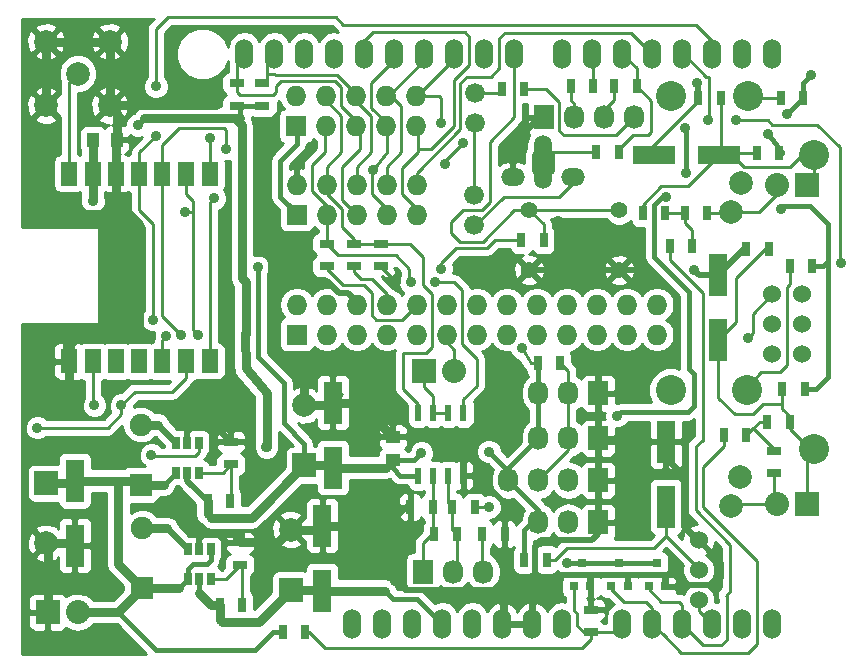
<source format=gbr>
G04 #@! TF.FileFunction,Copper,L2,Bot,Signal*
%FSLAX46Y46*%
G04 Gerber Fmt 4.6, Leading zero omitted, Abs format (unit mm)*
G04 Created by KiCad (PCBNEW (2014-12-08 BZR 5317)-product) date mar. 23 déc. 2014 09:04:43 CET*
%MOMM*%
G01*
G04 APERTURE LIST*
%ADD10C,0.100000*%
%ADD11C,0.762000*%
%ADD12R,1.600200X3.599180*%
%ADD13R,3.599180X1.600200*%
%ADD14R,1.000000X1.250000*%
%ADD15R,1.250000X1.000000*%
%ADD16C,1.676400*%
%ADD17R,0.800100X0.800100*%
%ADD18R,0.599440X1.399540*%
%ADD19R,1.399540X1.998980*%
%ADD20C,2.540000*%
%ADD21C,1.998980*%
%ADD22R,2.032000X2.032000*%
%ADD23O,2.032000X2.032000*%
%ADD24R,1.727200X1.727200*%
%ADD25O,1.727200X1.727200*%
%ADD26R,1.727200X2.032000*%
%ADD27O,1.727200X2.032000*%
%ADD28O,1.501140X1.998980*%
%ADD29O,1.998980X1.501140*%
%ADD30R,0.700000X1.300000*%
%ADD31R,1.300000X0.700000*%
%ADD32C,1.397000*%
%ADD33C,1.524000*%
%ADD34O,1.524000X2.540000*%
%ADD35R,1.905000X1.905000*%
%ADD36C,1.905000*%
%ADD37R,0.701040X1.000760*%
%ADD38R,1.998980X1.998980*%
%ADD39C,0.889000*%
%ADD40C,0.254000*%
%ADD41C,0.500000*%
%ADD42C,1.000000*%
%ADD43C,0.800000*%
%ADD44C,0.400000*%
G04 APERTURE END LIST*
D10*
D11*
X140208000Y-70866000D02*
X140208000Y-70231000D01*
X139636500Y-71120000D02*
X139636500Y-69850000D01*
X140779500Y-71120000D02*
X140779500Y-69850000D01*
D12*
X155067000Y-85554820D03*
X155067000Y-80053180D03*
D13*
X155150820Y-69850000D03*
X149649180Y-69850000D03*
D12*
X150622000Y-99651820D03*
X150622000Y-94150180D03*
D14*
X104124000Y-68580000D03*
X102124000Y-68580000D03*
D15*
X127508000Y-95742000D03*
X127508000Y-93742000D03*
D16*
X134493000Y-64643000D03*
X134493000Y-67183000D03*
X134366000Y-73279000D03*
X134366000Y-75819000D03*
D17*
X150561040Y-106410760D03*
X149158960Y-106410760D03*
X149860000Y-104411780D03*
X147386040Y-106410760D03*
X145983960Y-106410760D03*
X146685000Y-104411780D03*
X144211040Y-106410760D03*
X142808960Y-106410760D03*
X143510000Y-104411780D03*
D18*
X129667000Y-97028000D03*
X129667000Y-91694000D03*
X130937000Y-97028000D03*
X132207000Y-97028000D03*
X133477000Y-97028000D03*
X130937000Y-91694000D03*
X132207000Y-91694000D03*
X133477000Y-91694000D03*
D19*
X111996220Y-87325200D03*
X109994700Y-87353140D03*
X107995720Y-87353140D03*
X106045000Y-87353140D03*
X104094280Y-87353140D03*
X102095300Y-87353140D03*
X100093780Y-87353140D03*
X100093780Y-71452740D03*
X102095300Y-71452740D03*
X104094280Y-71452740D03*
X106045000Y-71452740D03*
X107995720Y-71452740D03*
X109994700Y-71452740D03*
X111996220Y-71452740D03*
D20*
X163136580Y-94772480D03*
X151036020Y-89758520D03*
X157528260Y-89758520D03*
D21*
X156105860Y-99578160D03*
X156916120Y-97142300D03*
D20*
X163200080Y-69880480D03*
X151099520Y-64866520D03*
X157591760Y-64866520D03*
D21*
X156169360Y-74686160D03*
X156979620Y-72250300D03*
D22*
X98298000Y-108585000D03*
D23*
X100838000Y-108585000D03*
D24*
X119316500Y-67437000D03*
D25*
X119316500Y-64897000D03*
X121856500Y-67437000D03*
X121856500Y-64897000D03*
X124396500Y-67437000D03*
X124396500Y-64897000D03*
X126936500Y-67437000D03*
X126936500Y-64897000D03*
X129476500Y-67437000D03*
X129476500Y-64897000D03*
D26*
X140335000Y-66675000D03*
D27*
X142875000Y-66675000D03*
X145415000Y-66675000D03*
X147955000Y-66675000D03*
D24*
X119380000Y-74930000D03*
D25*
X119380000Y-72390000D03*
X121920000Y-74930000D03*
X121920000Y-72390000D03*
X124460000Y-74930000D03*
X124460000Y-72390000D03*
X127000000Y-74930000D03*
X127000000Y-72390000D03*
X129540000Y-74930000D03*
X129540000Y-72390000D03*
D24*
X119380000Y-85090000D03*
D25*
X119380000Y-82550000D03*
X121920000Y-85090000D03*
X121920000Y-82550000D03*
X124460000Y-85090000D03*
X124460000Y-82550000D03*
X127000000Y-85090000D03*
X127000000Y-82550000D03*
X129540000Y-85090000D03*
X129540000Y-82550000D03*
X132080000Y-85090000D03*
X132080000Y-82550000D03*
X134620000Y-85090000D03*
X134620000Y-82550000D03*
X137160000Y-85090000D03*
X137160000Y-82550000D03*
X139700000Y-85090000D03*
X139700000Y-82550000D03*
X142240000Y-85090000D03*
X142240000Y-82550000D03*
X144780000Y-85090000D03*
X144780000Y-82550000D03*
X147320000Y-85090000D03*
X147320000Y-82550000D03*
X149860000Y-85090000D03*
X149860000Y-82550000D03*
D21*
X100838000Y-62992000D03*
X98137980Y-60291980D03*
X98137980Y-65692020D03*
X103538020Y-65692020D03*
X103538020Y-60291980D03*
D26*
X130048000Y-105156000D03*
D27*
X132588000Y-105156000D03*
X135128000Y-105156000D03*
D22*
X162560000Y-99441000D03*
D23*
X160020000Y-99441000D03*
D22*
X162560000Y-72390000D03*
D23*
X160020000Y-72390000D03*
D26*
X144907000Y-100965000D03*
D27*
X142367000Y-100965000D03*
X139827000Y-100965000D03*
D26*
X144907000Y-97409000D03*
D27*
X142367000Y-97409000D03*
X139827000Y-97409000D03*
X137287000Y-97409000D03*
D26*
X144907000Y-93853000D03*
D27*
X142367000Y-93853000D03*
X139827000Y-93853000D03*
D26*
X144907000Y-90043000D03*
D27*
X142367000Y-90043000D03*
X139827000Y-90043000D03*
D28*
X140208000Y-69215000D03*
D29*
X137668000Y-71755000D03*
X142748000Y-71755000D03*
D28*
X140208000Y-71755000D03*
D30*
X161102000Y-79248000D03*
X163002000Y-79248000D03*
X160467000Y-89662000D03*
X162367000Y-89662000D03*
D31*
X159766000Y-96835000D03*
X159766000Y-94935000D03*
D30*
X161097000Y-92456000D03*
X159197000Y-92456000D03*
X159319000Y-77851000D03*
X157419000Y-77851000D03*
X160340000Y-65024000D03*
X162240000Y-65024000D03*
X158308000Y-69723000D03*
X160208000Y-69723000D03*
X154112000Y-74803000D03*
X152212000Y-74803000D03*
X148656000Y-74803000D03*
X150556000Y-74803000D03*
X155255000Y-65024000D03*
X153355000Y-65024000D03*
X111826000Y-99187000D03*
X113726000Y-99187000D03*
X157414000Y-93599000D03*
X155514000Y-93599000D03*
X152842000Y-77597000D03*
X150942000Y-77597000D03*
X140269000Y-77089000D03*
X138369000Y-77089000D03*
X146619000Y-69596000D03*
X144719000Y-69596000D03*
X118176000Y-110236000D03*
X120076000Y-110236000D03*
D31*
X144272000Y-110297000D03*
X144272000Y-108397000D03*
D30*
X138618000Y-64262000D03*
X136718000Y-64262000D03*
X142560000Y-64008000D03*
X144460000Y-64008000D03*
X146243000Y-64008000D03*
X148143000Y-64008000D03*
X138623000Y-104140000D03*
X140523000Y-104140000D03*
D31*
X121920000Y-77409000D03*
X121920000Y-79309000D03*
X124206000Y-77409000D03*
X124206000Y-79309000D03*
X126492000Y-79309000D03*
X126492000Y-77409000D03*
D30*
X141666000Y-87503000D03*
X139766000Y-87503000D03*
D31*
X114300000Y-63820000D03*
X114300000Y-65720000D03*
X116459000Y-63820000D03*
X116459000Y-65720000D03*
D30*
X128971000Y-99695000D03*
X130871000Y-99695000D03*
X134427000Y-99695000D03*
X132527000Y-99695000D03*
X131003000Y-101981000D03*
X132903000Y-101981000D03*
X135067000Y-101981000D03*
X136967000Y-101981000D03*
D32*
X146685000Y-74549000D03*
X146685000Y-79629000D03*
X139065000Y-74549000D03*
X139065000Y-79629000D03*
D33*
X153416000Y-107569000D03*
X153416000Y-105029000D03*
X153416000Y-102489000D03*
D34*
X159639000Y-109601000D03*
X157099000Y-109601000D03*
X154559000Y-109601000D03*
X146939000Y-109601000D03*
X149479000Y-109601000D03*
X152019000Y-109601000D03*
X141859000Y-109601000D03*
X139319000Y-109601000D03*
X136779000Y-109601000D03*
X131699000Y-109601000D03*
X129159000Y-109601000D03*
X159639000Y-61341000D03*
X157099000Y-61341000D03*
X154559000Y-61341000D03*
X152019000Y-61341000D03*
X149479000Y-61341000D03*
X146939000Y-61341000D03*
X144399000Y-61341000D03*
X141859000Y-61341000D03*
X137795000Y-61341000D03*
X135255000Y-61341000D03*
X132715000Y-61341000D03*
X130175000Y-61341000D03*
X127635000Y-61341000D03*
X125095000Y-61341000D03*
X122555000Y-61341000D03*
X120015000Y-61341000D03*
X134239000Y-109601000D03*
X117475000Y-61341000D03*
X114935000Y-61341000D03*
X126619000Y-109601000D03*
X124079000Y-109601000D03*
D33*
X159639000Y-81661000D03*
X162179000Y-81661000D03*
X159639000Y-84201000D03*
X162179000Y-84201000D03*
X159639000Y-86741000D03*
X162179000Y-86741000D03*
D12*
X100584000Y-97452180D03*
X100584000Y-102953820D03*
X122428000Y-96349820D03*
X122428000Y-90848180D03*
X121539000Y-106763820D03*
X121539000Y-101262180D03*
D35*
X106172000Y-97790000D03*
D36*
X106172000Y-92710000D03*
D35*
X106299000Y-106553000D03*
D36*
X106299000Y-101473000D03*
D31*
X113792000Y-96073000D03*
X113792000Y-94173000D03*
D30*
X112842000Y-107950000D03*
X114742000Y-107950000D03*
D31*
X114554000Y-104582000D03*
X114554000Y-102682000D03*
D37*
X109156500Y-96774000D03*
X110109000Y-96774000D03*
X111061500Y-96774000D03*
X111061500Y-94234000D03*
X110109000Y-94234000D03*
X109156500Y-94234000D03*
X110172500Y-105791000D03*
X111125000Y-105791000D03*
X112077500Y-105791000D03*
X112077500Y-103251000D03*
X111125000Y-103251000D03*
X110172500Y-103251000D03*
D22*
X130175000Y-88138000D03*
D23*
X132715000Y-88138000D03*
D38*
X98171000Y-97663000D03*
D21*
X98171000Y-102743000D03*
D38*
X120015000Y-96139000D03*
D21*
X120015000Y-91059000D03*
D38*
X118872000Y-106680000D03*
D21*
X118872000Y-101600000D03*
D39*
X153289000Y-63754000D03*
X153035000Y-79629000D03*
X111201200Y-101981000D03*
X99695000Y-73787000D03*
X102336600Y-94183200D03*
X98869500Y-94792800D03*
X116205000Y-72326500D03*
X116014500Y-67183000D03*
X141478000Y-75438000D03*
X100076000Y-91186000D03*
X112522000Y-65659000D03*
X127762000Y-80645000D03*
X112014000Y-92456000D03*
X115036600Y-85077300D03*
X105918000Y-67335400D03*
X116801900Y-94602300D03*
X142240000Y-104394000D03*
X102108000Y-73787000D03*
X131572000Y-79502000D03*
X165481000Y-78994000D03*
X154178000Y-66929000D03*
X156591000Y-66929000D03*
X131064000Y-80645000D03*
X129032000Y-80645000D03*
X157543500Y-85407500D03*
X125857000Y-71120000D03*
X112395000Y-73533000D03*
X104521000Y-91059000D03*
X97409000Y-92964000D03*
X108331000Y-85217000D03*
X102235000Y-91059000D03*
X107188000Y-83820000D03*
X107442000Y-68262500D03*
X107442000Y-64071500D03*
X113347500Y-69342000D03*
X109601000Y-85090000D03*
X109918500Y-74676000D03*
X110998000Y-85090000D03*
X131953000Y-70612000D03*
X133413500Y-68897500D03*
X131572000Y-67183000D03*
X112014000Y-68453000D03*
X107061000Y-95250000D03*
X160401000Y-74422000D03*
X159258000Y-68072000D03*
X160909000Y-66421000D03*
X162877500Y-63119000D03*
X116065300Y-79387700D03*
X152273000Y-67627500D03*
X152336500Y-71437500D03*
X150622000Y-73406000D03*
X146494500Y-91948000D03*
X138430000Y-86233000D03*
X129921000Y-95123000D03*
X135636000Y-94996000D03*
X135636000Y-99695000D03*
D40*
X156591000Y-84030820D02*
X155067000Y-85554820D01*
X156591000Y-80264000D02*
X156591000Y-84030820D01*
X159004000Y-77851000D02*
X156591000Y-80264000D01*
X159319000Y-77851000D02*
X159004000Y-77851000D01*
X160274000Y-89662000D02*
X160467000Y-89662000D01*
X161097000Y-92009000D02*
X161097000Y-92456000D01*
X160467000Y-91379000D02*
X161097000Y-92009000D01*
X160467000Y-90932000D02*
X160467000Y-91379000D01*
X160467000Y-89662000D02*
X160467000Y-90932000D01*
X161097000Y-93050400D02*
X162819080Y-94772480D01*
X161097000Y-92456000D02*
X161097000Y-93050400D01*
X162560000Y-95031560D02*
X162819080Y-94772480D01*
X162560000Y-99441000D02*
X162560000Y-95031560D01*
X155067000Y-90424000D02*
X156464000Y-91821000D01*
X156464000Y-91821000D02*
X157988000Y-91821000D01*
X157988000Y-91821000D02*
X158877000Y-90932000D01*
X158877000Y-90932000D02*
X160467000Y-90932000D01*
X155067000Y-85554820D02*
X155067000Y-90424000D01*
X148780500Y-69850000D02*
X149649180Y-69850000D01*
X153355000Y-65275500D02*
X148780500Y-69850000D01*
X153355000Y-65024000D02*
X153355000Y-65275500D01*
D41*
X157269180Y-77851000D02*
X155067000Y-80053180D01*
X157419000Y-77851000D02*
X157269180Y-77851000D01*
X153289000Y-63754000D02*
X153355000Y-63820000D01*
X153355000Y-63820000D02*
X153355000Y-65024000D01*
X153035000Y-79629000D02*
X153459180Y-80053180D01*
X153459180Y-80053180D02*
X155067000Y-80053180D01*
D40*
X155255000Y-69745820D02*
X155150820Y-69850000D01*
X155255000Y-65024000D02*
X155255000Y-69745820D01*
X155277820Y-69723000D02*
X155150820Y-69850000D01*
X158308000Y-69723000D02*
X155277820Y-69723000D01*
X156210000Y-69850000D02*
X155150820Y-69850000D01*
X157226000Y-70866000D02*
X156210000Y-69850000D01*
X161163000Y-70866000D02*
X157226000Y-70866000D01*
X162148520Y-69880480D02*
X161163000Y-70866000D01*
X163200080Y-69880480D02*
X162148520Y-69880480D01*
X163200080Y-71749920D02*
X162560000Y-72390000D01*
X163200080Y-69880480D02*
X163200080Y-71749920D01*
X148656000Y-74102000D02*
X150241000Y-72517000D01*
X150241000Y-72517000D02*
X152483820Y-72517000D01*
X152483820Y-72517000D02*
X155150820Y-69850000D01*
X148656000Y-74803000D02*
X148656000Y-74102000D01*
X150622000Y-102108000D02*
X150622000Y-99651820D01*
X153416000Y-104902000D02*
X150622000Y-102108000D01*
X153416000Y-105029000D02*
X153416000Y-104902000D01*
X141224000Y-104140000D02*
X142240000Y-103124000D01*
X142240000Y-103124000D02*
X149606000Y-103124000D01*
X149606000Y-103124000D02*
X150622000Y-102108000D01*
X140523000Y-104140000D02*
X141224000Y-104140000D01*
D42*
X100093780Y-87353140D02*
X100093780Y-85897720D01*
D41*
X103389367Y-74803000D02*
X103389367Y-74904600D01*
D42*
X104902000Y-74803000D02*
X103389367Y-74803000D01*
X105918000Y-75819000D02*
X104902000Y-74803000D01*
X105918000Y-85217000D02*
X105918000Y-75819000D01*
D41*
X105981500Y-85153500D02*
X105918000Y-85217000D01*
D42*
X100838000Y-85153500D02*
X105981500Y-85153500D01*
X100093780Y-85897720D02*
X100838000Y-85153500D01*
D43*
X111201200Y-101854000D02*
X111125000Y-101854000D01*
X111201200Y-101981000D02*
X111201200Y-101854000D01*
X104094280Y-71452740D02*
X104094280Y-73985120D01*
X104094280Y-73985120D02*
X103301800Y-74904600D01*
X103301800Y-74904600D02*
X103389367Y-74904600D01*
X103389367Y-74904600D02*
X100855780Y-74904600D01*
D41*
X99695000Y-73787000D02*
X100093780Y-74185780D01*
D43*
X100093780Y-74185780D02*
X100855780Y-74904600D01*
X114554000Y-102682000D02*
X117790000Y-102682000D01*
X117790000Y-102682000D02*
X118872000Y-101600000D01*
X120015000Y-91059000D02*
X120015000Y-89344500D01*
X117309900Y-86639400D02*
X117309900Y-78397991D01*
X120015000Y-89344500D02*
X117309900Y-86639400D01*
X99479100Y-94183200D02*
X102336600Y-94183200D01*
X98869500Y-94792800D02*
X99479100Y-94183200D01*
D41*
X116205000Y-72326500D02*
X116205000Y-72649502D01*
X116015764Y-72838738D02*
X116015764Y-72840176D01*
X116205000Y-72649502D02*
X116015764Y-72838738D01*
X116015649Y-72326542D02*
X116015649Y-72325480D01*
X116204958Y-72326542D02*
X116015649Y-72326542D01*
X116205000Y-72326500D02*
X116204958Y-72326542D01*
X104140000Y-66294000D02*
X103538020Y-65692020D01*
D43*
X104140000Y-68564000D02*
X104140000Y-66294000D01*
D41*
X104094280Y-68609720D02*
X104140000Y-68564000D01*
D43*
X104094280Y-71452740D02*
X104094280Y-68609720D01*
X103538020Y-60291980D02*
X103538020Y-65692020D01*
X103538020Y-60291980D02*
X98137980Y-60291980D01*
X98137980Y-60291980D02*
X98137980Y-65692020D01*
X116016727Y-77150192D02*
X116015764Y-72840176D01*
X117309900Y-78397991D02*
X116016727Y-77150192D01*
D41*
X124460000Y-82292004D02*
X123701996Y-81534000D01*
X119507000Y-80518000D02*
X117309900Y-78397991D01*
X121920000Y-80518000D02*
X119507000Y-80518000D01*
X122936000Y-81534000D02*
X121920000Y-80518000D01*
X123701996Y-81534000D02*
X122936000Y-81534000D01*
X116015764Y-72840176D02*
X116015649Y-72325480D01*
D43*
X116015649Y-72325480D02*
X116014500Y-67183000D01*
D41*
X124460000Y-82550000D02*
X124460000Y-82292004D01*
X139954000Y-66675000D02*
X140335000Y-66675000D01*
X137668000Y-68961000D02*
X139954000Y-66675000D01*
X137668000Y-71755000D02*
X137668000Y-68961000D01*
X145204180Y-94150180D02*
X144907000Y-93853000D01*
X150622000Y-94150180D02*
X145204180Y-94150180D01*
X144907000Y-93853000D02*
X144907000Y-90043000D01*
X144907000Y-100965000D02*
X144907000Y-97409000D01*
X144907000Y-97409000D02*
X144907000Y-93853000D01*
X144907000Y-87503000D02*
X145542000Y-86868000D01*
X145542000Y-86868000D02*
X151003000Y-86868000D01*
X151003000Y-86868000D02*
X151511000Y-86360000D01*
X151511000Y-86360000D02*
X151511000Y-81788000D01*
X151511000Y-81788000D02*
X149352000Y-79629000D01*
X149352000Y-79629000D02*
X146685000Y-79629000D01*
X144907000Y-90043000D02*
X144907000Y-87503000D01*
X143510000Y-79629000D02*
X139065000Y-79629000D01*
X146685000Y-79629000D02*
X143510000Y-79629000D01*
X141478000Y-75438000D02*
X143510000Y-77470000D01*
X143510000Y-77470000D02*
X143510000Y-79629000D01*
X150561040Y-105476040D02*
X150561040Y-106410760D01*
X150495000Y-105410000D02*
X150561040Y-105476040D01*
X147320000Y-105410000D02*
X150495000Y-105410000D01*
X144399000Y-105410000D02*
X147320000Y-105410000D01*
X144211040Y-105597960D02*
X144399000Y-105410000D01*
X144211040Y-106410760D02*
X144211040Y-105597960D01*
X144272000Y-106471720D02*
X144211040Y-106410760D01*
X144272000Y-108397000D02*
X144272000Y-106471720D01*
X147386040Y-105410000D02*
X147320000Y-105476040D01*
X147320000Y-105476040D02*
X147320000Y-105537000D01*
X147320000Y-105537000D02*
X147320000Y-105410000D01*
X147386040Y-106410760D02*
X147386040Y-105410000D01*
X151384000Y-105410000D02*
X152273000Y-106299000D01*
X152273000Y-106299000D02*
X154686000Y-106299000D01*
X154686000Y-106299000D02*
X155321000Y-105664000D01*
X155321000Y-105664000D02*
X155321000Y-104394000D01*
X155321000Y-104394000D02*
X153416000Y-102489000D01*
X150495000Y-105410000D02*
X151384000Y-105410000D01*
X140271500Y-106997500D02*
X140081000Y-107188000D01*
X141859000Y-105410000D02*
X140271500Y-106997500D01*
X140081000Y-107188000D02*
X139954000Y-107188000D01*
X139954000Y-107188000D02*
X139319000Y-107823000D01*
X139319000Y-107823000D02*
X139319000Y-109601000D01*
X144399000Y-105410000D02*
X141859000Y-105410000D01*
X139319000Y-109601000D02*
X136779000Y-109601000D01*
X144399000Y-102489000D02*
X140081000Y-102489000D01*
X140081000Y-102489000D02*
X139573000Y-102997000D01*
X139573000Y-102997000D02*
X139573000Y-106299000D01*
X139573000Y-106299000D02*
X140271500Y-106997500D01*
X144907000Y-101981000D02*
X144399000Y-102489000D01*
X144907000Y-100965000D02*
X144907000Y-101981000D01*
X150622000Y-95504000D02*
X150622000Y-94150180D01*
X152146000Y-101346000D02*
X152146000Y-97028000D01*
X152146000Y-97028000D02*
X150622000Y-95504000D01*
X153289000Y-102489000D02*
X152146000Y-101346000D01*
X153416000Y-102489000D02*
X153289000Y-102489000D01*
X132223000Y-93742000D02*
X133477000Y-94996000D01*
X133477000Y-94996000D02*
X133477000Y-97028000D01*
X127508000Y-93742000D02*
X132223000Y-93742000D01*
X136967000Y-99375000D02*
X136017000Y-98425000D01*
X136017000Y-98425000D02*
X134620000Y-97028000D01*
X134620000Y-97028000D02*
X133477000Y-97028000D01*
X136967000Y-101981000D02*
X136967000Y-99375000D01*
X136967000Y-109413000D02*
X136779000Y-109601000D01*
X136967000Y-106680000D02*
X136967000Y-109413000D01*
X136967000Y-101981000D02*
X136967000Y-106680000D01*
X128651000Y-106680000D02*
X136967000Y-106680000D01*
X127508000Y-106045000D02*
X128651000Y-106680000D01*
X127508000Y-101219000D02*
X127508000Y-106045000D01*
X127508000Y-100838000D02*
X127508000Y-101219000D01*
X128651000Y-99695000D02*
X127508000Y-100838000D01*
X128971000Y-99695000D02*
X128651000Y-99695000D01*
X127508000Y-101262180D02*
X127464820Y-101219000D01*
X127464820Y-101219000D02*
X127381000Y-101219000D01*
X127381000Y-101219000D02*
X127508000Y-101219000D01*
D43*
X121539000Y-101262180D02*
X127508000Y-101262180D01*
X124614180Y-90848180D02*
X127508000Y-93742000D01*
X122428000Y-90848180D02*
X124614180Y-90848180D01*
D40*
X123190000Y-90086180D02*
X122428000Y-90848180D01*
D41*
X124460000Y-82550000D02*
X124460000Y-82677000D01*
X122217180Y-91059000D02*
X122428000Y-90848180D01*
D43*
X120015000Y-91059000D02*
X122217180Y-91059000D01*
D41*
X121201180Y-101600000D02*
X121539000Y-101262180D01*
X100093780Y-91168220D02*
X100076000Y-91186000D01*
D43*
X100093780Y-87353140D02*
X100093780Y-91168220D01*
D41*
X112522000Y-65659000D02*
X112488980Y-65692020D01*
D43*
X112488980Y-65692020D02*
X103538020Y-65692020D01*
D40*
X126492000Y-79375000D02*
X127762000Y-80645000D01*
X126492000Y-79309000D02*
X126492000Y-79375000D01*
D41*
X100373180Y-102743000D02*
X100584000Y-102953820D01*
D43*
X98171000Y-102743000D02*
X100373180Y-102743000D01*
D41*
X98298000Y-102870000D02*
X98171000Y-102743000D01*
D43*
X98298000Y-108585000D02*
X98298000Y-102870000D01*
D41*
X110109000Y-93218000D02*
X110744000Y-92583000D01*
X110744000Y-92583000D02*
X112202000Y-92583000D01*
X112202000Y-92583000D02*
X113792000Y-94173000D01*
X110109000Y-94234000D02*
X110109000Y-93218000D01*
D43*
X111125000Y-101854000D02*
X114427000Y-101854000D01*
X114554000Y-101981000D02*
X114554000Y-102682000D01*
D41*
X114427000Y-101854000D02*
X114554000Y-101981000D01*
X111125000Y-101981000D02*
X111125000Y-101854000D01*
X111125000Y-103251000D02*
X111125000Y-101981000D01*
X112141000Y-92583000D02*
X112202000Y-92583000D01*
X112014000Y-92456000D02*
X112141000Y-92583000D01*
X121201180Y-101600000D02*
X121539000Y-101262180D01*
D43*
X118872000Y-101600000D02*
X121201180Y-101600000D01*
X115036600Y-85077300D02*
X115036600Y-80619600D01*
X114731800Y-67360800D02*
X114147600Y-66776600D01*
X114731800Y-80314800D02*
X114731800Y-67360800D01*
X115036600Y-80619600D02*
X114731800Y-80314800D01*
X102095300Y-71452740D02*
X102095300Y-73774300D01*
D44*
X102095300Y-73774300D02*
X102108000Y-73787000D01*
X115036600Y-85077300D02*
X115023900Y-85077300D01*
X115023900Y-85077300D02*
X115036600Y-85077300D01*
X115036600Y-85077300D02*
X115023900Y-85077300D01*
D43*
X114579400Y-66776600D02*
X114147600Y-66776600D01*
D44*
X114579400Y-66776600D02*
X114579400Y-65999400D01*
D43*
X114147600Y-66776600D02*
X106476800Y-66776600D01*
D44*
X106476800Y-66776600D02*
X105918000Y-67335400D01*
X114300000Y-65720000D02*
X116459000Y-65720000D01*
D43*
X115049295Y-87896128D02*
X115023900Y-85077300D01*
X116827300Y-89992200D02*
X115049295Y-87896128D01*
X116827300Y-94576900D02*
X116827300Y-89992200D01*
D44*
X116801900Y-94602300D02*
X116827300Y-94576900D01*
X114579400Y-65999400D02*
X114300000Y-65720000D01*
X118872000Y-106680000D02*
X118872000Y-107061000D01*
D43*
X112842000Y-107950000D02*
X112842000Y-109222500D01*
X116141500Y-109410500D02*
X118872000Y-106680000D01*
X113030000Y-109410500D02*
X116141500Y-109410500D01*
D44*
X112842000Y-109222500D02*
X113030000Y-109410500D01*
X102095300Y-68608700D02*
X102124000Y-68580000D01*
D43*
X102095300Y-71452740D02*
X102095300Y-68608700D01*
D44*
X119380000Y-85090000D02*
X118872000Y-85090000D01*
X146685000Y-104411780D02*
X149860000Y-104411780D01*
X143510000Y-104411780D02*
X146685000Y-104411780D01*
X142257780Y-104411780D02*
X142240000Y-104394000D01*
X143510000Y-104411780D02*
X142257780Y-104411780D01*
X126829820Y-106763820D02*
X127508000Y-107442000D01*
X127508000Y-107442000D02*
X129540000Y-107442000D01*
X129540000Y-107442000D02*
X131699000Y-109601000D01*
D43*
X121539000Y-106763820D02*
X126829820Y-106763820D01*
D44*
X121455180Y-106680000D02*
X121539000Y-106763820D01*
D43*
X118872000Y-106680000D02*
X121455180Y-106680000D01*
D44*
X102108000Y-73787000D02*
X102095300Y-73774300D01*
X119380000Y-85090000D02*
X119380000Y-85217000D01*
D43*
X111125000Y-106934000D02*
X112141000Y-107950000D01*
X112141000Y-107950000D02*
X112842000Y-107950000D01*
D44*
X111125000Y-105791000D02*
X111125000Y-106934000D01*
D40*
X136144000Y-77089000D02*
X135509000Y-77724000D01*
X135509000Y-77724000D02*
X132842000Y-77724000D01*
X132842000Y-77724000D02*
X131572000Y-78994000D01*
X131572000Y-78994000D02*
X131572000Y-79502000D01*
X138369000Y-77089000D02*
X136144000Y-77089000D01*
X136337000Y-64643000D02*
X136718000Y-64262000D01*
X134493000Y-64643000D02*
X136337000Y-64643000D01*
X134366000Y-67310000D02*
X134493000Y-67183000D01*
X134366000Y-73279000D02*
X134366000Y-67310000D01*
X134493000Y-75819000D02*
X134366000Y-75819000D01*
X136906000Y-73406000D02*
X134493000Y-75819000D01*
X141605000Y-73406000D02*
X136906000Y-73406000D01*
X142748000Y-72263000D02*
X141605000Y-73406000D01*
X142748000Y-71755000D02*
X142748000Y-72263000D01*
X146685000Y-109347000D02*
X146939000Y-109601000D01*
X144272000Y-110297000D02*
X144460000Y-110297000D01*
X146243000Y-110297000D02*
X146939000Y-109601000D01*
X144272000Y-110297000D02*
X146243000Y-110297000D01*
X143698000Y-110297000D02*
X144272000Y-110297000D01*
X142808960Y-108391960D02*
X143129000Y-108712000D01*
X143129000Y-108712000D02*
X143129000Y-109728000D01*
X143129000Y-109728000D02*
X143698000Y-110297000D01*
X142808960Y-106410760D02*
X142808960Y-108391960D01*
X144272000Y-110871000D02*
X144272000Y-110297000D01*
X143510000Y-111633000D02*
X144272000Y-110871000D01*
X121793000Y-111633000D02*
X143510000Y-111633000D01*
X120396000Y-110236000D02*
X121793000Y-111633000D01*
X120076000Y-110236000D02*
X120396000Y-110236000D01*
X150241000Y-107696000D02*
X151765000Y-107696000D01*
X151765000Y-107696000D02*
X152019000Y-107950000D01*
X152019000Y-107950000D02*
X152019000Y-109601000D01*
X149158960Y-106613960D02*
X150241000Y-107696000D01*
X149158960Y-106410760D02*
X149158960Y-106613960D01*
X150942000Y-78742500D02*
X153733500Y-81534000D01*
X153733500Y-81534000D02*
X153733500Y-88984667D01*
X153733500Y-88984667D02*
X153733500Y-88900000D01*
X153733500Y-93980000D02*
X153733500Y-94107000D01*
X153733500Y-88900000D02*
X153733500Y-93980000D01*
X150942000Y-77597000D02*
X150942000Y-78742500D01*
X153162000Y-94488000D02*
X153162000Y-96901000D01*
X153162000Y-96901000D02*
X153162000Y-99949000D01*
X153162000Y-99949000D02*
X156083000Y-102870000D01*
X156083000Y-102870000D02*
X156083000Y-106807000D01*
X155765500Y-107124500D02*
X155702000Y-107188000D01*
X156083000Y-106807000D02*
X155765500Y-107124500D01*
X153733500Y-93980000D02*
X153162000Y-94488000D01*
X155765500Y-110934500D02*
X155321000Y-111379000D01*
X155321000Y-111379000D02*
X153797000Y-111379000D01*
X153797000Y-111379000D02*
X152019000Y-109601000D01*
X155765500Y-107124500D02*
X155765500Y-110934500D01*
X149479000Y-108204000D02*
X149479000Y-109601000D01*
X148971000Y-107696000D02*
X149479000Y-108204000D01*
X147066000Y-107696000D02*
X148971000Y-107696000D01*
X145983960Y-106613960D02*
X147066000Y-107696000D01*
X145983960Y-106410760D02*
X145983960Y-106613960D01*
X155514000Y-94549000D02*
X153797000Y-96266000D01*
X153797000Y-96266000D02*
X153797000Y-99695000D01*
X153797000Y-99695000D02*
X158369000Y-104267000D01*
X158369000Y-104267000D02*
X158369000Y-111252000D01*
X158369000Y-111252000D02*
X157607000Y-112014000D01*
X157607000Y-112014000D02*
X151892000Y-112014000D01*
X151892000Y-112014000D02*
X150431500Y-110553500D01*
X155514000Y-93599000D02*
X155514000Y-94549000D01*
X150431500Y-110553500D02*
X149479000Y-109601000D01*
X121920000Y-73152000D02*
X121920000Y-72390000D01*
X124206000Y-76962000D02*
X123211788Y-75967788D01*
X123211788Y-75967788D02*
X123211788Y-74443788D01*
X123211788Y-74443788D02*
X121920000Y-73152000D01*
X124206000Y-77409000D02*
X124206000Y-76962000D01*
X124206000Y-77409000D02*
X126492000Y-77409000D01*
X128971000Y-77409000D02*
X130048000Y-78486000D01*
X130048000Y-78486000D02*
X130048000Y-80899000D01*
X130048000Y-80899000D02*
X130810000Y-81661000D01*
X130810000Y-81661000D02*
X130810000Y-86106000D01*
X130810000Y-86106000D02*
X130302000Y-86614000D01*
X130302000Y-86614000D02*
X128397000Y-86614000D01*
X128397000Y-86614000D02*
X128397000Y-89662000D01*
X128397000Y-89662000D02*
X129667000Y-90932000D01*
X129667000Y-90932000D02*
X129667000Y-91694000D01*
X126492000Y-77409000D02*
X128971000Y-77409000D01*
X121920000Y-70866000D02*
X123126500Y-69659500D01*
X123126500Y-69659500D02*
X123126500Y-66548000D01*
X123126500Y-66548000D02*
X121920000Y-65341500D01*
X121920000Y-72390000D02*
X121920000Y-70866000D01*
X130937000Y-99629000D02*
X130871000Y-99695000D01*
X130937000Y-97028000D02*
X130937000Y-99629000D01*
X130871000Y-101849000D02*
X131003000Y-101981000D01*
X130871000Y-99695000D02*
X130871000Y-101849000D01*
X130048000Y-102743000D02*
X130048000Y-105156000D01*
X130810000Y-101981000D02*
X130048000Y-102743000D01*
X131003000Y-101981000D02*
X130810000Y-101981000D01*
X132207000Y-99375000D02*
X132527000Y-99695000D01*
X132207000Y-97028000D02*
X132207000Y-99375000D01*
X132527000Y-101605000D02*
X132903000Y-101981000D01*
X132527000Y-99695000D02*
X132527000Y-101605000D01*
X132903000Y-104841000D02*
X132588000Y-105156000D01*
X132903000Y-101981000D02*
X132903000Y-104841000D01*
X130175000Y-89535000D02*
X130937000Y-90297000D01*
X130937000Y-90297000D02*
X130937000Y-91694000D01*
X130175000Y-88138000D02*
X130175000Y-89535000D01*
X130937000Y-91694000D02*
X132207000Y-91694000D01*
X152146000Y-61341000D02*
X152019000Y-61341000D01*
X154051000Y-63246000D02*
X152146000Y-61341000D01*
X163449000Y-67310000D02*
X159639000Y-67310000D01*
X165481000Y-78994000D02*
X165354000Y-78867000D01*
X165354000Y-78867000D02*
X165354000Y-69215000D01*
X165354000Y-69215000D02*
X163449000Y-67310000D01*
X154305000Y-66802000D02*
X154305000Y-63246000D01*
X154178000Y-66929000D02*
X154305000Y-66802000D01*
X159258000Y-66929000D02*
X156591000Y-66929000D01*
X159639000Y-67310000D02*
X159258000Y-66929000D01*
X154305000Y-63246000D02*
X154051000Y-63246000D01*
X121793000Y-67437000D02*
X121920000Y-67310000D01*
X121793000Y-69596000D02*
X121793000Y-67437000D01*
X120650000Y-70739000D02*
X121793000Y-69596000D01*
X120650000Y-72898000D02*
X120650000Y-70739000D01*
X121920000Y-74168000D02*
X120650000Y-72898000D01*
X121920000Y-74930000D02*
X121920000Y-74168000D01*
X121920000Y-77409000D02*
X121920000Y-74930000D01*
X133477000Y-90551000D02*
X134620000Y-89408000D01*
X134620000Y-89408000D02*
X134620000Y-87122000D01*
X134620000Y-87122000D02*
X133350000Y-85852000D01*
X133350000Y-85852000D02*
X133350000Y-81280000D01*
X133350000Y-81280000D02*
X132715000Y-80645000D01*
X132715000Y-80645000D02*
X131064000Y-80645000D01*
X129032000Y-80645000D02*
X128905000Y-80518000D01*
X128905000Y-80518000D02*
X128905000Y-79502000D01*
X128905000Y-79502000D02*
X127762000Y-78359000D01*
X127762000Y-78359000D02*
X122870000Y-78359000D01*
X122870000Y-78359000D02*
X121920000Y-77409000D01*
X133477000Y-91694000D02*
X133477000Y-90551000D01*
X157988000Y-83312000D02*
X159639000Y-81661000D01*
X157988000Y-84963000D02*
X157988000Y-83312000D01*
X157543500Y-85407500D02*
X157988000Y-84963000D01*
X111996220Y-87325200D02*
X111996220Y-73931780D01*
X111996220Y-73931780D02*
X112395000Y-73533000D01*
X127635000Y-61849000D02*
X127635000Y-61341000D01*
X125679200Y-63804800D02*
X127635000Y-61849000D01*
X125679200Y-65862200D02*
X125679200Y-63804800D01*
X127000000Y-67183000D02*
X125679200Y-65862200D01*
X127000000Y-67310000D02*
X127000000Y-67183000D01*
X127000000Y-69596000D02*
X127000000Y-67310000D01*
X125857000Y-71120000D02*
X127000000Y-69596000D01*
X125730000Y-71247000D02*
X125857000Y-71120000D01*
X127000000Y-74422000D02*
X125730000Y-73152000D01*
X125730000Y-73152000D02*
X125730000Y-71247000D01*
X127000000Y-74930000D02*
X127000000Y-74422000D01*
X112395000Y-73533000D02*
X111996220Y-73931780D01*
X104521000Y-91059000D02*
X105664000Y-89916000D01*
X105664000Y-89916000D02*
X108839000Y-89916000D01*
X108839000Y-89916000D02*
X109994700Y-88760300D01*
X109994700Y-88760300D02*
X109994700Y-87353140D01*
X97409000Y-92964000D02*
X103378000Y-92964000D01*
X103378000Y-92964000D02*
X104521000Y-91821000D01*
X104521000Y-91821000D02*
X104521000Y-91059000D01*
X107995720Y-85552280D02*
X107995720Y-87353140D01*
X108331000Y-85217000D02*
X107995720Y-85552280D01*
X102095300Y-90919300D02*
X102095300Y-87353140D01*
X102235000Y-91059000D02*
X102095300Y-90919300D01*
X100093780Y-63736220D02*
X100838000Y-62992000D01*
X100093780Y-71452740D02*
X100093780Y-63736220D01*
X106045000Y-74549000D02*
X107188000Y-75692000D01*
X107188000Y-75692000D02*
X107188000Y-83820000D01*
X106045000Y-71452740D02*
X106045000Y-74549000D01*
X106045000Y-69659500D02*
X106045000Y-71452740D01*
X107442000Y-68262500D02*
X106045000Y-69659500D01*
X107442000Y-59245500D02*
X107442000Y-64071500D01*
X108458000Y-58229500D02*
X107442000Y-59245500D01*
X122682000Y-58229500D02*
X108458000Y-58229500D01*
X123317000Y-58864500D02*
X122682000Y-58229500D01*
X153162000Y-58864500D02*
X123317000Y-58864500D01*
X154559000Y-60261500D02*
X153162000Y-58864500D01*
X154559000Y-61341000D02*
X154559000Y-60261500D01*
X107995720Y-69042280D02*
X107995720Y-71452740D01*
X109435900Y-67602100D02*
X107995720Y-69042280D01*
X113195100Y-67602100D02*
X109435900Y-67602100D01*
X113347500Y-67754500D02*
X113195100Y-67602100D01*
X113347500Y-69342000D02*
X113347500Y-67754500D01*
X127254000Y-64770000D02*
X127000000Y-64770000D01*
X130175000Y-61849000D02*
X127254000Y-64770000D01*
X130175000Y-61341000D02*
X130175000Y-61849000D01*
X127254000Y-64770000D02*
X127000000Y-64770000D01*
X127000000Y-70866000D02*
X128219200Y-69646800D01*
X128219200Y-69646800D02*
X128219200Y-65735200D01*
X128219200Y-65735200D02*
X127254000Y-64770000D01*
X127000000Y-72390000D02*
X127000000Y-70866000D01*
X107995720Y-83484720D02*
X109601000Y-85090000D01*
X107995720Y-71452740D02*
X107995720Y-83484720D01*
X110998000Y-85090000D02*
X110617000Y-84709000D01*
X110617000Y-74676000D02*
X110617000Y-74739500D01*
X109918500Y-74676000D02*
X110617000Y-74676000D01*
X125095000Y-61341000D02*
X125095000Y-60261500D01*
X125095000Y-60261500D02*
X125857000Y-59499500D01*
X125857000Y-59499500D02*
X133604000Y-59499500D01*
X133604000Y-59499500D02*
X133985000Y-59880500D01*
X133985000Y-59880500D02*
X133985000Y-62230000D01*
X133985000Y-62230000D02*
X132714998Y-63500002D01*
X132714998Y-63500002D02*
X132714998Y-67437002D01*
X132714998Y-67437002D02*
X130746500Y-69405500D01*
X130746500Y-69405500D02*
X129667000Y-69405500D01*
X129667000Y-67437000D02*
X129667000Y-67437000D01*
X129667000Y-69596000D02*
X129667000Y-69405500D01*
X129667000Y-69405500D02*
X129667000Y-67437000D01*
X128270000Y-70993000D02*
X129667000Y-69596000D01*
X128270000Y-73152000D02*
X128270000Y-70993000D01*
X129540000Y-74422000D02*
X128270000Y-73152000D01*
X129540000Y-74930000D02*
X129540000Y-74422000D01*
X110617000Y-84709000D02*
X110617000Y-74739500D01*
X110617000Y-74739500D02*
X110617000Y-73787000D01*
X110617000Y-73787000D02*
X109994700Y-73164700D01*
X109994700Y-73164700D02*
X109994700Y-71452740D01*
X111996220Y-71452740D02*
X111996220Y-68470780D01*
X111996220Y-68470780D02*
X112014000Y-68453000D01*
X129476500Y-64897000D02*
X131381500Y-64897000D01*
X131953000Y-70358000D02*
X131953000Y-70612000D01*
X133413500Y-68897500D02*
X131953000Y-70358000D01*
X131572000Y-65087500D02*
X131572000Y-67183000D01*
X131381500Y-64897000D02*
X131572000Y-65087500D01*
X132715000Y-61722000D02*
X132715000Y-61341000D01*
X129667000Y-64770000D02*
X132715000Y-61722000D01*
X129540000Y-64770000D02*
X129667000Y-64770000D01*
X112014000Y-68453000D02*
X111996220Y-68470780D01*
X161102000Y-80833000D02*
X160909000Y-81026000D01*
X160909000Y-81026000D02*
X160909000Y-87630000D01*
X160909000Y-87630000D02*
X160274000Y-88265000D01*
X160274000Y-88265000D02*
X158704280Y-88265000D01*
X158704280Y-88265000D02*
X157210760Y-89758520D01*
X161102000Y-79248000D02*
X161102000Y-80833000D01*
X159766000Y-99187000D02*
X160020000Y-99441000D01*
X159766000Y-96835000D02*
X159766000Y-99187000D01*
X155925520Y-99441000D02*
X155788360Y-99578160D01*
X160020000Y-99441000D02*
X155925520Y-99441000D01*
X157749240Y-65024000D02*
X157591760Y-64866520D01*
X160340000Y-65024000D02*
X157749240Y-65024000D01*
X156052520Y-74803000D02*
X154112000Y-74803000D01*
X156169360Y-74686160D02*
X156052520Y-74803000D01*
X158485840Y-74686160D02*
X156169360Y-74686160D01*
X160020000Y-73152000D02*
X158485840Y-74686160D01*
X160020000Y-72390000D02*
X160020000Y-73152000D01*
X114300000Y-61976000D02*
X114935000Y-61341000D01*
X114300000Y-63820000D02*
X114300000Y-61976000D01*
X124460000Y-67310000D02*
X124206000Y-67310000D01*
X124714000Y-67564000D02*
X124460000Y-67310000D01*
X123190000Y-73660000D02*
X123190000Y-70866000D01*
X123190000Y-70866000D02*
X124206000Y-69850000D01*
X124206000Y-69850000D02*
X124714000Y-69342000D01*
X124714000Y-69342000D02*
X124714000Y-67564000D01*
X124460000Y-74930000D02*
X123190000Y-73660000D01*
X114300000Y-64516000D02*
X114300000Y-63820000D01*
X114554000Y-64770000D02*
X114300000Y-64516000D01*
X117348000Y-64770000D02*
X114554000Y-64770000D01*
X117602000Y-64516000D02*
X117348000Y-64770000D01*
X117602000Y-64071502D02*
X117602000Y-64516000D01*
X118046500Y-63627002D02*
X117602000Y-64071502D01*
X122598578Y-63627002D02*
X118046500Y-63627002D01*
X123126500Y-64154924D02*
X122598578Y-63627002D01*
X123126500Y-65722500D02*
X123126500Y-64154924D01*
X124396500Y-66992500D02*
X123126500Y-65722500D01*
X124396500Y-67437000D02*
X124396500Y-66992500D01*
X116840000Y-61976000D02*
X117475000Y-61341000D01*
X116840000Y-63119000D02*
X116840000Y-61976000D01*
X116840000Y-63820000D02*
X116840000Y-63119000D01*
X122809000Y-63119000D02*
X117602000Y-63119000D01*
X117602000Y-63119000D02*
X117475000Y-62992000D01*
X117475000Y-62992000D02*
X116840000Y-62992000D01*
X116840000Y-62992000D02*
X116967000Y-63119000D01*
X116967000Y-63119000D02*
X116840000Y-63119000D01*
X124460000Y-64770000D02*
X122809000Y-63119000D01*
X124460000Y-65405000D02*
X124460000Y-64770000D01*
X124460000Y-70866000D02*
X125666500Y-69659500D01*
X125666500Y-69659500D02*
X125666500Y-66611500D01*
X125666500Y-66611500D02*
X124460000Y-65405000D01*
X124460000Y-72390000D02*
X124460000Y-70866000D01*
X142875000Y-65532000D02*
X142560000Y-65217000D01*
X142560000Y-65217000D02*
X142560000Y-64008000D01*
X142875000Y-66675000D02*
X142875000Y-65532000D01*
X146243000Y-65212000D02*
X146243000Y-64008000D01*
X145415000Y-66040000D02*
X146243000Y-65212000D01*
X145415000Y-66675000D02*
X145415000Y-66040000D01*
X136525000Y-60017002D02*
X136979002Y-59563000D01*
X136979002Y-59563000D02*
X147701000Y-59563000D01*
X147701000Y-59563000D02*
X149479000Y-61341000D01*
X133223000Y-64452500D02*
X133223000Y-63817500D01*
X129540000Y-71374000D02*
X133223000Y-67691000D01*
X133223000Y-67691000D02*
X133223000Y-64452500D01*
X133223000Y-64452500D02*
X133223000Y-64452500D01*
X129540000Y-72390000D02*
X129540000Y-71374000D01*
X136525000Y-62547500D02*
X136525000Y-60388500D01*
X135826500Y-63246000D02*
X136525000Y-62547500D01*
X133794500Y-63246000D02*
X135826500Y-63246000D01*
X133223000Y-63817500D02*
X133794500Y-63246000D01*
X136525000Y-60388500D02*
X136525000Y-60017002D01*
X124206000Y-79756000D02*
X124841000Y-80391000D01*
X124841000Y-80391000D02*
X125730000Y-80391000D01*
X125730000Y-80391000D02*
X127000000Y-81661000D01*
X127000000Y-81661000D02*
X127000000Y-82550000D01*
X124206000Y-79309000D02*
X124206000Y-79756000D01*
X128270000Y-83820000D02*
X129540000Y-82550000D01*
X126111000Y-83820000D02*
X128270000Y-83820000D01*
X125730000Y-83439000D02*
X126111000Y-83820000D01*
X125730000Y-81534000D02*
X125730000Y-83439000D01*
X125095002Y-80899002D02*
X125730000Y-81534000D01*
X123317002Y-80899002D02*
X125095002Y-80899002D01*
X121920000Y-79502000D02*
X123317002Y-80899002D01*
X121920000Y-79309000D02*
X121920000Y-79502000D01*
X132715000Y-86360000D02*
X132715000Y-88138000D01*
X132080000Y-85725000D02*
X132715000Y-86360000D01*
X132080000Y-85090000D02*
X132080000Y-85725000D01*
X135067000Y-105095000D02*
X135128000Y-105156000D01*
X135067000Y-101981000D02*
X135067000Y-105095000D01*
X142367000Y-90043000D02*
X142367000Y-93853000D01*
X142367000Y-94869000D02*
X139827000Y-97409000D01*
X142367000Y-93853000D02*
X142367000Y-94869000D01*
X142367000Y-88204000D02*
X141666000Y-87503000D01*
X142367000Y-90043000D02*
X142367000Y-88204000D01*
X107061000Y-95250000D02*
X107188000Y-95377000D01*
X107188000Y-95377000D02*
X110744000Y-95377000D01*
X110744000Y-95377000D02*
X111061500Y-95059500D01*
X111061500Y-95059500D02*
X111061500Y-94234000D01*
X140589000Y-69596000D02*
X140208000Y-69215000D01*
X144719000Y-69596000D02*
X140589000Y-69596000D01*
X140208000Y-69215000D02*
X140208000Y-71755000D01*
D44*
X160431500Y-69626500D02*
X160431500Y-69692500D01*
X163322000Y-89662000D02*
X164338000Y-88646000D01*
X164338000Y-78867000D02*
X164338000Y-75692000D01*
X164338000Y-88646000D02*
X164338000Y-78867000D01*
X164338000Y-75692000D02*
X162814000Y-74168000D01*
X162814000Y-74168000D02*
X160655000Y-74168000D01*
X160655000Y-74168000D02*
X160401000Y-74422000D01*
X159258000Y-68072000D02*
X160431500Y-69626500D01*
X162367000Y-89662000D02*
X163322000Y-89662000D01*
X163957000Y-79248000D02*
X164338000Y-78867000D01*
X163002000Y-79248000D02*
X163957000Y-79248000D01*
X162240000Y-65090000D02*
X160909000Y-66421000D01*
X162240000Y-65024000D02*
X162240000Y-65090000D01*
X162240000Y-63756500D02*
X162240000Y-65024000D01*
X162877500Y-63119000D02*
X162240000Y-63756500D01*
D40*
X158018500Y-92994500D02*
X157414000Y-93599000D01*
X158557000Y-92456000D02*
X158018500Y-92994500D01*
X159197000Y-92456000D02*
X158557000Y-92456000D01*
X159766000Y-94742000D02*
X158018500Y-92994500D01*
X159766000Y-94935000D02*
X159766000Y-94742000D01*
X152212000Y-74803000D02*
X150556000Y-74803000D01*
X152842000Y-76261000D02*
X152212000Y-75631000D01*
X152212000Y-75631000D02*
X152212000Y-74803000D01*
X152842000Y-77597000D02*
X152842000Y-76261000D01*
X139065000Y-74549000D02*
X146685000Y-74549000D01*
X140269000Y-75753000D02*
X139065000Y-74549000D01*
X140269000Y-77089000D02*
X140269000Y-75753000D01*
X137794998Y-74549000D02*
X135128000Y-77215998D01*
X135128000Y-77215998D02*
X133222998Y-77215998D01*
X133222998Y-77215998D02*
X132461000Y-76454000D01*
X132461000Y-76454000D02*
X132461000Y-75565000D01*
X132461000Y-75565000D02*
X133455212Y-74570788D01*
X133455212Y-74570788D02*
X135022788Y-74570788D01*
X135022788Y-74570788D02*
X135699500Y-73894076D01*
X135699500Y-73894076D02*
X135699500Y-68770500D01*
X135699500Y-68770500D02*
X137795000Y-66675000D01*
X137795000Y-66675000D02*
X137795000Y-61341000D01*
X139065000Y-74549000D02*
X137794998Y-74549000D01*
X148143000Y-62545000D02*
X146939000Y-61341000D01*
X148143000Y-64008000D02*
X148143000Y-62545000D01*
X148143000Y-64201000D02*
X148143000Y-64008000D01*
X148143000Y-64069000D02*
X148143000Y-64008000D01*
X149352000Y-65278000D02*
X148143000Y-64069000D01*
X149352000Y-67945000D02*
X149352000Y-65278000D01*
X149098000Y-68199000D02*
X149352000Y-67945000D01*
X147828000Y-68199000D02*
X149098000Y-68199000D01*
X146619000Y-69408000D02*
X147828000Y-68199000D01*
X146619000Y-69596000D02*
X146619000Y-69408000D01*
X144460000Y-61402000D02*
X144399000Y-61341000D01*
X144460000Y-64008000D02*
X144460000Y-61402000D01*
X153416000Y-108458000D02*
X154559000Y-109601000D01*
X153416000Y-107569000D02*
X153416000Y-108458000D01*
D44*
X120015000Y-96139000D02*
X120015000Y-94310200D01*
X116078000Y-86995000D02*
X116065300Y-79387700D01*
X118287800Y-89204800D02*
X116078000Y-86995000D01*
X118287800Y-92583000D02*
X118287800Y-89204800D01*
X120015000Y-94310200D02*
X118287800Y-92583000D01*
X150622000Y-73406000D02*
X150304500Y-73406000D01*
X152273000Y-67627500D02*
X152336500Y-67691000D01*
X152336500Y-67691000D02*
X152336500Y-71437500D01*
X146812000Y-91630500D02*
X146494500Y-91948000D01*
X152463500Y-91630500D02*
X146812000Y-91630500D01*
X152971500Y-91122500D02*
X152463500Y-91630500D01*
X152971500Y-88392000D02*
X152971500Y-91122500D01*
X152590500Y-88011000D02*
X152971500Y-88392000D01*
X152590500Y-81470500D02*
X152590500Y-88011000D01*
X149606000Y-78486000D02*
X152590500Y-81470500D01*
X149606000Y-74104500D02*
X149606000Y-78486000D01*
X150304500Y-73406000D02*
X149606000Y-74104500D01*
X119380000Y-68961000D02*
X119380000Y-67310000D01*
X117983000Y-70358000D02*
X119380000Y-68961000D01*
X117983000Y-73406000D02*
X117983000Y-70358000D01*
X119380000Y-74803000D02*
X117983000Y-73406000D01*
X119380000Y-74930000D02*
X119380000Y-74803000D01*
X139827000Y-99949000D02*
X139827000Y-100965000D01*
X137287000Y-97409000D02*
X139827000Y-99949000D01*
X137287000Y-96393000D02*
X137287000Y-97409000D01*
X139827000Y-93853000D02*
X137287000Y-96393000D01*
X139827000Y-90043000D02*
X139827000Y-93853000D01*
X139827000Y-87564000D02*
X139766000Y-87503000D01*
X139827000Y-90043000D02*
X139827000Y-87564000D01*
D40*
X139192000Y-87503000D02*
X139766000Y-87503000D01*
X138430000Y-86233000D02*
X139192000Y-87503000D01*
D44*
X139319000Y-100965000D02*
X139827000Y-100965000D01*
X138623000Y-101661000D02*
X139319000Y-100965000D01*
X138623000Y-104140000D02*
X138623000Y-101661000D01*
X127508000Y-96393000D02*
X128143000Y-97028000D01*
X128143000Y-97028000D02*
X129667000Y-97028000D01*
X127508000Y-95742000D02*
X127508000Y-96393000D01*
X137287000Y-96647000D02*
X137287000Y-97409000D01*
X129302000Y-95742000D02*
X129921000Y-95123000D01*
X135636000Y-94996000D02*
X137287000Y-96647000D01*
X127508000Y-95742000D02*
X129302000Y-95742000D01*
D40*
X134427000Y-99695000D02*
X135636000Y-99695000D01*
D44*
X126900180Y-96349820D02*
X127508000Y-95742000D01*
D43*
X122428000Y-96349820D02*
X126900180Y-96349820D01*
D44*
X122217180Y-96139000D02*
X122428000Y-96349820D01*
D43*
X120015000Y-96139000D02*
X122217180Y-96139000D01*
D40*
X140462000Y-64262000D02*
X141605000Y-65405000D01*
X141605000Y-65405000D02*
X141605000Y-67818000D01*
X141605000Y-67818000D02*
X141986000Y-68199000D01*
X141986000Y-68199000D02*
X146431000Y-68199000D01*
X146431000Y-68199000D02*
X147955000Y-66675000D01*
X138618000Y-64262000D02*
X140462000Y-64262000D01*
D41*
X110109000Y-97470000D02*
X111826000Y-99187000D01*
X110109000Y-96774000D02*
X110109000Y-97470000D01*
X111826000Y-100269000D02*
X112141000Y-100584000D01*
D43*
X112141000Y-100584000D02*
X115570000Y-100584000D01*
X115570000Y-100584000D02*
X120015000Y-96139000D01*
X111826000Y-99187000D02*
X111826000Y-100269000D01*
D44*
X100373180Y-97663000D02*
X100584000Y-97452180D01*
D43*
X98171000Y-97663000D02*
X100373180Y-97663000D01*
D44*
X105834180Y-97452180D02*
X106172000Y-97790000D01*
D43*
X104267000Y-97452180D02*
X105834180Y-97452180D01*
X100584000Y-97452180D02*
X104267000Y-97452180D01*
X104267000Y-104521000D02*
X106299000Y-106553000D01*
X104267000Y-97452180D02*
X104267000Y-104521000D01*
D44*
X108140500Y-97790000D02*
X109156500Y-96774000D01*
D43*
X106172000Y-97790000D02*
X108140500Y-97790000D01*
D44*
X109410500Y-106553000D02*
X110172500Y-105791000D01*
D43*
X106299000Y-106553000D02*
X109410500Y-106553000D01*
X104267000Y-108585000D02*
X106299000Y-106553000D01*
X100838000Y-108585000D02*
X104267000Y-108585000D01*
D44*
X110172500Y-104965500D02*
X110617000Y-104521000D01*
X110617000Y-104521000D02*
X111760000Y-104521000D01*
X111760000Y-104521000D02*
X112077500Y-104203500D01*
X112077500Y-104203500D02*
X112077500Y-103251000D01*
X110172500Y-105791000D02*
X110172500Y-104965500D01*
X117348000Y-110236000D02*
X115824000Y-111760000D01*
X115824000Y-111760000D02*
X107442000Y-111760000D01*
X107442000Y-111760000D02*
X104267000Y-108585000D01*
X118176000Y-110236000D02*
X117348000Y-110236000D01*
D41*
X107632500Y-92710000D02*
X109156500Y-94234000D01*
D43*
X106172000Y-92710000D02*
X107632500Y-92710000D01*
D41*
X108394500Y-101473000D02*
X110172500Y-103251000D01*
D43*
X106299000Y-101473000D02*
X108394500Y-101473000D01*
D40*
X113091000Y-96774000D02*
X113792000Y-96073000D01*
X111061500Y-96774000D02*
X113091000Y-96774000D01*
X113792000Y-99121000D02*
X113726000Y-99187000D01*
X113792000Y-96073000D02*
X113792000Y-99121000D01*
X113345000Y-105791000D02*
X114554000Y-104582000D01*
X112077500Y-105791000D02*
X113345000Y-105791000D01*
X114742000Y-104770000D02*
X114554000Y-104582000D01*
X114742000Y-107950000D02*
X114742000Y-104770000D01*
G36*
X119016002Y-94492070D02*
X119015510Y-94492070D01*
X118773387Y-94539047D01*
X118560583Y-94678837D01*
X118418133Y-94889870D01*
X118368070Y-95139510D01*
X118368070Y-96322218D01*
X115141288Y-99549000D01*
X114723440Y-99549000D01*
X114723440Y-98537000D01*
X114676463Y-98294877D01*
X114554000Y-98108450D01*
X114554000Y-97048709D01*
X114684123Y-97023463D01*
X114896927Y-96883673D01*
X115039377Y-96672640D01*
X115089440Y-96423000D01*
X115089440Y-95723000D01*
X115042463Y-95480877D01*
X114902673Y-95268073D01*
X114691640Y-95125623D01*
X114661208Y-95119520D01*
X114801699Y-95061327D01*
X114980327Y-94882698D01*
X115077000Y-94649309D01*
X115077000Y-94458750D01*
X115077000Y-93887250D01*
X115077000Y-93696691D01*
X114980327Y-93463302D01*
X114801699Y-93284673D01*
X114568310Y-93188000D01*
X114315691Y-93188000D01*
X114077750Y-93188000D01*
X113919000Y-93346750D01*
X113919000Y-94046000D01*
X114918250Y-94046000D01*
X115077000Y-93887250D01*
X115077000Y-94458750D01*
X114918250Y-94300000D01*
X113919000Y-94300000D01*
X113919000Y-94320000D01*
X113665000Y-94320000D01*
X113665000Y-94300000D01*
X113665000Y-94046000D01*
X113665000Y-93346750D01*
X113506250Y-93188000D01*
X113268309Y-93188000D01*
X113015690Y-93188000D01*
X112782301Y-93284673D01*
X112603673Y-93463302D01*
X112507000Y-93696691D01*
X112507000Y-93887250D01*
X112665750Y-94046000D01*
X113665000Y-94046000D01*
X113665000Y-94300000D01*
X112665750Y-94300000D01*
X112507000Y-94458750D01*
X112507000Y-94649309D01*
X112603673Y-94882698D01*
X112782301Y-95061327D01*
X112920442Y-95118546D01*
X112899877Y-95122537D01*
X112687073Y-95262327D01*
X112544623Y-95473360D01*
X112494560Y-95723000D01*
X112494560Y-96012000D01*
X111999675Y-96012000D01*
X111872693Y-95818693D01*
X111661660Y-95676243D01*
X111545652Y-95652978D01*
X111600315Y-95598315D01*
X111600316Y-95598315D01*
X111699334Y-95450123D01*
X111765496Y-95351105D01*
X111765496Y-95351104D01*
X111785953Y-95248257D01*
X111866947Y-95195053D01*
X112009397Y-94984020D01*
X112059460Y-94734380D01*
X112059460Y-93733620D01*
X112012483Y-93491497D01*
X111872693Y-93278693D01*
X111661660Y-93136243D01*
X111412020Y-93086180D01*
X110710980Y-93086180D01*
X110605298Y-93106684D01*
X110585829Y-93098620D01*
X110394750Y-93098620D01*
X110236000Y-93257370D01*
X110236000Y-93302654D01*
X110113603Y-93483980D01*
X110109751Y-93503187D01*
X110107483Y-93491497D01*
X109982000Y-93300472D01*
X109982000Y-93257370D01*
X109823250Y-93098620D01*
X109632171Y-93098620D01*
X109611580Y-93107148D01*
X109507020Y-93086180D01*
X109260259Y-93086180D01*
X108613722Y-92439642D01*
X108588715Y-92313923D01*
X108364356Y-91978144D01*
X108028577Y-91753785D01*
X107632500Y-91675000D01*
X107381912Y-91675000D01*
X107072421Y-91364968D01*
X106489159Y-91122776D01*
X105857612Y-91122225D01*
X105600353Y-91228522D01*
X105600502Y-91057127D01*
X105979630Y-90678000D01*
X108839000Y-90678000D01*
X108839000Y-90677999D01*
X109130604Y-90619996D01*
X109130605Y-90619996D01*
X109377815Y-90454815D01*
X110533515Y-89299115D01*
X110533516Y-89299115D01*
X110632534Y-89150923D01*
X110698696Y-89051905D01*
X110698696Y-89051904D01*
X110709590Y-88997136D01*
X110936593Y-88953093D01*
X111015745Y-88901098D01*
X111046810Y-88922067D01*
X111296450Y-88972130D01*
X112695990Y-88972130D01*
X112938113Y-88925153D01*
X113150917Y-88785363D01*
X113293367Y-88574330D01*
X113343430Y-88324690D01*
X113343430Y-86325710D01*
X113296453Y-86083587D01*
X113156663Y-85870783D01*
X112945630Y-85728333D01*
X112758220Y-85690749D01*
X112758220Y-74550941D01*
X113005689Y-74448689D01*
X113309622Y-74145286D01*
X113474313Y-73748668D01*
X113474687Y-73319216D01*
X113310689Y-72922311D01*
X113211581Y-72823030D01*
X113293367Y-72701870D01*
X113343430Y-72452230D01*
X113343430Y-70453250D01*
X113337268Y-70421491D01*
X113561284Y-70421687D01*
X113696800Y-70365692D01*
X113696800Y-80314794D01*
X113696799Y-80314800D01*
X113775585Y-80710877D01*
X113999944Y-81046656D01*
X114001600Y-81048311D01*
X114001600Y-84754914D01*
X113957287Y-84861632D01*
X113956913Y-85291084D01*
X113991538Y-85374885D01*
X114014337Y-87905452D01*
X114046093Y-88057912D01*
X114063877Y-88212634D01*
X114086985Y-88254225D01*
X114096687Y-88300803D01*
X114184372Y-88429508D01*
X114260009Y-88565644D01*
X115792300Y-90372046D01*
X115792300Y-94218745D01*
X115722587Y-94386632D01*
X115722213Y-94816084D01*
X115886211Y-95212989D01*
X116189614Y-95516922D01*
X116586232Y-95681613D01*
X117015684Y-95681987D01*
X117412589Y-95517989D01*
X117716522Y-95214586D01*
X117881213Y-94817968D01*
X117881587Y-94388516D01*
X117862300Y-94341837D01*
X117862300Y-93338368D01*
X119016002Y-94492070D01*
X119016002Y-94492070D01*
G37*
X119016002Y-94492070D02*
X119015510Y-94492070D01*
X118773387Y-94539047D01*
X118560583Y-94678837D01*
X118418133Y-94889870D01*
X118368070Y-95139510D01*
X118368070Y-96322218D01*
X115141288Y-99549000D01*
X114723440Y-99549000D01*
X114723440Y-98537000D01*
X114676463Y-98294877D01*
X114554000Y-98108450D01*
X114554000Y-97048709D01*
X114684123Y-97023463D01*
X114896927Y-96883673D01*
X115039377Y-96672640D01*
X115089440Y-96423000D01*
X115089440Y-95723000D01*
X115042463Y-95480877D01*
X114902673Y-95268073D01*
X114691640Y-95125623D01*
X114661208Y-95119520D01*
X114801699Y-95061327D01*
X114980327Y-94882698D01*
X115077000Y-94649309D01*
X115077000Y-94458750D01*
X115077000Y-93887250D01*
X115077000Y-93696691D01*
X114980327Y-93463302D01*
X114801699Y-93284673D01*
X114568310Y-93188000D01*
X114315691Y-93188000D01*
X114077750Y-93188000D01*
X113919000Y-93346750D01*
X113919000Y-94046000D01*
X114918250Y-94046000D01*
X115077000Y-93887250D01*
X115077000Y-94458750D01*
X114918250Y-94300000D01*
X113919000Y-94300000D01*
X113919000Y-94320000D01*
X113665000Y-94320000D01*
X113665000Y-94300000D01*
X113665000Y-94046000D01*
X113665000Y-93346750D01*
X113506250Y-93188000D01*
X113268309Y-93188000D01*
X113015690Y-93188000D01*
X112782301Y-93284673D01*
X112603673Y-93463302D01*
X112507000Y-93696691D01*
X112507000Y-93887250D01*
X112665750Y-94046000D01*
X113665000Y-94046000D01*
X113665000Y-94300000D01*
X112665750Y-94300000D01*
X112507000Y-94458750D01*
X112507000Y-94649309D01*
X112603673Y-94882698D01*
X112782301Y-95061327D01*
X112920442Y-95118546D01*
X112899877Y-95122537D01*
X112687073Y-95262327D01*
X112544623Y-95473360D01*
X112494560Y-95723000D01*
X112494560Y-96012000D01*
X111999675Y-96012000D01*
X111872693Y-95818693D01*
X111661660Y-95676243D01*
X111545652Y-95652978D01*
X111600315Y-95598315D01*
X111600316Y-95598315D01*
X111699334Y-95450123D01*
X111765496Y-95351105D01*
X111765496Y-95351104D01*
X111785953Y-95248257D01*
X111866947Y-95195053D01*
X112009397Y-94984020D01*
X112059460Y-94734380D01*
X112059460Y-93733620D01*
X112012483Y-93491497D01*
X111872693Y-93278693D01*
X111661660Y-93136243D01*
X111412020Y-93086180D01*
X110710980Y-93086180D01*
X110605298Y-93106684D01*
X110585829Y-93098620D01*
X110394750Y-93098620D01*
X110236000Y-93257370D01*
X110236000Y-93302654D01*
X110113603Y-93483980D01*
X110109751Y-93503187D01*
X110107483Y-93491497D01*
X109982000Y-93300472D01*
X109982000Y-93257370D01*
X109823250Y-93098620D01*
X109632171Y-93098620D01*
X109611580Y-93107148D01*
X109507020Y-93086180D01*
X109260259Y-93086180D01*
X108613722Y-92439642D01*
X108588715Y-92313923D01*
X108364356Y-91978144D01*
X108028577Y-91753785D01*
X107632500Y-91675000D01*
X107381912Y-91675000D01*
X107072421Y-91364968D01*
X106489159Y-91122776D01*
X105857612Y-91122225D01*
X105600353Y-91228522D01*
X105600502Y-91057127D01*
X105979630Y-90678000D01*
X108839000Y-90678000D01*
X108839000Y-90677999D01*
X109130604Y-90619996D01*
X109130605Y-90619996D01*
X109377815Y-90454815D01*
X110533515Y-89299115D01*
X110533516Y-89299115D01*
X110632534Y-89150923D01*
X110698696Y-89051905D01*
X110698696Y-89051904D01*
X110709590Y-88997136D01*
X110936593Y-88953093D01*
X111015745Y-88901098D01*
X111046810Y-88922067D01*
X111296450Y-88972130D01*
X112695990Y-88972130D01*
X112938113Y-88925153D01*
X113150917Y-88785363D01*
X113293367Y-88574330D01*
X113343430Y-88324690D01*
X113343430Y-86325710D01*
X113296453Y-86083587D01*
X113156663Y-85870783D01*
X112945630Y-85728333D01*
X112758220Y-85690749D01*
X112758220Y-74550941D01*
X113005689Y-74448689D01*
X113309622Y-74145286D01*
X113474313Y-73748668D01*
X113474687Y-73319216D01*
X113310689Y-72922311D01*
X113211581Y-72823030D01*
X113293367Y-72701870D01*
X113343430Y-72452230D01*
X113343430Y-70453250D01*
X113337268Y-70421491D01*
X113561284Y-70421687D01*
X113696800Y-70365692D01*
X113696800Y-80314794D01*
X113696799Y-80314800D01*
X113775585Y-80710877D01*
X113999944Y-81046656D01*
X114001600Y-81048311D01*
X114001600Y-84754914D01*
X113957287Y-84861632D01*
X113956913Y-85291084D01*
X113991538Y-85374885D01*
X114014337Y-87905452D01*
X114046093Y-88057912D01*
X114063877Y-88212634D01*
X114086985Y-88254225D01*
X114096687Y-88300803D01*
X114184372Y-88429508D01*
X114260009Y-88565644D01*
X115792300Y-90372046D01*
X115792300Y-94218745D01*
X115722587Y-94386632D01*
X115722213Y-94816084D01*
X115886211Y-95212989D01*
X116189614Y-95516922D01*
X116586232Y-95681613D01*
X117015684Y-95681987D01*
X117412589Y-95517989D01*
X117716522Y-95214586D01*
X117881213Y-94817968D01*
X117881587Y-94388516D01*
X117862300Y-94341837D01*
X117862300Y-93338368D01*
X119016002Y-94492070D01*
G36*
X119463500Y-65024000D02*
X119443500Y-65024000D01*
X119443500Y-65044000D01*
X119189500Y-65044000D01*
X119189500Y-65024000D01*
X119169500Y-65024000D01*
X119169500Y-64770000D01*
X119189500Y-64770000D01*
X119189500Y-64750000D01*
X119443500Y-64750000D01*
X119443500Y-64770000D01*
X119463500Y-64770000D01*
X119463500Y-65024000D01*
X119463500Y-65024000D01*
G37*
X119463500Y-65024000D02*
X119443500Y-65024000D01*
X119443500Y-65044000D01*
X119189500Y-65044000D01*
X119189500Y-65024000D01*
X119169500Y-65024000D01*
X119169500Y-64770000D01*
X119189500Y-64770000D01*
X119189500Y-64750000D01*
X119443500Y-64750000D01*
X119443500Y-64770000D01*
X119463500Y-64770000D01*
X119463500Y-65024000D01*
G36*
X120208747Y-91073142D02*
X120029142Y-91252747D01*
X120015000Y-91238605D01*
X120000857Y-91252747D01*
X119821252Y-91073142D01*
X119835395Y-91059000D01*
X119821252Y-91044857D01*
X120000857Y-90865252D01*
X120015000Y-90879395D01*
X120029142Y-90865252D01*
X120208747Y-91044857D01*
X120194605Y-91059000D01*
X120208747Y-91073142D01*
X120208747Y-91073142D01*
G37*
X120208747Y-91073142D02*
X120029142Y-91252747D01*
X120015000Y-91238605D01*
X120000857Y-91252747D01*
X119821252Y-91073142D01*
X119835395Y-91059000D01*
X119821252Y-91044857D01*
X120000857Y-90865252D01*
X120015000Y-90879395D01*
X120029142Y-90865252D01*
X120208747Y-91044857D01*
X120194605Y-91059000D01*
X120208747Y-91073142D01*
G36*
X121031000Y-69280370D02*
X120111185Y-70200185D01*
X119946004Y-70447395D01*
X119888000Y-70739000D01*
X119888000Y-71004852D01*
X119739027Y-70935032D01*
X119507000Y-71055531D01*
X119507000Y-72263000D01*
X119527000Y-72263000D01*
X119527000Y-72517000D01*
X119507000Y-72517000D01*
X119507000Y-72537000D01*
X119253000Y-72537000D01*
X119253000Y-72517000D01*
X119233000Y-72517000D01*
X119233000Y-72263000D01*
X119253000Y-72263000D01*
X119253000Y-71055531D01*
X119020973Y-70935032D01*
X118818000Y-71030160D01*
X118818000Y-70703868D01*
X119970434Y-69551434D01*
X120151439Y-69280541D01*
X120151439Y-69280540D01*
X120215000Y-68961000D01*
X120215000Y-68941268D01*
X120422223Y-68901063D01*
X120635027Y-68761273D01*
X120777477Y-68550240D01*
X120785768Y-68508895D01*
X121031000Y-68672754D01*
X121031000Y-69280370D01*
X121031000Y-69280370D01*
G37*
X121031000Y-69280370D02*
X120111185Y-70200185D01*
X119946004Y-70447395D01*
X119888000Y-70739000D01*
X119888000Y-71004852D01*
X119739027Y-70935032D01*
X119507000Y-71055531D01*
X119507000Y-72263000D01*
X119527000Y-72263000D01*
X119527000Y-72517000D01*
X119507000Y-72517000D01*
X119507000Y-72537000D01*
X119253000Y-72537000D01*
X119253000Y-72517000D01*
X119233000Y-72517000D01*
X119233000Y-72263000D01*
X119253000Y-72263000D01*
X119253000Y-71055531D01*
X119020973Y-70935032D01*
X118818000Y-71030160D01*
X118818000Y-70703868D01*
X119970434Y-69551434D01*
X120151439Y-69280541D01*
X120151439Y-69280540D01*
X120215000Y-68961000D01*
X120215000Y-68941268D01*
X120422223Y-68901063D01*
X120635027Y-68761273D01*
X120777477Y-68550240D01*
X120785768Y-68508895D01*
X121031000Y-68672754D01*
X121031000Y-69280370D01*
G36*
X122862907Y-59459925D02*
X122555000Y-59398679D01*
X122020391Y-59505019D01*
X121567172Y-59807851D01*
X121285000Y-60230150D01*
X121002828Y-59807851D01*
X120549609Y-59505019D01*
X120015000Y-59398679D01*
X119480391Y-59505019D01*
X119027172Y-59807851D01*
X118745000Y-60230150D01*
X118462828Y-59807851D01*
X118009609Y-59505019D01*
X117475000Y-59398679D01*
X116940391Y-59505019D01*
X116487172Y-59807851D01*
X116205000Y-60230150D01*
X115922828Y-59807851D01*
X115469609Y-59505019D01*
X114935000Y-59398679D01*
X114400391Y-59505019D01*
X113947172Y-59807851D01*
X113644340Y-60261070D01*
X113544637Y-60762308D01*
X113264242Y-60083700D01*
X112639589Y-59457955D01*
X111823022Y-59118887D01*
X110938857Y-59118115D01*
X110121700Y-59455758D01*
X109495955Y-60080411D01*
X109156887Y-60896978D01*
X109156115Y-61781143D01*
X109493758Y-62598300D01*
X110118411Y-63224045D01*
X110934978Y-63563113D01*
X111819143Y-63563885D01*
X112636300Y-63226242D01*
X113262045Y-62601589D01*
X113544817Y-61920596D01*
X113546919Y-61931160D01*
X113538000Y-61976000D01*
X113538000Y-62844290D01*
X113407877Y-62869537D01*
X113195073Y-63009327D01*
X113052623Y-63220360D01*
X113002560Y-63470000D01*
X113002560Y-64170000D01*
X113049537Y-64412123D01*
X113189327Y-64624927D01*
X113400360Y-64767377D01*
X113409530Y-64769216D01*
X113407877Y-64769537D01*
X113195073Y-64909327D01*
X113052623Y-65120360D01*
X113002560Y-65370000D01*
X113002560Y-65741600D01*
X106476800Y-65741600D01*
X106080723Y-65820385D01*
X105744944Y-66044744D01*
X105565752Y-66312925D01*
X105307311Y-66419711D01*
X105183421Y-66543384D01*
X105183421Y-65956438D01*
X105183421Y-60556398D01*
X105159361Y-59906603D01*
X104956985Y-59418022D01*
X104690183Y-59319423D01*
X104510577Y-59499028D01*
X104510577Y-59139817D01*
X104411978Y-58873015D01*
X103802438Y-58646579D01*
X103152643Y-58670639D01*
X102664062Y-58873015D01*
X102565463Y-59139817D01*
X103538020Y-60112375D01*
X104510577Y-59139817D01*
X104510577Y-59499028D01*
X103717625Y-60291980D01*
X104690183Y-61264537D01*
X104956985Y-61165938D01*
X105183421Y-60556398D01*
X105183421Y-65956438D01*
X105159361Y-65306643D01*
X104956985Y-64818062D01*
X104690183Y-64719463D01*
X104510577Y-64899068D01*
X104510577Y-64539857D01*
X104510577Y-61444143D01*
X103538020Y-60471585D01*
X103358415Y-60651190D01*
X103358415Y-60291980D01*
X102385857Y-59319423D01*
X102119055Y-59418022D01*
X101892619Y-60027562D01*
X101916679Y-60677357D01*
X102119055Y-61165938D01*
X102385857Y-61264537D01*
X103358415Y-60291980D01*
X103358415Y-60651190D01*
X102565463Y-61444143D01*
X102664062Y-61710945D01*
X103273602Y-61937381D01*
X103923397Y-61913321D01*
X104411978Y-61710945D01*
X104510577Y-61444143D01*
X104510577Y-64539857D01*
X104411978Y-64273055D01*
X103802438Y-64046619D01*
X103152643Y-64070679D01*
X102664062Y-64273055D01*
X102565463Y-64539857D01*
X103538020Y-65512415D01*
X104510577Y-64539857D01*
X104510577Y-64899068D01*
X103717625Y-65692020D01*
X104690183Y-66664577D01*
X104956985Y-66565978D01*
X105183421Y-65956438D01*
X105183421Y-66543384D01*
X105003378Y-66723114D01*
X104838687Y-67119732D01*
X104838480Y-67356521D01*
X104750309Y-67320000D01*
X104510577Y-67320000D01*
X104510577Y-66844183D01*
X103538020Y-65871625D01*
X103358415Y-66051230D01*
X103358415Y-65692020D01*
X102385857Y-64719463D01*
X102119055Y-64818062D01*
X101892619Y-65427602D01*
X101916679Y-66077397D01*
X102119055Y-66565978D01*
X102385857Y-66664577D01*
X103358415Y-65692020D01*
X103358415Y-66051230D01*
X102565463Y-66844183D01*
X102664062Y-67110985D01*
X103273602Y-67337421D01*
X103473502Y-67330019D01*
X103264302Y-67416673D01*
X103122823Y-67558150D01*
X103084673Y-67500073D01*
X102873640Y-67357623D01*
X102624000Y-67307560D01*
X101624000Y-67307560D01*
X101381877Y-67354537D01*
X101169073Y-67494327D01*
X101026623Y-67705360D01*
X100976560Y-67955000D01*
X100976560Y-69205000D01*
X101023537Y-69447123D01*
X101060300Y-69503087D01*
X101060300Y-69867422D01*
X101043190Y-69855873D01*
X100855780Y-69818289D01*
X100855780Y-64626506D01*
X101161694Y-64626774D01*
X101762655Y-64378462D01*
X102222846Y-63919073D01*
X102472206Y-63318547D01*
X102472774Y-62668306D01*
X102224462Y-62067345D01*
X101765073Y-61607154D01*
X101164547Y-61357794D01*
X100514306Y-61357226D01*
X99913345Y-61605538D01*
X99783381Y-61735275D01*
X99783381Y-60556398D01*
X99759321Y-59906603D01*
X99556945Y-59418022D01*
X99290143Y-59319423D01*
X99110537Y-59499028D01*
X99110537Y-59139817D01*
X99011938Y-58873015D01*
X98402398Y-58646579D01*
X97752603Y-58670639D01*
X97264022Y-58873015D01*
X97165423Y-59139817D01*
X98137980Y-60112375D01*
X99110537Y-59139817D01*
X99110537Y-59499028D01*
X98317585Y-60291980D01*
X99290143Y-61264537D01*
X99556945Y-61165938D01*
X99783381Y-60556398D01*
X99783381Y-61735275D01*
X99453154Y-62064927D01*
X99203794Y-62665453D01*
X99203226Y-63315694D01*
X99346469Y-63662370D01*
X99331780Y-63736220D01*
X99331780Y-64734850D01*
X99290143Y-64719463D01*
X99110537Y-64899068D01*
X99110537Y-64539857D01*
X99110537Y-61444143D01*
X98137980Y-60471585D01*
X97958375Y-60651190D01*
X97958375Y-60291980D01*
X96985817Y-59319423D01*
X96719015Y-59418022D01*
X96492579Y-60027562D01*
X96516639Y-60677357D01*
X96719015Y-61165938D01*
X96985817Y-61264537D01*
X97958375Y-60291980D01*
X97958375Y-60651190D01*
X97165423Y-61444143D01*
X97264022Y-61710945D01*
X97873562Y-61937381D01*
X98523357Y-61913321D01*
X99011938Y-61710945D01*
X99110537Y-61444143D01*
X99110537Y-64539857D01*
X99011938Y-64273055D01*
X98402398Y-64046619D01*
X97752603Y-64070679D01*
X97264022Y-64273055D01*
X97165423Y-64539857D01*
X98137980Y-65512415D01*
X99110537Y-64539857D01*
X99110537Y-64899068D01*
X98317585Y-65692020D01*
X99290143Y-66664577D01*
X99331780Y-66649189D01*
X99331780Y-69817883D01*
X99151887Y-69852787D01*
X99110537Y-69879949D01*
X99110537Y-66844183D01*
X98137980Y-65871625D01*
X97958375Y-66051230D01*
X97958375Y-65692020D01*
X96985817Y-64719463D01*
X96719015Y-64818062D01*
X96492579Y-65427602D01*
X96516639Y-66077397D01*
X96719015Y-66565978D01*
X96985817Y-66664577D01*
X97958375Y-65692020D01*
X97958375Y-66051230D01*
X97165423Y-66844183D01*
X97264022Y-67110985D01*
X97873562Y-67337421D01*
X98523357Y-67313361D01*
X99011938Y-67110985D01*
X99110537Y-66844183D01*
X99110537Y-69879949D01*
X98939083Y-69992577D01*
X98796633Y-70203610D01*
X98746570Y-70453250D01*
X98746570Y-72452230D01*
X98793547Y-72694353D01*
X98933337Y-72907157D01*
X99144370Y-73049607D01*
X99394010Y-73099670D01*
X100793550Y-73099670D01*
X101035673Y-73052693D01*
X101060300Y-73036515D01*
X101060300Y-73495199D01*
X101028687Y-73571332D01*
X101028313Y-74000784D01*
X101192311Y-74397689D01*
X101495714Y-74701622D01*
X101892332Y-74866313D01*
X102321784Y-74866687D01*
X102718689Y-74702689D01*
X103022622Y-74399286D01*
X103187313Y-74002668D01*
X103187687Y-73573216D01*
X103130300Y-73434329D01*
X103130300Y-73030109D01*
X103268200Y-73087230D01*
X103520819Y-73087230D01*
X103808530Y-73087230D01*
X103967280Y-72928480D01*
X103967280Y-71579740D01*
X103947280Y-71579740D01*
X103947280Y-71325740D01*
X103967280Y-71325740D01*
X103967280Y-69977000D01*
X103830280Y-69840000D01*
X103838250Y-69840000D01*
X103997000Y-69681250D01*
X103997000Y-68707000D01*
X103977000Y-68707000D01*
X103977000Y-68453000D01*
X103997000Y-68453000D01*
X103997000Y-67478750D01*
X103838250Y-67320000D01*
X103744095Y-67320000D01*
X103923397Y-67313361D01*
X104411978Y-67110985D01*
X104510577Y-66844183D01*
X104510577Y-67320000D01*
X104409750Y-67320000D01*
X104251000Y-67478750D01*
X104251000Y-68453000D01*
X105100250Y-68453000D01*
X105259000Y-68294250D01*
X105259000Y-68203226D01*
X105305714Y-68250022D01*
X105702332Y-68414713D01*
X106131784Y-68415087D01*
X106268112Y-68358757D01*
X105506185Y-69120685D01*
X105341004Y-69367895D01*
X105283000Y-69659500D01*
X105283000Y-69817883D01*
X105103107Y-69852787D01*
X105064680Y-69878029D01*
X104920360Y-69818250D01*
X104802818Y-69818250D01*
X104983698Y-69743327D01*
X105162327Y-69564699D01*
X105259000Y-69331310D01*
X105259000Y-69078691D01*
X105259000Y-68865750D01*
X105100250Y-68707000D01*
X104251000Y-68707000D01*
X104251000Y-69681250D01*
X104388000Y-69818250D01*
X104380030Y-69818250D01*
X104221280Y-69977000D01*
X104221280Y-71325740D01*
X104241280Y-71325740D01*
X104241280Y-71579740D01*
X104221280Y-71579740D01*
X104221280Y-72928480D01*
X104380030Y-73087230D01*
X104667741Y-73087230D01*
X104920360Y-73087230D01*
X105063494Y-73027941D01*
X105095590Y-73049607D01*
X105283000Y-73087190D01*
X105283000Y-74549000D01*
X105341004Y-74840605D01*
X105506185Y-75087815D01*
X106426000Y-76007630D01*
X106426000Y-83055358D01*
X106273378Y-83207714D01*
X106108687Y-83604332D01*
X106108313Y-84033784D01*
X106272311Y-84430689D01*
X106575714Y-84734622D01*
X106972332Y-84899313D01*
X107293932Y-84899593D01*
X107251687Y-85001332D01*
X107251313Y-85430784D01*
X107255750Y-85441524D01*
X107233720Y-85552280D01*
X107233720Y-85718283D01*
X107053827Y-85753187D01*
X107021397Y-85774489D01*
X106994410Y-85756273D01*
X106744770Y-85706210D01*
X105345230Y-85706210D01*
X105103107Y-85753187D01*
X105070677Y-85774489D01*
X105043690Y-85756273D01*
X104794050Y-85706210D01*
X103394510Y-85706210D01*
X103152387Y-85753187D01*
X103095499Y-85790556D01*
X103044710Y-85756273D01*
X102795070Y-85706210D01*
X101395530Y-85706210D01*
X101153407Y-85753187D01*
X101095335Y-85791334D01*
X100919860Y-85718650D01*
X100667241Y-85718650D01*
X100379530Y-85718650D01*
X100220780Y-85877400D01*
X100220780Y-87226140D01*
X100240780Y-87226140D01*
X100240780Y-87480140D01*
X100220780Y-87480140D01*
X100220780Y-88828880D01*
X100379530Y-88987630D01*
X100667241Y-88987630D01*
X100919860Y-88987630D01*
X101094475Y-88915301D01*
X101145890Y-88950007D01*
X101333300Y-88987590D01*
X101333300Y-90433814D01*
X101320378Y-90446714D01*
X101155687Y-90843332D01*
X101155313Y-91272784D01*
X101319311Y-91669689D01*
X101622714Y-91973622D01*
X102019332Y-92138313D01*
X102448784Y-92138687D01*
X102845689Y-91974689D01*
X103149622Y-91671286D01*
X103314313Y-91274668D01*
X103314687Y-90845216D01*
X103150689Y-90448311D01*
X102857300Y-90154409D01*
X102857300Y-88987996D01*
X103037193Y-88953093D01*
X103094080Y-88915723D01*
X103144870Y-88950007D01*
X103394510Y-89000070D01*
X104794050Y-89000070D01*
X105036173Y-88953093D01*
X105068602Y-88931790D01*
X105095590Y-88950007D01*
X105345230Y-89000070D01*
X106744770Y-89000070D01*
X106986893Y-88953093D01*
X107019322Y-88931790D01*
X107046310Y-88950007D01*
X107295950Y-89000070D01*
X108677299Y-89000070D01*
X108523369Y-89154000D01*
X105664000Y-89154000D01*
X105372395Y-89212004D01*
X105125185Y-89377185D01*
X104522869Y-89979500D01*
X104307216Y-89979313D01*
X103910311Y-90143311D01*
X103606378Y-90446714D01*
X103441687Y-90843332D01*
X103441313Y-91272784D01*
X103602202Y-91662167D01*
X103062370Y-92202000D01*
X99966780Y-92202000D01*
X99966780Y-88828880D01*
X99966780Y-87480140D01*
X99966780Y-87226140D01*
X99966780Y-85877400D01*
X99808030Y-85718650D01*
X99520319Y-85718650D01*
X99267700Y-85718650D01*
X99034311Y-85815323D01*
X98855683Y-85993952D01*
X98759010Y-86227341D01*
X98759010Y-87067390D01*
X98917760Y-87226140D01*
X99966780Y-87226140D01*
X99966780Y-87480140D01*
X98917760Y-87480140D01*
X98759010Y-87638890D01*
X98759010Y-88478939D01*
X98855683Y-88712328D01*
X99034311Y-88890957D01*
X99267700Y-88987630D01*
X99520319Y-88987630D01*
X99808030Y-88987630D01*
X99966780Y-88828880D01*
X99966780Y-92202000D01*
X98173641Y-92202000D01*
X98021286Y-92049378D01*
X97624668Y-91884687D01*
X97195216Y-91884313D01*
X96798311Y-92048311D01*
X96494378Y-92351714D01*
X96329687Y-92748332D01*
X96329313Y-93177784D01*
X96493311Y-93574689D01*
X96796714Y-93878622D01*
X97193332Y-94043313D01*
X97622784Y-94043687D01*
X98019689Y-93879689D01*
X98173646Y-93726000D01*
X103378000Y-93726000D01*
X103378000Y-93725999D01*
X103669604Y-93667996D01*
X103669605Y-93667996D01*
X103916815Y-93502815D01*
X104584390Y-92835239D01*
X104584225Y-93024388D01*
X104825398Y-93608072D01*
X105271579Y-94055032D01*
X105854841Y-94297224D01*
X106486388Y-94297775D01*
X107070072Y-94056602D01*
X107382218Y-93745000D01*
X107415920Y-93745000D01*
X108158540Y-94487619D01*
X108158540Y-94615000D01*
X107952420Y-94615000D01*
X107673286Y-94335378D01*
X107276668Y-94170687D01*
X106847216Y-94170313D01*
X106450311Y-94334311D01*
X106146378Y-94637714D01*
X105981687Y-95034332D01*
X105981313Y-95463784D01*
X106145311Y-95860689D01*
X106448714Y-96164622D01*
X106509975Y-96190060D01*
X105219500Y-96190060D01*
X104977377Y-96237037D01*
X104764573Y-96376827D01*
X104737334Y-96417180D01*
X104267000Y-96417180D01*
X102031540Y-96417180D01*
X102031540Y-95652590D01*
X101984563Y-95410467D01*
X101844773Y-95197663D01*
X101633740Y-95055213D01*
X101384100Y-95005150D01*
X99783900Y-95005150D01*
X99541777Y-95052127D01*
X99328973Y-95191917D01*
X99186523Y-95402950D01*
X99136460Y-95652590D01*
X99136460Y-96016070D01*
X97171510Y-96016070D01*
X96929387Y-96063047D01*
X96716583Y-96202837D01*
X96574133Y-96413870D01*
X96524070Y-96663510D01*
X96524070Y-98662490D01*
X96571047Y-98904613D01*
X96710837Y-99117417D01*
X96921870Y-99259867D01*
X97171510Y-99309930D01*
X99147744Y-99309930D01*
X99183437Y-99493893D01*
X99323227Y-99706697D01*
X99534260Y-99849147D01*
X99783900Y-99899210D01*
X101384100Y-99899210D01*
X101626223Y-99852233D01*
X101839027Y-99712443D01*
X101981477Y-99501410D01*
X102031540Y-99251770D01*
X102031540Y-98487180D01*
X103232000Y-98487180D01*
X103232000Y-104520994D01*
X103231999Y-104521000D01*
X103310785Y-104917077D01*
X103535144Y-105252856D01*
X104699060Y-106416771D01*
X104699060Y-106689228D01*
X103838288Y-107550000D01*
X102126266Y-107550000D01*
X102037778Y-107417567D01*
X102019100Y-107405086D01*
X102019100Y-104879719D01*
X102019100Y-103239570D01*
X102019100Y-102668070D01*
X102019100Y-101027921D01*
X101922427Y-100794532D01*
X101743799Y-100615903D01*
X101510410Y-100519230D01*
X101257791Y-100519230D01*
X100869750Y-100519230D01*
X100711000Y-100677980D01*
X100711000Y-102826820D01*
X101860350Y-102826820D01*
X102019100Y-102668070D01*
X102019100Y-103239570D01*
X101860350Y-103080820D01*
X100711000Y-103080820D01*
X100711000Y-105229660D01*
X100869750Y-105388410D01*
X101257791Y-105388410D01*
X101510410Y-105388410D01*
X101743799Y-105291737D01*
X101922427Y-105113108D01*
X102019100Y-104879719D01*
X102019100Y-107405086D01*
X101502155Y-107059675D01*
X100870345Y-106934000D01*
X100805655Y-106934000D01*
X100457000Y-107003351D01*
X100457000Y-105229660D01*
X100457000Y-103080820D01*
X100437000Y-103080820D01*
X100437000Y-102826820D01*
X100457000Y-102826820D01*
X100457000Y-100677980D01*
X100298250Y-100519230D01*
X99910209Y-100519230D01*
X99657590Y-100519230D01*
X99424201Y-100615903D01*
X99245573Y-100794532D01*
X99148900Y-101027921D01*
X99148900Y-101585492D01*
X99143556Y-101590835D01*
X99044958Y-101324035D01*
X98435418Y-101097599D01*
X97785623Y-101121659D01*
X97297042Y-101324035D01*
X97198443Y-101590837D01*
X98171000Y-102563395D01*
X98185142Y-102549252D01*
X98364747Y-102728857D01*
X98350605Y-102743000D01*
X98364747Y-102757142D01*
X98185142Y-102936747D01*
X98171000Y-102922605D01*
X97991395Y-103102210D01*
X97991395Y-102743000D01*
X97018837Y-101770443D01*
X96752035Y-101869042D01*
X96525599Y-102478582D01*
X96549659Y-103128377D01*
X96752035Y-103616958D01*
X97018837Y-103715557D01*
X97991395Y-102743000D01*
X97991395Y-103102210D01*
X97198443Y-103895163D01*
X97297042Y-104161965D01*
X97906582Y-104388401D01*
X98556377Y-104364341D01*
X99044958Y-104161965D01*
X99143556Y-103895164D01*
X99143557Y-103895165D01*
X99148900Y-103900508D01*
X99148900Y-104879719D01*
X99245573Y-105113108D01*
X99424201Y-105291737D01*
X99657590Y-105388410D01*
X99910209Y-105388410D01*
X100298250Y-105388410D01*
X100457000Y-105229660D01*
X100457000Y-107003351D01*
X100173845Y-107059675D01*
X99873481Y-107260371D01*
X99852327Y-107209301D01*
X99673698Y-107030673D01*
X99440309Y-106934000D01*
X99143557Y-106934000D01*
X98583750Y-106934000D01*
X98425000Y-107092750D01*
X98425000Y-108458000D01*
X98445000Y-108458000D01*
X98445000Y-108712000D01*
X98425000Y-108712000D01*
X98425000Y-110077250D01*
X98583750Y-110236000D01*
X99440309Y-110236000D01*
X99673698Y-110139327D01*
X99852327Y-109960699D01*
X99873481Y-109909628D01*
X100173845Y-110110325D01*
X100805655Y-110236000D01*
X100870345Y-110236000D01*
X101502155Y-110110325D01*
X102037778Y-109752433D01*
X102126266Y-109620000D01*
X104121132Y-109620000D01*
X106592132Y-112091000D01*
X98171000Y-112091000D01*
X98171000Y-110077250D01*
X98171000Y-108712000D01*
X98171000Y-108458000D01*
X98171000Y-107092750D01*
X98012250Y-106934000D01*
X97155691Y-106934000D01*
X96922302Y-107030673D01*
X96743673Y-107209301D01*
X96647000Y-107442690D01*
X96647000Y-107695309D01*
X96647000Y-108299250D01*
X96805750Y-108458000D01*
X98171000Y-108458000D01*
X98171000Y-108712000D01*
X96805750Y-108712000D01*
X96647000Y-108870750D01*
X96647000Y-109474691D01*
X96647000Y-109727310D01*
X96743673Y-109960699D01*
X96922302Y-110139327D01*
X97155691Y-110236000D01*
X98012250Y-110236000D01*
X98171000Y-110077250D01*
X98171000Y-112091000D01*
X96125500Y-112091000D01*
X96125500Y-84201000D01*
X102616000Y-84201000D01*
X102616000Y-76009500D01*
X96125500Y-76009500D01*
X96125500Y-58343000D01*
X107266870Y-58343000D01*
X106903185Y-58706685D01*
X106738004Y-58953895D01*
X106680000Y-59245500D01*
X106680000Y-63306858D01*
X106527378Y-63459214D01*
X106362687Y-63855832D01*
X106362313Y-64285284D01*
X106526311Y-64682189D01*
X106829714Y-64986122D01*
X107226332Y-65150813D01*
X107655784Y-65151187D01*
X108052689Y-64987189D01*
X108356622Y-64683786D01*
X108521313Y-64287168D01*
X108521687Y-63857716D01*
X108357689Y-63460811D01*
X108204000Y-63306853D01*
X108204000Y-59561130D01*
X108773630Y-58991500D01*
X122366369Y-58991500D01*
X122778185Y-59403316D01*
X122862907Y-59459925D01*
X122862907Y-59459925D01*
G37*
X122862907Y-59459925D02*
X122555000Y-59398679D01*
X122020391Y-59505019D01*
X121567172Y-59807851D01*
X121285000Y-60230150D01*
X121002828Y-59807851D01*
X120549609Y-59505019D01*
X120015000Y-59398679D01*
X119480391Y-59505019D01*
X119027172Y-59807851D01*
X118745000Y-60230150D01*
X118462828Y-59807851D01*
X118009609Y-59505019D01*
X117475000Y-59398679D01*
X116940391Y-59505019D01*
X116487172Y-59807851D01*
X116205000Y-60230150D01*
X115922828Y-59807851D01*
X115469609Y-59505019D01*
X114935000Y-59398679D01*
X114400391Y-59505019D01*
X113947172Y-59807851D01*
X113644340Y-60261070D01*
X113544637Y-60762308D01*
X113264242Y-60083700D01*
X112639589Y-59457955D01*
X111823022Y-59118887D01*
X110938857Y-59118115D01*
X110121700Y-59455758D01*
X109495955Y-60080411D01*
X109156887Y-60896978D01*
X109156115Y-61781143D01*
X109493758Y-62598300D01*
X110118411Y-63224045D01*
X110934978Y-63563113D01*
X111819143Y-63563885D01*
X112636300Y-63226242D01*
X113262045Y-62601589D01*
X113544817Y-61920596D01*
X113546919Y-61931160D01*
X113538000Y-61976000D01*
X113538000Y-62844290D01*
X113407877Y-62869537D01*
X113195073Y-63009327D01*
X113052623Y-63220360D01*
X113002560Y-63470000D01*
X113002560Y-64170000D01*
X113049537Y-64412123D01*
X113189327Y-64624927D01*
X113400360Y-64767377D01*
X113409530Y-64769216D01*
X113407877Y-64769537D01*
X113195073Y-64909327D01*
X113052623Y-65120360D01*
X113002560Y-65370000D01*
X113002560Y-65741600D01*
X106476800Y-65741600D01*
X106080723Y-65820385D01*
X105744944Y-66044744D01*
X105565752Y-66312925D01*
X105307311Y-66419711D01*
X105183421Y-66543384D01*
X105183421Y-65956438D01*
X105183421Y-60556398D01*
X105159361Y-59906603D01*
X104956985Y-59418022D01*
X104690183Y-59319423D01*
X104510577Y-59499028D01*
X104510577Y-59139817D01*
X104411978Y-58873015D01*
X103802438Y-58646579D01*
X103152643Y-58670639D01*
X102664062Y-58873015D01*
X102565463Y-59139817D01*
X103538020Y-60112375D01*
X104510577Y-59139817D01*
X104510577Y-59499028D01*
X103717625Y-60291980D01*
X104690183Y-61264537D01*
X104956985Y-61165938D01*
X105183421Y-60556398D01*
X105183421Y-65956438D01*
X105159361Y-65306643D01*
X104956985Y-64818062D01*
X104690183Y-64719463D01*
X104510577Y-64899068D01*
X104510577Y-64539857D01*
X104510577Y-61444143D01*
X103538020Y-60471585D01*
X103358415Y-60651190D01*
X103358415Y-60291980D01*
X102385857Y-59319423D01*
X102119055Y-59418022D01*
X101892619Y-60027562D01*
X101916679Y-60677357D01*
X102119055Y-61165938D01*
X102385857Y-61264537D01*
X103358415Y-60291980D01*
X103358415Y-60651190D01*
X102565463Y-61444143D01*
X102664062Y-61710945D01*
X103273602Y-61937381D01*
X103923397Y-61913321D01*
X104411978Y-61710945D01*
X104510577Y-61444143D01*
X104510577Y-64539857D01*
X104411978Y-64273055D01*
X103802438Y-64046619D01*
X103152643Y-64070679D01*
X102664062Y-64273055D01*
X102565463Y-64539857D01*
X103538020Y-65512415D01*
X104510577Y-64539857D01*
X104510577Y-64899068D01*
X103717625Y-65692020D01*
X104690183Y-66664577D01*
X104956985Y-66565978D01*
X105183421Y-65956438D01*
X105183421Y-66543384D01*
X105003378Y-66723114D01*
X104838687Y-67119732D01*
X104838480Y-67356521D01*
X104750309Y-67320000D01*
X104510577Y-67320000D01*
X104510577Y-66844183D01*
X103538020Y-65871625D01*
X103358415Y-66051230D01*
X103358415Y-65692020D01*
X102385857Y-64719463D01*
X102119055Y-64818062D01*
X101892619Y-65427602D01*
X101916679Y-66077397D01*
X102119055Y-66565978D01*
X102385857Y-66664577D01*
X103358415Y-65692020D01*
X103358415Y-66051230D01*
X102565463Y-66844183D01*
X102664062Y-67110985D01*
X103273602Y-67337421D01*
X103473502Y-67330019D01*
X103264302Y-67416673D01*
X103122823Y-67558150D01*
X103084673Y-67500073D01*
X102873640Y-67357623D01*
X102624000Y-67307560D01*
X101624000Y-67307560D01*
X101381877Y-67354537D01*
X101169073Y-67494327D01*
X101026623Y-67705360D01*
X100976560Y-67955000D01*
X100976560Y-69205000D01*
X101023537Y-69447123D01*
X101060300Y-69503087D01*
X101060300Y-69867422D01*
X101043190Y-69855873D01*
X100855780Y-69818289D01*
X100855780Y-64626506D01*
X101161694Y-64626774D01*
X101762655Y-64378462D01*
X102222846Y-63919073D01*
X102472206Y-63318547D01*
X102472774Y-62668306D01*
X102224462Y-62067345D01*
X101765073Y-61607154D01*
X101164547Y-61357794D01*
X100514306Y-61357226D01*
X99913345Y-61605538D01*
X99783381Y-61735275D01*
X99783381Y-60556398D01*
X99759321Y-59906603D01*
X99556945Y-59418022D01*
X99290143Y-59319423D01*
X99110537Y-59499028D01*
X99110537Y-59139817D01*
X99011938Y-58873015D01*
X98402398Y-58646579D01*
X97752603Y-58670639D01*
X97264022Y-58873015D01*
X97165423Y-59139817D01*
X98137980Y-60112375D01*
X99110537Y-59139817D01*
X99110537Y-59499028D01*
X98317585Y-60291980D01*
X99290143Y-61264537D01*
X99556945Y-61165938D01*
X99783381Y-60556398D01*
X99783381Y-61735275D01*
X99453154Y-62064927D01*
X99203794Y-62665453D01*
X99203226Y-63315694D01*
X99346469Y-63662370D01*
X99331780Y-63736220D01*
X99331780Y-64734850D01*
X99290143Y-64719463D01*
X99110537Y-64899068D01*
X99110537Y-64539857D01*
X99110537Y-61444143D01*
X98137980Y-60471585D01*
X97958375Y-60651190D01*
X97958375Y-60291980D01*
X96985817Y-59319423D01*
X96719015Y-59418022D01*
X96492579Y-60027562D01*
X96516639Y-60677357D01*
X96719015Y-61165938D01*
X96985817Y-61264537D01*
X97958375Y-60291980D01*
X97958375Y-60651190D01*
X97165423Y-61444143D01*
X97264022Y-61710945D01*
X97873562Y-61937381D01*
X98523357Y-61913321D01*
X99011938Y-61710945D01*
X99110537Y-61444143D01*
X99110537Y-64539857D01*
X99011938Y-64273055D01*
X98402398Y-64046619D01*
X97752603Y-64070679D01*
X97264022Y-64273055D01*
X97165423Y-64539857D01*
X98137980Y-65512415D01*
X99110537Y-64539857D01*
X99110537Y-64899068D01*
X98317585Y-65692020D01*
X99290143Y-66664577D01*
X99331780Y-66649189D01*
X99331780Y-69817883D01*
X99151887Y-69852787D01*
X99110537Y-69879949D01*
X99110537Y-66844183D01*
X98137980Y-65871625D01*
X97958375Y-66051230D01*
X97958375Y-65692020D01*
X96985817Y-64719463D01*
X96719015Y-64818062D01*
X96492579Y-65427602D01*
X96516639Y-66077397D01*
X96719015Y-66565978D01*
X96985817Y-66664577D01*
X97958375Y-65692020D01*
X97958375Y-66051230D01*
X97165423Y-66844183D01*
X97264022Y-67110985D01*
X97873562Y-67337421D01*
X98523357Y-67313361D01*
X99011938Y-67110985D01*
X99110537Y-66844183D01*
X99110537Y-69879949D01*
X98939083Y-69992577D01*
X98796633Y-70203610D01*
X98746570Y-70453250D01*
X98746570Y-72452230D01*
X98793547Y-72694353D01*
X98933337Y-72907157D01*
X99144370Y-73049607D01*
X99394010Y-73099670D01*
X100793550Y-73099670D01*
X101035673Y-73052693D01*
X101060300Y-73036515D01*
X101060300Y-73495199D01*
X101028687Y-73571332D01*
X101028313Y-74000784D01*
X101192311Y-74397689D01*
X101495714Y-74701622D01*
X101892332Y-74866313D01*
X102321784Y-74866687D01*
X102718689Y-74702689D01*
X103022622Y-74399286D01*
X103187313Y-74002668D01*
X103187687Y-73573216D01*
X103130300Y-73434329D01*
X103130300Y-73030109D01*
X103268200Y-73087230D01*
X103520819Y-73087230D01*
X103808530Y-73087230D01*
X103967280Y-72928480D01*
X103967280Y-71579740D01*
X103947280Y-71579740D01*
X103947280Y-71325740D01*
X103967280Y-71325740D01*
X103967280Y-69977000D01*
X103830280Y-69840000D01*
X103838250Y-69840000D01*
X103997000Y-69681250D01*
X103997000Y-68707000D01*
X103977000Y-68707000D01*
X103977000Y-68453000D01*
X103997000Y-68453000D01*
X103997000Y-67478750D01*
X103838250Y-67320000D01*
X103744095Y-67320000D01*
X103923397Y-67313361D01*
X104411978Y-67110985D01*
X104510577Y-66844183D01*
X104510577Y-67320000D01*
X104409750Y-67320000D01*
X104251000Y-67478750D01*
X104251000Y-68453000D01*
X105100250Y-68453000D01*
X105259000Y-68294250D01*
X105259000Y-68203226D01*
X105305714Y-68250022D01*
X105702332Y-68414713D01*
X106131784Y-68415087D01*
X106268112Y-68358757D01*
X105506185Y-69120685D01*
X105341004Y-69367895D01*
X105283000Y-69659500D01*
X105283000Y-69817883D01*
X105103107Y-69852787D01*
X105064680Y-69878029D01*
X104920360Y-69818250D01*
X104802818Y-69818250D01*
X104983698Y-69743327D01*
X105162327Y-69564699D01*
X105259000Y-69331310D01*
X105259000Y-69078691D01*
X105259000Y-68865750D01*
X105100250Y-68707000D01*
X104251000Y-68707000D01*
X104251000Y-69681250D01*
X104388000Y-69818250D01*
X104380030Y-69818250D01*
X104221280Y-69977000D01*
X104221280Y-71325740D01*
X104241280Y-71325740D01*
X104241280Y-71579740D01*
X104221280Y-71579740D01*
X104221280Y-72928480D01*
X104380030Y-73087230D01*
X104667741Y-73087230D01*
X104920360Y-73087230D01*
X105063494Y-73027941D01*
X105095590Y-73049607D01*
X105283000Y-73087190D01*
X105283000Y-74549000D01*
X105341004Y-74840605D01*
X105506185Y-75087815D01*
X106426000Y-76007630D01*
X106426000Y-83055358D01*
X106273378Y-83207714D01*
X106108687Y-83604332D01*
X106108313Y-84033784D01*
X106272311Y-84430689D01*
X106575714Y-84734622D01*
X106972332Y-84899313D01*
X107293932Y-84899593D01*
X107251687Y-85001332D01*
X107251313Y-85430784D01*
X107255750Y-85441524D01*
X107233720Y-85552280D01*
X107233720Y-85718283D01*
X107053827Y-85753187D01*
X107021397Y-85774489D01*
X106994410Y-85756273D01*
X106744770Y-85706210D01*
X105345230Y-85706210D01*
X105103107Y-85753187D01*
X105070677Y-85774489D01*
X105043690Y-85756273D01*
X104794050Y-85706210D01*
X103394510Y-85706210D01*
X103152387Y-85753187D01*
X103095499Y-85790556D01*
X103044710Y-85756273D01*
X102795070Y-85706210D01*
X101395530Y-85706210D01*
X101153407Y-85753187D01*
X101095335Y-85791334D01*
X100919860Y-85718650D01*
X100667241Y-85718650D01*
X100379530Y-85718650D01*
X100220780Y-85877400D01*
X100220780Y-87226140D01*
X100240780Y-87226140D01*
X100240780Y-87480140D01*
X100220780Y-87480140D01*
X100220780Y-88828880D01*
X100379530Y-88987630D01*
X100667241Y-88987630D01*
X100919860Y-88987630D01*
X101094475Y-88915301D01*
X101145890Y-88950007D01*
X101333300Y-88987590D01*
X101333300Y-90433814D01*
X101320378Y-90446714D01*
X101155687Y-90843332D01*
X101155313Y-91272784D01*
X101319311Y-91669689D01*
X101622714Y-91973622D01*
X102019332Y-92138313D01*
X102448784Y-92138687D01*
X102845689Y-91974689D01*
X103149622Y-91671286D01*
X103314313Y-91274668D01*
X103314687Y-90845216D01*
X103150689Y-90448311D01*
X102857300Y-90154409D01*
X102857300Y-88987996D01*
X103037193Y-88953093D01*
X103094080Y-88915723D01*
X103144870Y-88950007D01*
X103394510Y-89000070D01*
X104794050Y-89000070D01*
X105036173Y-88953093D01*
X105068602Y-88931790D01*
X105095590Y-88950007D01*
X105345230Y-89000070D01*
X106744770Y-89000070D01*
X106986893Y-88953093D01*
X107019322Y-88931790D01*
X107046310Y-88950007D01*
X107295950Y-89000070D01*
X108677299Y-89000070D01*
X108523369Y-89154000D01*
X105664000Y-89154000D01*
X105372395Y-89212004D01*
X105125185Y-89377185D01*
X104522869Y-89979500D01*
X104307216Y-89979313D01*
X103910311Y-90143311D01*
X103606378Y-90446714D01*
X103441687Y-90843332D01*
X103441313Y-91272784D01*
X103602202Y-91662167D01*
X103062370Y-92202000D01*
X99966780Y-92202000D01*
X99966780Y-88828880D01*
X99966780Y-87480140D01*
X99966780Y-87226140D01*
X99966780Y-85877400D01*
X99808030Y-85718650D01*
X99520319Y-85718650D01*
X99267700Y-85718650D01*
X99034311Y-85815323D01*
X98855683Y-85993952D01*
X98759010Y-86227341D01*
X98759010Y-87067390D01*
X98917760Y-87226140D01*
X99966780Y-87226140D01*
X99966780Y-87480140D01*
X98917760Y-87480140D01*
X98759010Y-87638890D01*
X98759010Y-88478939D01*
X98855683Y-88712328D01*
X99034311Y-88890957D01*
X99267700Y-88987630D01*
X99520319Y-88987630D01*
X99808030Y-88987630D01*
X99966780Y-88828880D01*
X99966780Y-92202000D01*
X98173641Y-92202000D01*
X98021286Y-92049378D01*
X97624668Y-91884687D01*
X97195216Y-91884313D01*
X96798311Y-92048311D01*
X96494378Y-92351714D01*
X96329687Y-92748332D01*
X96329313Y-93177784D01*
X96493311Y-93574689D01*
X96796714Y-93878622D01*
X97193332Y-94043313D01*
X97622784Y-94043687D01*
X98019689Y-93879689D01*
X98173646Y-93726000D01*
X103378000Y-93726000D01*
X103378000Y-93725999D01*
X103669604Y-93667996D01*
X103669605Y-93667996D01*
X103916815Y-93502815D01*
X104584390Y-92835239D01*
X104584225Y-93024388D01*
X104825398Y-93608072D01*
X105271579Y-94055032D01*
X105854841Y-94297224D01*
X106486388Y-94297775D01*
X107070072Y-94056602D01*
X107382218Y-93745000D01*
X107415920Y-93745000D01*
X108158540Y-94487619D01*
X108158540Y-94615000D01*
X107952420Y-94615000D01*
X107673286Y-94335378D01*
X107276668Y-94170687D01*
X106847216Y-94170313D01*
X106450311Y-94334311D01*
X106146378Y-94637714D01*
X105981687Y-95034332D01*
X105981313Y-95463784D01*
X106145311Y-95860689D01*
X106448714Y-96164622D01*
X106509975Y-96190060D01*
X105219500Y-96190060D01*
X104977377Y-96237037D01*
X104764573Y-96376827D01*
X104737334Y-96417180D01*
X104267000Y-96417180D01*
X102031540Y-96417180D01*
X102031540Y-95652590D01*
X101984563Y-95410467D01*
X101844773Y-95197663D01*
X101633740Y-95055213D01*
X101384100Y-95005150D01*
X99783900Y-95005150D01*
X99541777Y-95052127D01*
X99328973Y-95191917D01*
X99186523Y-95402950D01*
X99136460Y-95652590D01*
X99136460Y-96016070D01*
X97171510Y-96016070D01*
X96929387Y-96063047D01*
X96716583Y-96202837D01*
X96574133Y-96413870D01*
X96524070Y-96663510D01*
X96524070Y-98662490D01*
X96571047Y-98904613D01*
X96710837Y-99117417D01*
X96921870Y-99259867D01*
X97171510Y-99309930D01*
X99147744Y-99309930D01*
X99183437Y-99493893D01*
X99323227Y-99706697D01*
X99534260Y-99849147D01*
X99783900Y-99899210D01*
X101384100Y-99899210D01*
X101626223Y-99852233D01*
X101839027Y-99712443D01*
X101981477Y-99501410D01*
X102031540Y-99251770D01*
X102031540Y-98487180D01*
X103232000Y-98487180D01*
X103232000Y-104520994D01*
X103231999Y-104521000D01*
X103310785Y-104917077D01*
X103535144Y-105252856D01*
X104699060Y-106416771D01*
X104699060Y-106689228D01*
X103838288Y-107550000D01*
X102126266Y-107550000D01*
X102037778Y-107417567D01*
X102019100Y-107405086D01*
X102019100Y-104879719D01*
X102019100Y-103239570D01*
X102019100Y-102668070D01*
X102019100Y-101027921D01*
X101922427Y-100794532D01*
X101743799Y-100615903D01*
X101510410Y-100519230D01*
X101257791Y-100519230D01*
X100869750Y-100519230D01*
X100711000Y-100677980D01*
X100711000Y-102826820D01*
X101860350Y-102826820D01*
X102019100Y-102668070D01*
X102019100Y-103239570D01*
X101860350Y-103080820D01*
X100711000Y-103080820D01*
X100711000Y-105229660D01*
X100869750Y-105388410D01*
X101257791Y-105388410D01*
X101510410Y-105388410D01*
X101743799Y-105291737D01*
X101922427Y-105113108D01*
X102019100Y-104879719D01*
X102019100Y-107405086D01*
X101502155Y-107059675D01*
X100870345Y-106934000D01*
X100805655Y-106934000D01*
X100457000Y-107003351D01*
X100457000Y-105229660D01*
X100457000Y-103080820D01*
X100437000Y-103080820D01*
X100437000Y-102826820D01*
X100457000Y-102826820D01*
X100457000Y-100677980D01*
X100298250Y-100519230D01*
X99910209Y-100519230D01*
X99657590Y-100519230D01*
X99424201Y-100615903D01*
X99245573Y-100794532D01*
X99148900Y-101027921D01*
X99148900Y-101585492D01*
X99143556Y-101590835D01*
X99044958Y-101324035D01*
X98435418Y-101097599D01*
X97785623Y-101121659D01*
X97297042Y-101324035D01*
X97198443Y-101590837D01*
X98171000Y-102563395D01*
X98185142Y-102549252D01*
X98364747Y-102728857D01*
X98350605Y-102743000D01*
X98364747Y-102757142D01*
X98185142Y-102936747D01*
X98171000Y-102922605D01*
X97991395Y-103102210D01*
X97991395Y-102743000D01*
X97018837Y-101770443D01*
X96752035Y-101869042D01*
X96525599Y-102478582D01*
X96549659Y-103128377D01*
X96752035Y-103616958D01*
X97018837Y-103715557D01*
X97991395Y-102743000D01*
X97991395Y-103102210D01*
X97198443Y-103895163D01*
X97297042Y-104161965D01*
X97906582Y-104388401D01*
X98556377Y-104364341D01*
X99044958Y-104161965D01*
X99143556Y-103895164D01*
X99143557Y-103895165D01*
X99148900Y-103900508D01*
X99148900Y-104879719D01*
X99245573Y-105113108D01*
X99424201Y-105291737D01*
X99657590Y-105388410D01*
X99910209Y-105388410D01*
X100298250Y-105388410D01*
X100457000Y-105229660D01*
X100457000Y-107003351D01*
X100173845Y-107059675D01*
X99873481Y-107260371D01*
X99852327Y-107209301D01*
X99673698Y-107030673D01*
X99440309Y-106934000D01*
X99143557Y-106934000D01*
X98583750Y-106934000D01*
X98425000Y-107092750D01*
X98425000Y-108458000D01*
X98445000Y-108458000D01*
X98445000Y-108712000D01*
X98425000Y-108712000D01*
X98425000Y-110077250D01*
X98583750Y-110236000D01*
X99440309Y-110236000D01*
X99673698Y-110139327D01*
X99852327Y-109960699D01*
X99873481Y-109909628D01*
X100173845Y-110110325D01*
X100805655Y-110236000D01*
X100870345Y-110236000D01*
X101502155Y-110110325D01*
X102037778Y-109752433D01*
X102126266Y-109620000D01*
X104121132Y-109620000D01*
X106592132Y-112091000D01*
X98171000Y-112091000D01*
X98171000Y-110077250D01*
X98171000Y-108712000D01*
X98171000Y-108458000D01*
X98171000Y-107092750D01*
X98012250Y-106934000D01*
X97155691Y-106934000D01*
X96922302Y-107030673D01*
X96743673Y-107209301D01*
X96647000Y-107442690D01*
X96647000Y-107695309D01*
X96647000Y-108299250D01*
X96805750Y-108458000D01*
X98171000Y-108458000D01*
X98171000Y-108712000D01*
X96805750Y-108712000D01*
X96647000Y-108870750D01*
X96647000Y-109474691D01*
X96647000Y-109727310D01*
X96743673Y-109960699D01*
X96922302Y-110139327D01*
X97155691Y-110236000D01*
X98012250Y-110236000D01*
X98171000Y-110077250D01*
X98171000Y-112091000D01*
X96125500Y-112091000D01*
X96125500Y-84201000D01*
X102616000Y-84201000D01*
X102616000Y-76009500D01*
X96125500Y-76009500D01*
X96125500Y-58343000D01*
X107266870Y-58343000D01*
X106903185Y-58706685D01*
X106738004Y-58953895D01*
X106680000Y-59245500D01*
X106680000Y-63306858D01*
X106527378Y-63459214D01*
X106362687Y-63855832D01*
X106362313Y-64285284D01*
X106526311Y-64682189D01*
X106829714Y-64986122D01*
X107226332Y-65150813D01*
X107655784Y-65151187D01*
X108052689Y-64987189D01*
X108356622Y-64683786D01*
X108521313Y-64287168D01*
X108521687Y-63857716D01*
X108357689Y-63460811D01*
X108204000Y-63306853D01*
X108204000Y-59561130D01*
X108773630Y-58991500D01*
X122366369Y-58991500D01*
X122778185Y-59403316D01*
X122862907Y-59459925D01*
G36*
X124607000Y-82677000D02*
X124587000Y-82677000D01*
X124587000Y-82697000D01*
X124333000Y-82697000D01*
X124333000Y-82677000D01*
X124313000Y-82677000D01*
X124313000Y-82423000D01*
X124333000Y-82423000D01*
X124333000Y-82403000D01*
X124587000Y-82403000D01*
X124587000Y-82423000D01*
X124607000Y-82423000D01*
X124607000Y-82677000D01*
X124607000Y-82677000D01*
G37*
X124607000Y-82677000D02*
X124587000Y-82677000D01*
X124587000Y-82697000D01*
X124333000Y-82697000D01*
X124333000Y-82677000D01*
X124313000Y-82677000D01*
X124313000Y-82423000D01*
X124333000Y-82423000D01*
X124333000Y-82403000D01*
X124587000Y-82403000D01*
X124587000Y-82423000D01*
X124607000Y-82423000D01*
X124607000Y-82677000D01*
G36*
X126639000Y-79436000D02*
X126619000Y-79436000D01*
X126619000Y-79456000D01*
X126365000Y-79456000D01*
X126365000Y-79436000D01*
X126345000Y-79436000D01*
X126345000Y-79182000D01*
X126365000Y-79182000D01*
X126365000Y-79162000D01*
X126619000Y-79162000D01*
X126619000Y-79182000D01*
X126639000Y-79182000D01*
X126639000Y-79436000D01*
X126639000Y-79436000D01*
G37*
X126639000Y-79436000D02*
X126619000Y-79436000D01*
X126619000Y-79456000D01*
X126365000Y-79456000D01*
X126365000Y-79436000D01*
X126345000Y-79436000D01*
X126345000Y-79182000D01*
X126365000Y-79182000D01*
X126365000Y-79162000D01*
X126619000Y-79162000D01*
X126619000Y-79182000D01*
X126639000Y-79182000D01*
X126639000Y-79436000D01*
G36*
X128410703Y-81550595D02*
X128270000Y-81761172D01*
X128089029Y-81490330D01*
X127777000Y-81281838D01*
X127602848Y-81165474D01*
X127562359Y-81157420D01*
X127562358Y-81157420D01*
X127538815Y-81122185D01*
X127538815Y-81122184D01*
X126619002Y-80202371D01*
X126619002Y-80135252D01*
X126777750Y-80294000D01*
X127015691Y-80294000D01*
X127268310Y-80294000D01*
X127501699Y-80197327D01*
X127680327Y-80018698D01*
X127777000Y-79785309D01*
X127777000Y-79594750D01*
X127618252Y-79436002D01*
X127761372Y-79436002D01*
X128143000Y-79817630D01*
X128143000Y-80007136D01*
X128117378Y-80032714D01*
X127952687Y-80429332D01*
X127952313Y-80858784D01*
X128116311Y-81255689D01*
X128410703Y-81550595D01*
X128410703Y-81550595D01*
G37*
X128410703Y-81550595D02*
X128270000Y-81761172D01*
X128089029Y-81490330D01*
X127777000Y-81281838D01*
X127602848Y-81165474D01*
X127562359Y-81157420D01*
X127562358Y-81157420D01*
X127538815Y-81122185D01*
X127538815Y-81122184D01*
X126619002Y-80202371D01*
X126619002Y-80135252D01*
X126777750Y-80294000D01*
X127015691Y-80294000D01*
X127268310Y-80294000D01*
X127501699Y-80197327D01*
X127680327Y-80018698D01*
X127777000Y-79785309D01*
X127777000Y-79594750D01*
X127618252Y-79436002D01*
X127761372Y-79436002D01*
X128143000Y-79817630D01*
X128143000Y-80007136D01*
X128117378Y-80032714D01*
X127952687Y-80429332D01*
X127952313Y-80858784D01*
X128116311Y-81255689D01*
X128410703Y-81550595D01*
G36*
X130175000Y-98512773D02*
X130066073Y-98584327D01*
X129923623Y-98795360D01*
X129917520Y-98825791D01*
X129859327Y-98685301D01*
X129680698Y-98506673D01*
X129447309Y-98410000D01*
X129256750Y-98410000D01*
X129098000Y-98568750D01*
X129098000Y-99568000D01*
X129118000Y-99568000D01*
X129118000Y-99822000D01*
X129098000Y-99822000D01*
X129098000Y-100821250D01*
X129256750Y-100980000D01*
X129447309Y-100980000D01*
X129680698Y-100883327D01*
X129859327Y-100704699D01*
X129916546Y-100566557D01*
X129920537Y-100587123D01*
X130060327Y-100799927D01*
X130109000Y-100832781D01*
X130109000Y-101002284D01*
X130055623Y-101081360D01*
X130005560Y-101331000D01*
X130005560Y-101707809D01*
X129509185Y-102204185D01*
X129344004Y-102451395D01*
X129286000Y-102743000D01*
X129286000Y-103492560D01*
X129184400Y-103492560D01*
X128942277Y-103539537D01*
X128844000Y-103604094D01*
X128844000Y-100821250D01*
X128844000Y-99822000D01*
X128844000Y-99568000D01*
X128844000Y-98568750D01*
X128685250Y-98410000D01*
X128494691Y-98410000D01*
X128261302Y-98506673D01*
X128082673Y-98685301D01*
X127986000Y-98918690D01*
X127986000Y-99171309D01*
X127986000Y-99409250D01*
X128144750Y-99568000D01*
X128844000Y-99568000D01*
X128844000Y-99822000D01*
X128144750Y-99822000D01*
X127986000Y-99980750D01*
X127986000Y-100218691D01*
X127986000Y-100471310D01*
X128082673Y-100704699D01*
X128261302Y-100883327D01*
X128494691Y-100980000D01*
X128685250Y-100980000D01*
X128844000Y-100821250D01*
X128844000Y-103604094D01*
X128729473Y-103679327D01*
X128587023Y-103890360D01*
X128536960Y-104140000D01*
X128536960Y-106172000D01*
X128583937Y-106414123D01*
X128710637Y-106607000D01*
X127853868Y-106607000D01*
X127828600Y-106581732D01*
X127786035Y-106367743D01*
X127561676Y-106031964D01*
X127225897Y-105807605D01*
X126829820Y-105728820D01*
X122986540Y-105728820D01*
X122986540Y-104964230D01*
X122974100Y-104900113D01*
X122974100Y-103188079D01*
X122974100Y-101547930D01*
X122974100Y-100976430D01*
X122974100Y-99336281D01*
X122877427Y-99102892D01*
X122698799Y-98924263D01*
X122465410Y-98827590D01*
X122212791Y-98827590D01*
X121824750Y-98827590D01*
X121666000Y-98986340D01*
X121666000Y-101135180D01*
X122815350Y-101135180D01*
X122974100Y-100976430D01*
X122974100Y-101547930D01*
X122815350Y-101389180D01*
X121666000Y-101389180D01*
X121666000Y-103538020D01*
X121824750Y-103696770D01*
X122212791Y-103696770D01*
X122465410Y-103696770D01*
X122698799Y-103600097D01*
X122877427Y-103421468D01*
X122974100Y-103188079D01*
X122974100Y-104900113D01*
X122939563Y-104722107D01*
X122799773Y-104509303D01*
X122588740Y-104366853D01*
X122339100Y-104316790D01*
X121412000Y-104316790D01*
X121412000Y-103538020D01*
X121412000Y-101389180D01*
X121392000Y-101389180D01*
X121392000Y-101135180D01*
X121412000Y-101135180D01*
X121412000Y-98986340D01*
X121253250Y-98827590D01*
X120865209Y-98827590D01*
X120612590Y-98827590D01*
X120379201Y-98924263D01*
X120200573Y-99102892D01*
X120103900Y-99336281D01*
X120103900Y-100656910D01*
X120024163Y-100627443D01*
X119844557Y-100807048D01*
X119844557Y-100447837D01*
X119745958Y-100181035D01*
X119136418Y-99954599D01*
X118486623Y-99978659D01*
X117998042Y-100181035D01*
X117899443Y-100447837D01*
X118872000Y-101420395D01*
X119844557Y-100447837D01*
X119844557Y-100807048D01*
X119051605Y-101600000D01*
X120024163Y-102572557D01*
X120103900Y-102543089D01*
X120103900Y-103188079D01*
X120200573Y-103421468D01*
X120379201Y-103600097D01*
X120612590Y-103696770D01*
X120865209Y-103696770D01*
X121253250Y-103696770D01*
X121412000Y-103538020D01*
X121412000Y-104316790D01*
X120738900Y-104316790D01*
X120496777Y-104363767D01*
X120283973Y-104503557D01*
X120141523Y-104714590D01*
X120091460Y-104964230D01*
X120091460Y-105077182D01*
X119871490Y-105033070D01*
X119844557Y-105033070D01*
X119844557Y-102752163D01*
X118872000Y-101779605D01*
X118692395Y-101959210D01*
X118692395Y-101600000D01*
X117719837Y-100627443D01*
X117453035Y-100726042D01*
X117226599Y-101335582D01*
X117250659Y-101985377D01*
X117453035Y-102473958D01*
X117719837Y-102572557D01*
X118692395Y-101600000D01*
X118692395Y-101959210D01*
X117899443Y-102752163D01*
X117998042Y-103018965D01*
X118607582Y-103245401D01*
X119257377Y-103221341D01*
X119745958Y-103018965D01*
X119844557Y-102752163D01*
X119844557Y-105033070D01*
X117872510Y-105033070D01*
X117630387Y-105080047D01*
X117417583Y-105219837D01*
X117275133Y-105430870D01*
X117225070Y-105680510D01*
X117225070Y-106863218D01*
X115739440Y-108348848D01*
X115739440Y-107300000D01*
X115692463Y-107057877D01*
X115552673Y-106845073D01*
X115504000Y-106812218D01*
X115504000Y-105494443D01*
X115658927Y-105392673D01*
X115801377Y-105181640D01*
X115851440Y-104932000D01*
X115851440Y-104232000D01*
X115804463Y-103989877D01*
X115664673Y-103777073D01*
X115453640Y-103634623D01*
X115423208Y-103628520D01*
X115563699Y-103570327D01*
X115742327Y-103391698D01*
X115839000Y-103158309D01*
X115839000Y-102967750D01*
X115839000Y-102396250D01*
X115839000Y-102205691D01*
X115742327Y-101972302D01*
X115563699Y-101793673D01*
X115330310Y-101697000D01*
X115077691Y-101697000D01*
X114839750Y-101697000D01*
X114681000Y-101855750D01*
X114681000Y-102555000D01*
X115680250Y-102555000D01*
X115839000Y-102396250D01*
X115839000Y-102967750D01*
X115680250Y-102809000D01*
X114681000Y-102809000D01*
X114681000Y-102829000D01*
X114427000Y-102829000D01*
X114427000Y-102809000D01*
X114427000Y-102555000D01*
X114427000Y-101855750D01*
X114268250Y-101697000D01*
X114030309Y-101697000D01*
X113777690Y-101697000D01*
X113544301Y-101793673D01*
X113365673Y-101972302D01*
X113269000Y-102205691D01*
X113269000Y-102396250D01*
X113427750Y-102555000D01*
X114427000Y-102555000D01*
X114427000Y-102809000D01*
X113427750Y-102809000D01*
X113269000Y-102967750D01*
X113269000Y-103158309D01*
X113365673Y-103391698D01*
X113544301Y-103570327D01*
X113682442Y-103627546D01*
X113661877Y-103631537D01*
X113449073Y-103771327D01*
X113306623Y-103982360D01*
X113256560Y-104232000D01*
X113256560Y-104801809D01*
X113029369Y-105029000D01*
X113015675Y-105029000D01*
X112888693Y-104835693D01*
X112717323Y-104720016D01*
X112848939Y-104523041D01*
X112848939Y-104523040D01*
X112912500Y-104203500D01*
X112912500Y-104168271D01*
X113025397Y-104001020D01*
X113075460Y-103751380D01*
X113075460Y-102750620D01*
X113028483Y-102508497D01*
X112888693Y-102295693D01*
X112677660Y-102153243D01*
X112428020Y-102103180D01*
X111726980Y-102103180D01*
X111621298Y-102123684D01*
X111601829Y-102115620D01*
X111410750Y-102115620D01*
X111252000Y-102274370D01*
X111252000Y-102319654D01*
X111129603Y-102500980D01*
X111125751Y-102520187D01*
X111123483Y-102508497D01*
X110998000Y-102317472D01*
X110998000Y-102274370D01*
X110839250Y-102115620D01*
X110648171Y-102115620D01*
X110627580Y-102124148D01*
X110523020Y-102103180D01*
X110276259Y-102103180D01*
X109375722Y-101202642D01*
X109350715Y-101076923D01*
X109126356Y-100741144D01*
X108790577Y-100516785D01*
X108394500Y-100438000D01*
X107508912Y-100438000D01*
X107199421Y-100127968D01*
X106616159Y-99885776D01*
X105984612Y-99885225D01*
X105400928Y-100126398D01*
X105302000Y-100225153D01*
X105302000Y-99389940D01*
X107124500Y-99389940D01*
X107366623Y-99342963D01*
X107579427Y-99203173D01*
X107721877Y-98992140D01*
X107755395Y-98825000D01*
X108140500Y-98825000D01*
X108536577Y-98746215D01*
X108872356Y-98521856D01*
X109096715Y-98186077D01*
X109139280Y-97972087D01*
X109189548Y-97921820D01*
X109366967Y-97921820D01*
X109366968Y-97921820D01*
X109483210Y-98095790D01*
X110791000Y-99403579D01*
X110791000Y-100269000D01*
X110869785Y-100665077D01*
X111094144Y-101000856D01*
X111282973Y-101127026D01*
X111409144Y-101315856D01*
X111744923Y-101540215D01*
X112141000Y-101619000D01*
X115569994Y-101619000D01*
X115570000Y-101619001D01*
X115570000Y-101619000D01*
X115966077Y-101540215D01*
X116301856Y-101315856D01*
X119831781Y-97785930D01*
X120980460Y-97785930D01*
X120980460Y-98149410D01*
X121027437Y-98391533D01*
X121167227Y-98604337D01*
X121378260Y-98746787D01*
X121627900Y-98796850D01*
X123228100Y-98796850D01*
X123470223Y-98749873D01*
X123683027Y-98610083D01*
X123825477Y-98399050D01*
X123875540Y-98149410D01*
X123875540Y-97384820D01*
X126900180Y-97384820D01*
X127249472Y-97315340D01*
X127552566Y-97618434D01*
X127823459Y-97799439D01*
X127823460Y-97799440D01*
X128143000Y-97863000D01*
X128746077Y-97863000D01*
X128766817Y-97969893D01*
X128906607Y-98182697D01*
X129117640Y-98325147D01*
X129367280Y-98375210D01*
X129966720Y-98375210D01*
X130175000Y-98334799D01*
X130175000Y-98512773D01*
X130175000Y-98512773D01*
G37*
X130175000Y-98512773D02*
X130066073Y-98584327D01*
X129923623Y-98795360D01*
X129917520Y-98825791D01*
X129859327Y-98685301D01*
X129680698Y-98506673D01*
X129447309Y-98410000D01*
X129256750Y-98410000D01*
X129098000Y-98568750D01*
X129098000Y-99568000D01*
X129118000Y-99568000D01*
X129118000Y-99822000D01*
X129098000Y-99822000D01*
X129098000Y-100821250D01*
X129256750Y-100980000D01*
X129447309Y-100980000D01*
X129680698Y-100883327D01*
X129859327Y-100704699D01*
X129916546Y-100566557D01*
X129920537Y-100587123D01*
X130060327Y-100799927D01*
X130109000Y-100832781D01*
X130109000Y-101002284D01*
X130055623Y-101081360D01*
X130005560Y-101331000D01*
X130005560Y-101707809D01*
X129509185Y-102204185D01*
X129344004Y-102451395D01*
X129286000Y-102743000D01*
X129286000Y-103492560D01*
X129184400Y-103492560D01*
X128942277Y-103539537D01*
X128844000Y-103604094D01*
X128844000Y-100821250D01*
X128844000Y-99822000D01*
X128844000Y-99568000D01*
X128844000Y-98568750D01*
X128685250Y-98410000D01*
X128494691Y-98410000D01*
X128261302Y-98506673D01*
X128082673Y-98685301D01*
X127986000Y-98918690D01*
X127986000Y-99171309D01*
X127986000Y-99409250D01*
X128144750Y-99568000D01*
X128844000Y-99568000D01*
X128844000Y-99822000D01*
X128144750Y-99822000D01*
X127986000Y-99980750D01*
X127986000Y-100218691D01*
X127986000Y-100471310D01*
X128082673Y-100704699D01*
X128261302Y-100883327D01*
X128494691Y-100980000D01*
X128685250Y-100980000D01*
X128844000Y-100821250D01*
X128844000Y-103604094D01*
X128729473Y-103679327D01*
X128587023Y-103890360D01*
X128536960Y-104140000D01*
X128536960Y-106172000D01*
X128583937Y-106414123D01*
X128710637Y-106607000D01*
X127853868Y-106607000D01*
X127828600Y-106581732D01*
X127786035Y-106367743D01*
X127561676Y-106031964D01*
X127225897Y-105807605D01*
X126829820Y-105728820D01*
X122986540Y-105728820D01*
X122986540Y-104964230D01*
X122974100Y-104900113D01*
X122974100Y-103188079D01*
X122974100Y-101547930D01*
X122974100Y-100976430D01*
X122974100Y-99336281D01*
X122877427Y-99102892D01*
X122698799Y-98924263D01*
X122465410Y-98827590D01*
X122212791Y-98827590D01*
X121824750Y-98827590D01*
X121666000Y-98986340D01*
X121666000Y-101135180D01*
X122815350Y-101135180D01*
X122974100Y-100976430D01*
X122974100Y-101547930D01*
X122815350Y-101389180D01*
X121666000Y-101389180D01*
X121666000Y-103538020D01*
X121824750Y-103696770D01*
X122212791Y-103696770D01*
X122465410Y-103696770D01*
X122698799Y-103600097D01*
X122877427Y-103421468D01*
X122974100Y-103188079D01*
X122974100Y-104900113D01*
X122939563Y-104722107D01*
X122799773Y-104509303D01*
X122588740Y-104366853D01*
X122339100Y-104316790D01*
X121412000Y-104316790D01*
X121412000Y-103538020D01*
X121412000Y-101389180D01*
X121392000Y-101389180D01*
X121392000Y-101135180D01*
X121412000Y-101135180D01*
X121412000Y-98986340D01*
X121253250Y-98827590D01*
X120865209Y-98827590D01*
X120612590Y-98827590D01*
X120379201Y-98924263D01*
X120200573Y-99102892D01*
X120103900Y-99336281D01*
X120103900Y-100656910D01*
X120024163Y-100627443D01*
X119844557Y-100807048D01*
X119844557Y-100447837D01*
X119745958Y-100181035D01*
X119136418Y-99954599D01*
X118486623Y-99978659D01*
X117998042Y-100181035D01*
X117899443Y-100447837D01*
X118872000Y-101420395D01*
X119844557Y-100447837D01*
X119844557Y-100807048D01*
X119051605Y-101600000D01*
X120024163Y-102572557D01*
X120103900Y-102543089D01*
X120103900Y-103188079D01*
X120200573Y-103421468D01*
X120379201Y-103600097D01*
X120612590Y-103696770D01*
X120865209Y-103696770D01*
X121253250Y-103696770D01*
X121412000Y-103538020D01*
X121412000Y-104316790D01*
X120738900Y-104316790D01*
X120496777Y-104363767D01*
X120283973Y-104503557D01*
X120141523Y-104714590D01*
X120091460Y-104964230D01*
X120091460Y-105077182D01*
X119871490Y-105033070D01*
X119844557Y-105033070D01*
X119844557Y-102752163D01*
X118872000Y-101779605D01*
X118692395Y-101959210D01*
X118692395Y-101600000D01*
X117719837Y-100627443D01*
X117453035Y-100726042D01*
X117226599Y-101335582D01*
X117250659Y-101985377D01*
X117453035Y-102473958D01*
X117719837Y-102572557D01*
X118692395Y-101600000D01*
X118692395Y-101959210D01*
X117899443Y-102752163D01*
X117998042Y-103018965D01*
X118607582Y-103245401D01*
X119257377Y-103221341D01*
X119745958Y-103018965D01*
X119844557Y-102752163D01*
X119844557Y-105033070D01*
X117872510Y-105033070D01*
X117630387Y-105080047D01*
X117417583Y-105219837D01*
X117275133Y-105430870D01*
X117225070Y-105680510D01*
X117225070Y-106863218D01*
X115739440Y-108348848D01*
X115739440Y-107300000D01*
X115692463Y-107057877D01*
X115552673Y-106845073D01*
X115504000Y-106812218D01*
X115504000Y-105494443D01*
X115658927Y-105392673D01*
X115801377Y-105181640D01*
X115851440Y-104932000D01*
X115851440Y-104232000D01*
X115804463Y-103989877D01*
X115664673Y-103777073D01*
X115453640Y-103634623D01*
X115423208Y-103628520D01*
X115563699Y-103570327D01*
X115742327Y-103391698D01*
X115839000Y-103158309D01*
X115839000Y-102967750D01*
X115839000Y-102396250D01*
X115839000Y-102205691D01*
X115742327Y-101972302D01*
X115563699Y-101793673D01*
X115330310Y-101697000D01*
X115077691Y-101697000D01*
X114839750Y-101697000D01*
X114681000Y-101855750D01*
X114681000Y-102555000D01*
X115680250Y-102555000D01*
X115839000Y-102396250D01*
X115839000Y-102967750D01*
X115680250Y-102809000D01*
X114681000Y-102809000D01*
X114681000Y-102829000D01*
X114427000Y-102829000D01*
X114427000Y-102809000D01*
X114427000Y-102555000D01*
X114427000Y-101855750D01*
X114268250Y-101697000D01*
X114030309Y-101697000D01*
X113777690Y-101697000D01*
X113544301Y-101793673D01*
X113365673Y-101972302D01*
X113269000Y-102205691D01*
X113269000Y-102396250D01*
X113427750Y-102555000D01*
X114427000Y-102555000D01*
X114427000Y-102809000D01*
X113427750Y-102809000D01*
X113269000Y-102967750D01*
X113269000Y-103158309D01*
X113365673Y-103391698D01*
X113544301Y-103570327D01*
X113682442Y-103627546D01*
X113661877Y-103631537D01*
X113449073Y-103771327D01*
X113306623Y-103982360D01*
X113256560Y-104232000D01*
X113256560Y-104801809D01*
X113029369Y-105029000D01*
X113015675Y-105029000D01*
X112888693Y-104835693D01*
X112717323Y-104720016D01*
X112848939Y-104523041D01*
X112848939Y-104523040D01*
X112912500Y-104203500D01*
X112912500Y-104168271D01*
X113025397Y-104001020D01*
X113075460Y-103751380D01*
X113075460Y-102750620D01*
X113028483Y-102508497D01*
X112888693Y-102295693D01*
X112677660Y-102153243D01*
X112428020Y-102103180D01*
X111726980Y-102103180D01*
X111621298Y-102123684D01*
X111601829Y-102115620D01*
X111410750Y-102115620D01*
X111252000Y-102274370D01*
X111252000Y-102319654D01*
X111129603Y-102500980D01*
X111125751Y-102520187D01*
X111123483Y-102508497D01*
X110998000Y-102317472D01*
X110998000Y-102274370D01*
X110839250Y-102115620D01*
X110648171Y-102115620D01*
X110627580Y-102124148D01*
X110523020Y-102103180D01*
X110276259Y-102103180D01*
X109375722Y-101202642D01*
X109350715Y-101076923D01*
X109126356Y-100741144D01*
X108790577Y-100516785D01*
X108394500Y-100438000D01*
X107508912Y-100438000D01*
X107199421Y-100127968D01*
X106616159Y-99885776D01*
X105984612Y-99885225D01*
X105400928Y-100126398D01*
X105302000Y-100225153D01*
X105302000Y-99389940D01*
X107124500Y-99389940D01*
X107366623Y-99342963D01*
X107579427Y-99203173D01*
X107721877Y-98992140D01*
X107755395Y-98825000D01*
X108140500Y-98825000D01*
X108536577Y-98746215D01*
X108872356Y-98521856D01*
X109096715Y-98186077D01*
X109139280Y-97972087D01*
X109189548Y-97921820D01*
X109366967Y-97921820D01*
X109366968Y-97921820D01*
X109483210Y-98095790D01*
X110791000Y-99403579D01*
X110791000Y-100269000D01*
X110869785Y-100665077D01*
X111094144Y-101000856D01*
X111282973Y-101127026D01*
X111409144Y-101315856D01*
X111744923Y-101540215D01*
X112141000Y-101619000D01*
X115569994Y-101619000D01*
X115570000Y-101619001D01*
X115570000Y-101619000D01*
X115966077Y-101540215D01*
X116301856Y-101315856D01*
X119831781Y-97785930D01*
X120980460Y-97785930D01*
X120980460Y-98149410D01*
X121027437Y-98391533D01*
X121167227Y-98604337D01*
X121378260Y-98746787D01*
X121627900Y-98796850D01*
X123228100Y-98796850D01*
X123470223Y-98749873D01*
X123683027Y-98610083D01*
X123825477Y-98399050D01*
X123875540Y-98149410D01*
X123875540Y-97384820D01*
X126900180Y-97384820D01*
X127249472Y-97315340D01*
X127552566Y-97618434D01*
X127823459Y-97799439D01*
X127823460Y-97799440D01*
X128143000Y-97863000D01*
X128746077Y-97863000D01*
X128766817Y-97969893D01*
X128906607Y-98182697D01*
X129117640Y-98325147D01*
X129367280Y-98375210D01*
X129966720Y-98375210D01*
X130175000Y-98334799D01*
X130175000Y-98512773D01*
G36*
X140482000Y-66802000D02*
X140462000Y-66802000D01*
X140462000Y-66822000D01*
X140208000Y-66822000D01*
X140208000Y-66802000D01*
X138995150Y-66802000D01*
X138836400Y-66960750D01*
X138836400Y-67564691D01*
X138836400Y-67817310D01*
X138933073Y-68050699D01*
X139071414Y-68189039D01*
X138927900Y-68403823D01*
X138822430Y-68934058D01*
X138822430Y-69274729D01*
X138697838Y-69461194D01*
X138620500Y-69850000D01*
X138620500Y-70567598D01*
X138539833Y-70505159D01*
X138014123Y-70361919D01*
X137795000Y-70522614D01*
X137795000Y-71628000D01*
X137815000Y-71628000D01*
X137815000Y-71882000D01*
X137795000Y-71882000D01*
X137795000Y-71902000D01*
X137541000Y-71902000D01*
X137541000Y-71882000D01*
X137521000Y-71882000D01*
X137521000Y-71628000D01*
X137541000Y-71628000D01*
X137541000Y-70522614D01*
X137321877Y-70361919D01*
X136796167Y-70505159D01*
X136461500Y-70764205D01*
X136461500Y-69086130D01*
X138333815Y-67213815D01*
X138333816Y-67213815D01*
X138498996Y-66966605D01*
X138498997Y-66966604D01*
X138557000Y-66675000D01*
X138557000Y-65559440D01*
X138836400Y-65559440D01*
X138836400Y-65785309D01*
X138836400Y-66389250D01*
X138995150Y-66548000D01*
X140208000Y-66548000D01*
X140208000Y-66528000D01*
X140462000Y-66528000D01*
X140462000Y-66548000D01*
X140482000Y-66548000D01*
X140482000Y-66802000D01*
X140482000Y-66802000D01*
G37*
X140482000Y-66802000D02*
X140462000Y-66802000D01*
X140462000Y-66822000D01*
X140208000Y-66822000D01*
X140208000Y-66802000D01*
X138995150Y-66802000D01*
X138836400Y-66960750D01*
X138836400Y-67564691D01*
X138836400Y-67817310D01*
X138933073Y-68050699D01*
X139071414Y-68189039D01*
X138927900Y-68403823D01*
X138822430Y-68934058D01*
X138822430Y-69274729D01*
X138697838Y-69461194D01*
X138620500Y-69850000D01*
X138620500Y-70567598D01*
X138539833Y-70505159D01*
X138014123Y-70361919D01*
X137795000Y-70522614D01*
X137795000Y-71628000D01*
X137815000Y-71628000D01*
X137815000Y-71882000D01*
X137795000Y-71882000D01*
X137795000Y-71902000D01*
X137541000Y-71902000D01*
X137541000Y-71882000D01*
X137521000Y-71882000D01*
X137521000Y-71628000D01*
X137541000Y-71628000D01*
X137541000Y-70522614D01*
X137321877Y-70361919D01*
X136796167Y-70505159D01*
X136461500Y-70764205D01*
X136461500Y-69086130D01*
X138333815Y-67213815D01*
X138333816Y-67213815D01*
X138498996Y-66966605D01*
X138498997Y-66966604D01*
X138557000Y-66675000D01*
X138557000Y-65559440D01*
X138836400Y-65559440D01*
X138836400Y-65785309D01*
X138836400Y-66389250D01*
X138995150Y-66548000D01*
X140208000Y-66548000D01*
X140208000Y-66528000D01*
X140462000Y-66528000D01*
X140462000Y-66548000D01*
X140482000Y-66548000D01*
X140482000Y-66802000D01*
G36*
X141785446Y-102528882D02*
X141701185Y-102585185D01*
X141284493Y-103001876D01*
X141122640Y-102892623D01*
X140873000Y-102842560D01*
X140173000Y-102842560D01*
X139930877Y-102889537D01*
X139718073Y-103029327D01*
X139575623Y-103240360D01*
X139573783Y-103249530D01*
X139573463Y-103247877D01*
X139458000Y-103072106D01*
X139458000Y-102574946D01*
X139827000Y-102648345D01*
X140400489Y-102534271D01*
X140886670Y-102209415D01*
X141097000Y-101894634D01*
X141307330Y-102209415D01*
X141785446Y-102528882D01*
X141785446Y-102528882D01*
G37*
X141785446Y-102528882D02*
X141701185Y-102585185D01*
X141284493Y-103001876D01*
X141122640Y-102892623D01*
X140873000Y-102842560D01*
X140173000Y-102842560D01*
X139930877Y-102889537D01*
X139718073Y-103029327D01*
X139575623Y-103240360D01*
X139573783Y-103249530D01*
X139573463Y-103247877D01*
X139458000Y-103072106D01*
X139458000Y-102574946D01*
X139827000Y-102648345D01*
X140400489Y-102534271D01*
X140886670Y-102209415D01*
X141097000Y-101894634D01*
X141307330Y-102209415D01*
X141785446Y-102528882D01*
G36*
X142070719Y-105473353D02*
X141953983Y-105550037D01*
X141811533Y-105761070D01*
X141761470Y-106010710D01*
X141761470Y-106810810D01*
X141808447Y-107052933D01*
X141948237Y-107265737D01*
X142046960Y-107332376D01*
X142046960Y-107696066D01*
X141859000Y-107658679D01*
X141324391Y-107765019D01*
X140871172Y-108067851D01*
X140579670Y-108504113D01*
X140561059Y-108441059D01*
X140217026Y-108015370D01*
X139736277Y-107753740D01*
X139662070Y-107738780D01*
X139446000Y-107861280D01*
X139446000Y-109474000D01*
X139466000Y-109474000D01*
X139466000Y-109728000D01*
X139446000Y-109728000D01*
X139446000Y-109748000D01*
X139192000Y-109748000D01*
X139192000Y-109728000D01*
X139192000Y-109474000D01*
X139192000Y-107861280D01*
X138975930Y-107738780D01*
X138901723Y-107753740D01*
X138420974Y-108015370D01*
X138076941Y-108441059D01*
X138049000Y-108535723D01*
X138021059Y-108441059D01*
X137677026Y-108015370D01*
X137196277Y-107753740D01*
X137122070Y-107738780D01*
X136906000Y-107861280D01*
X136906000Y-109474000D01*
X137922000Y-109474000D01*
X138176000Y-109474000D01*
X139192000Y-109474000D01*
X139192000Y-109728000D01*
X138176000Y-109728000D01*
X137922000Y-109728000D01*
X136906000Y-109728000D01*
X136906000Y-109748000D01*
X136652000Y-109748000D01*
X136652000Y-109728000D01*
X136632000Y-109728000D01*
X136632000Y-109474000D01*
X136652000Y-109474000D01*
X136652000Y-107861280D01*
X136435930Y-107738780D01*
X136361723Y-107753740D01*
X135880974Y-108015370D01*
X135536941Y-108441059D01*
X135518329Y-108504113D01*
X135226828Y-108067851D01*
X134773609Y-107765019D01*
X134239000Y-107658679D01*
X133704391Y-107765019D01*
X133251172Y-108067851D01*
X132969000Y-108490150D01*
X132686828Y-108067851D01*
X132233609Y-107765019D01*
X131699000Y-107658679D01*
X131164391Y-107765019D01*
X131092154Y-107813286D01*
X130130434Y-106851566D01*
X130082354Y-106819440D01*
X130911600Y-106819440D01*
X131153723Y-106772463D01*
X131366527Y-106632673D01*
X131508977Y-106421640D01*
X131516718Y-106383037D01*
X131528330Y-106400415D01*
X132014511Y-106725271D01*
X132588000Y-106839345D01*
X133161489Y-106725271D01*
X133647670Y-106400415D01*
X133858000Y-106085634D01*
X134068330Y-106400415D01*
X134554511Y-106725271D01*
X135128000Y-106839345D01*
X135701489Y-106725271D01*
X136187670Y-106400415D01*
X136512526Y-105914234D01*
X136626600Y-105340745D01*
X136626600Y-104971255D01*
X136512526Y-104397766D01*
X136187670Y-103911585D01*
X135829000Y-103671929D01*
X135829000Y-103119871D01*
X135871927Y-103091673D01*
X136014377Y-102880640D01*
X136020479Y-102850208D01*
X136078673Y-102990699D01*
X136257302Y-103169327D01*
X136490691Y-103266000D01*
X136681250Y-103266000D01*
X136840000Y-103107250D01*
X136840000Y-102108000D01*
X136820000Y-102108000D01*
X136820000Y-101854000D01*
X136840000Y-101854000D01*
X136840000Y-100854750D01*
X136681250Y-100696000D01*
X136490691Y-100696000D01*
X136257302Y-100792673D01*
X136078673Y-100971301D01*
X136021453Y-101109442D01*
X136017463Y-101088877D01*
X135877673Y-100876073D01*
X135727316Y-100774580D01*
X135849784Y-100774687D01*
X136246689Y-100610689D01*
X136550622Y-100307286D01*
X136715313Y-99910668D01*
X136715687Y-99481216D01*
X136551689Y-99084311D01*
X136248286Y-98780378D01*
X135851668Y-98615687D01*
X135422216Y-98615313D01*
X135290109Y-98669898D01*
X135237673Y-98590073D01*
X135026640Y-98447623D01*
X134777000Y-98397560D01*
X134411720Y-98397560D01*
X134411720Y-97854080D01*
X134411720Y-97601461D01*
X134411720Y-97313750D01*
X134411720Y-96742250D01*
X134411720Y-96454539D01*
X134411720Y-96201920D01*
X134315047Y-95968531D01*
X134136418Y-95789903D01*
X133903029Y-95693230D01*
X133762750Y-95693230D01*
X133604000Y-95851980D01*
X133604000Y-96901000D01*
X134252970Y-96901000D01*
X134411720Y-96742250D01*
X134411720Y-97313750D01*
X134252970Y-97155000D01*
X133604000Y-97155000D01*
X133604000Y-98204020D01*
X133762750Y-98362770D01*
X133903029Y-98362770D01*
X134136418Y-98266097D01*
X134315047Y-98087469D01*
X134411720Y-97854080D01*
X134411720Y-98397560D01*
X134077000Y-98397560D01*
X133834877Y-98444537D01*
X133622073Y-98584327D01*
X133479623Y-98795360D01*
X133477783Y-98804530D01*
X133477463Y-98802877D01*
X133337673Y-98590073D01*
X133126640Y-98447623D01*
X132969000Y-98416009D01*
X132969000Y-98328816D01*
X133050971Y-98362770D01*
X133191250Y-98362770D01*
X133350000Y-98204020D01*
X133350000Y-97155000D01*
X133330000Y-97155000D01*
X133330000Y-96901000D01*
X133350000Y-96901000D01*
X133350000Y-95851980D01*
X133191250Y-95693230D01*
X133050971Y-95693230D01*
X132833854Y-95783162D01*
X132756360Y-95730853D01*
X132506720Y-95680790D01*
X131907280Y-95680790D01*
X131665157Y-95727767D01*
X131572225Y-95788813D01*
X131486360Y-95730853D01*
X131236720Y-95680790D01*
X130858250Y-95680790D01*
X131000313Y-95338668D01*
X131000687Y-94909216D01*
X130836689Y-94512311D01*
X130533286Y-94208378D01*
X130136668Y-94043687D01*
X129707216Y-94043313D01*
X129310311Y-94207311D01*
X129006378Y-94510714D01*
X128841824Y-94907000D01*
X128672452Y-94907000D01*
X128593673Y-94787073D01*
X128529362Y-94743662D01*
X128671327Y-94601698D01*
X128768000Y-94368309D01*
X128768000Y-94027750D01*
X128768000Y-93456250D01*
X128768000Y-93115691D01*
X128671327Y-92882302D01*
X128492699Y-92703673D01*
X128259310Y-92607000D01*
X128006691Y-92607000D01*
X127793750Y-92607000D01*
X127635000Y-92765750D01*
X127635000Y-93615000D01*
X128609250Y-93615000D01*
X128768000Y-93456250D01*
X128768000Y-94027750D01*
X128609250Y-93869000D01*
X127635000Y-93869000D01*
X127635000Y-93889000D01*
X127381000Y-93889000D01*
X127381000Y-93869000D01*
X127381000Y-93615000D01*
X127381000Y-92765750D01*
X127222250Y-92607000D01*
X127009309Y-92607000D01*
X126756690Y-92607000D01*
X126523301Y-92703673D01*
X126344673Y-92882302D01*
X126248000Y-93115691D01*
X126248000Y-93456250D01*
X126406750Y-93615000D01*
X127381000Y-93615000D01*
X127381000Y-93869000D01*
X126406750Y-93869000D01*
X126248000Y-94027750D01*
X126248000Y-94368309D01*
X126344673Y-94601698D01*
X126486150Y-94743176D01*
X126428073Y-94781327D01*
X126285623Y-94992360D01*
X126235560Y-95242000D01*
X126235560Y-95314820D01*
X123875540Y-95314820D01*
X123875540Y-94550230D01*
X123863100Y-94486113D01*
X123863100Y-92774079D01*
X123863100Y-91133930D01*
X123863100Y-90562430D01*
X123863100Y-88922281D01*
X123766427Y-88688892D01*
X123587799Y-88510263D01*
X123354410Y-88413590D01*
X123101791Y-88413590D01*
X122713750Y-88413590D01*
X122555000Y-88572340D01*
X122555000Y-90721180D01*
X123704350Y-90721180D01*
X123863100Y-90562430D01*
X123863100Y-91133930D01*
X123704350Y-90975180D01*
X122555000Y-90975180D01*
X122555000Y-93124020D01*
X122713750Y-93282770D01*
X123101791Y-93282770D01*
X123354410Y-93282770D01*
X123587799Y-93186097D01*
X123766427Y-93007468D01*
X123863100Y-92774079D01*
X123863100Y-94486113D01*
X123828563Y-94308107D01*
X123688773Y-94095303D01*
X123477740Y-93952853D01*
X123228100Y-93902790D01*
X122301000Y-93902790D01*
X121627900Y-93902790D01*
X121385777Y-93949767D01*
X121172973Y-94089557D01*
X121030523Y-94300590D01*
X120992123Y-94492070D01*
X120850000Y-94492070D01*
X120850000Y-94310200D01*
X120786440Y-93990660D01*
X120786439Y-93990659D01*
X120605434Y-93719766D01*
X119495196Y-92609528D01*
X119750582Y-92704401D01*
X120400377Y-92680341D01*
X120888958Y-92477965D01*
X120987556Y-92211164D01*
X120992900Y-92216508D01*
X120992900Y-92774079D01*
X121089573Y-93007468D01*
X121268201Y-93186097D01*
X121501590Y-93282770D01*
X121754209Y-93282770D01*
X122142250Y-93282770D01*
X122301000Y-93124020D01*
X122301000Y-90975180D01*
X122281000Y-90975180D01*
X122281000Y-90721180D01*
X122301000Y-90721180D01*
X122301000Y-88572340D01*
X122142250Y-88413590D01*
X121754209Y-88413590D01*
X121501590Y-88413590D01*
X121268201Y-88510263D01*
X121089573Y-88688892D01*
X120992900Y-88922281D01*
X120992900Y-89901492D01*
X120987556Y-89906835D01*
X120888958Y-89640035D01*
X120279418Y-89413599D01*
X119629623Y-89437659D01*
X119141042Y-89640035D01*
X119122800Y-89689396D01*
X119122800Y-89204800D01*
X119059239Y-88885260D01*
X119059239Y-88885259D01*
X118878234Y-88614366D01*
X116912422Y-86648554D01*
X116901454Y-80078316D01*
X116979922Y-79999986D01*
X117144613Y-79603368D01*
X117144987Y-79173916D01*
X116980989Y-78777011D01*
X116677586Y-78473078D01*
X116280968Y-78308387D01*
X115851516Y-78308013D01*
X115766800Y-78343016D01*
X115766800Y-67360805D01*
X115766800Y-67360800D01*
X115766801Y-67360800D01*
X115688015Y-66964723D01*
X115602451Y-66836668D01*
X115602451Y-66836667D01*
X115614400Y-66776600D01*
X115594058Y-66674335D01*
X115809000Y-66717440D01*
X117109000Y-66717440D01*
X117351123Y-66670463D01*
X117563927Y-66530673D01*
X117706377Y-66319640D01*
X117756440Y-66070000D01*
X117756440Y-65395929D01*
X117756440Y-65395928D01*
X117884145Y-65310598D01*
X118033812Y-65671947D01*
X118293834Y-65956821D01*
X118210777Y-65972937D01*
X117997973Y-66112727D01*
X117855523Y-66323760D01*
X117805460Y-66573400D01*
X117805460Y-68300600D01*
X117852437Y-68542723D01*
X117992227Y-68755527D01*
X118203260Y-68897977D01*
X118252317Y-68907814D01*
X117392566Y-69767566D01*
X117211561Y-70038459D01*
X117148000Y-70358000D01*
X117148000Y-73406000D01*
X117211561Y-73725541D01*
X117392566Y-73996434D01*
X117868960Y-74472828D01*
X117868960Y-75793600D01*
X117915937Y-76035723D01*
X118055727Y-76248527D01*
X118266760Y-76390977D01*
X118516400Y-76441040D01*
X120243600Y-76441040D01*
X120485723Y-76394063D01*
X120698527Y-76254273D01*
X120840977Y-76043240D01*
X120849268Y-76001895D01*
X121158000Y-76208183D01*
X121158000Y-76433290D01*
X121027877Y-76458537D01*
X120815073Y-76598327D01*
X120672623Y-76809360D01*
X120622560Y-77059000D01*
X120622560Y-77759000D01*
X120669537Y-78001123D01*
X120809327Y-78213927D01*
X121020360Y-78356377D01*
X121029530Y-78358216D01*
X121027877Y-78358537D01*
X120815073Y-78498327D01*
X120672623Y-78709360D01*
X120622560Y-78959000D01*
X120622560Y-79659000D01*
X120669537Y-79901123D01*
X120809327Y-80113927D01*
X121020360Y-80256377D01*
X121270000Y-80306440D01*
X121646810Y-80306440D01*
X122501621Y-81161251D01*
X121949359Y-81051400D01*
X121890641Y-81051400D01*
X121317152Y-81165474D01*
X120830971Y-81490330D01*
X120650000Y-81761172D01*
X120469029Y-81490330D01*
X119982848Y-81165474D01*
X119409359Y-81051400D01*
X119350641Y-81051400D01*
X118777152Y-81165474D01*
X118290971Y-81490330D01*
X117966115Y-81976511D01*
X117852041Y-82550000D01*
X117966115Y-83123489D01*
X118290971Y-83609670D01*
X118306081Y-83619766D01*
X118274277Y-83625937D01*
X118061473Y-83765727D01*
X117919023Y-83976760D01*
X117868960Y-84226400D01*
X117868960Y-85953600D01*
X117915937Y-86195723D01*
X118055727Y-86408527D01*
X118266760Y-86550977D01*
X118516400Y-86601040D01*
X120243600Y-86601040D01*
X120485723Y-86554063D01*
X120698527Y-86414273D01*
X120840977Y-86203240D01*
X120849268Y-86161895D01*
X121317152Y-86474526D01*
X121890641Y-86588600D01*
X121949359Y-86588600D01*
X122522848Y-86474526D01*
X123009029Y-86149670D01*
X123190000Y-85878827D01*
X123370971Y-86149670D01*
X123857152Y-86474526D01*
X124430641Y-86588600D01*
X124489359Y-86588600D01*
X125062848Y-86474526D01*
X125549029Y-86149670D01*
X125730000Y-85878827D01*
X125910971Y-86149670D01*
X126397152Y-86474526D01*
X126970641Y-86588600D01*
X127029359Y-86588600D01*
X127602848Y-86474526D01*
X127671924Y-86428370D01*
X127635000Y-86614000D01*
X127635000Y-89662000D01*
X127693004Y-89953605D01*
X127858185Y-90200815D01*
X128719840Y-91062470D01*
X128719840Y-92393770D01*
X128766817Y-92635893D01*
X128906607Y-92848697D01*
X129117640Y-92991147D01*
X129367280Y-93041210D01*
X129966720Y-93041210D01*
X130208843Y-92994233D01*
X130301774Y-92933186D01*
X130387640Y-92991147D01*
X130637280Y-93041210D01*
X131236720Y-93041210D01*
X131478843Y-92994233D01*
X131571774Y-92933186D01*
X131657640Y-92991147D01*
X131907280Y-93041210D01*
X132506720Y-93041210D01*
X132748843Y-92994233D01*
X132841774Y-92933186D01*
X132927640Y-92991147D01*
X133177280Y-93041210D01*
X133776720Y-93041210D01*
X134018843Y-92994233D01*
X134231647Y-92854443D01*
X134374097Y-92643410D01*
X134424160Y-92393770D01*
X134424160Y-90994230D01*
X134377183Y-90752107D01*
X134367802Y-90737827D01*
X135158815Y-89946815D01*
X135323996Y-89699605D01*
X135381999Y-89408000D01*
X135382000Y-89408000D01*
X135382000Y-87122000D01*
X135323996Y-86830395D01*
X135158815Y-86583185D01*
X135158815Y-86583184D01*
X135078808Y-86503177D01*
X135222848Y-86474526D01*
X135709029Y-86149670D01*
X135890000Y-85878827D01*
X136070971Y-86149670D01*
X136557152Y-86474526D01*
X137130641Y-86588600D01*
X137189359Y-86588600D01*
X137392235Y-86548245D01*
X137514311Y-86843689D01*
X137817714Y-87147622D01*
X138180528Y-87298276D01*
X138538591Y-87895046D01*
X138601318Y-87964191D01*
X138653185Y-88041815D01*
X138700291Y-88073290D01*
X138738358Y-88115252D01*
X138768560Y-88129519D01*
X138768560Y-88153000D01*
X138815537Y-88395123D01*
X138955327Y-88607927D01*
X138992000Y-88632681D01*
X138992000Y-88648465D01*
X138767330Y-88798585D01*
X138442474Y-89284766D01*
X138328400Y-89858255D01*
X138328400Y-90227745D01*
X138442474Y-90801234D01*
X138767330Y-91287415D01*
X138992000Y-91437534D01*
X138992000Y-92458465D01*
X138767330Y-92608585D01*
X138442474Y-93094766D01*
X138328400Y-93668255D01*
X138328400Y-94037745D01*
X138350463Y-94148668D01*
X137160000Y-95339132D01*
X136715589Y-94894721D01*
X136715687Y-94782216D01*
X136551689Y-94385311D01*
X136248286Y-94081378D01*
X135851668Y-93916687D01*
X135422216Y-93916313D01*
X135025311Y-94080311D01*
X134721378Y-94383714D01*
X134556687Y-94780332D01*
X134556313Y-95209784D01*
X134720311Y-95606689D01*
X135023714Y-95910622D01*
X135420332Y-96075313D01*
X135534544Y-96075412D01*
X135985556Y-96526424D01*
X135902474Y-96650766D01*
X135788400Y-97224255D01*
X135788400Y-97593745D01*
X135902474Y-98167234D01*
X136227330Y-98653415D01*
X136713511Y-98978271D01*
X137287000Y-99092345D01*
X137706110Y-99008978D01*
X138627294Y-99930162D01*
X138442474Y-100206766D01*
X138329771Y-100773360D01*
X138032566Y-101070566D01*
X137948535Y-101196326D01*
X137855327Y-100971301D01*
X137676698Y-100792673D01*
X137443309Y-100696000D01*
X137252750Y-100696000D01*
X137094000Y-100854750D01*
X137094000Y-101854000D01*
X137114000Y-101854000D01*
X137114000Y-102108000D01*
X137094000Y-102108000D01*
X137094000Y-103107250D01*
X137252750Y-103266000D01*
X137443309Y-103266000D01*
X137676698Y-103169327D01*
X137788000Y-103058025D01*
X137788000Y-103073878D01*
X137675623Y-103240360D01*
X137625560Y-103490000D01*
X137625560Y-104790000D01*
X137672537Y-105032123D01*
X137812327Y-105244927D01*
X138023360Y-105387377D01*
X138273000Y-105437440D01*
X138973000Y-105437440D01*
X139215123Y-105390463D01*
X139427927Y-105250673D01*
X139570377Y-105039640D01*
X139572216Y-105030469D01*
X139572537Y-105032123D01*
X139712327Y-105244927D01*
X139923360Y-105387377D01*
X140173000Y-105437440D01*
X140873000Y-105437440D01*
X141115123Y-105390463D01*
X141327927Y-105250673D01*
X141425527Y-105106082D01*
X141627714Y-105308622D01*
X142024332Y-105473313D01*
X142070719Y-105473353D01*
X142070719Y-105473353D01*
G37*
X142070719Y-105473353D02*
X141953983Y-105550037D01*
X141811533Y-105761070D01*
X141761470Y-106010710D01*
X141761470Y-106810810D01*
X141808447Y-107052933D01*
X141948237Y-107265737D01*
X142046960Y-107332376D01*
X142046960Y-107696066D01*
X141859000Y-107658679D01*
X141324391Y-107765019D01*
X140871172Y-108067851D01*
X140579670Y-108504113D01*
X140561059Y-108441059D01*
X140217026Y-108015370D01*
X139736277Y-107753740D01*
X139662070Y-107738780D01*
X139446000Y-107861280D01*
X139446000Y-109474000D01*
X139466000Y-109474000D01*
X139466000Y-109728000D01*
X139446000Y-109728000D01*
X139446000Y-109748000D01*
X139192000Y-109748000D01*
X139192000Y-109728000D01*
X139192000Y-109474000D01*
X139192000Y-107861280D01*
X138975930Y-107738780D01*
X138901723Y-107753740D01*
X138420974Y-108015370D01*
X138076941Y-108441059D01*
X138049000Y-108535723D01*
X138021059Y-108441059D01*
X137677026Y-108015370D01*
X137196277Y-107753740D01*
X137122070Y-107738780D01*
X136906000Y-107861280D01*
X136906000Y-109474000D01*
X137922000Y-109474000D01*
X138176000Y-109474000D01*
X139192000Y-109474000D01*
X139192000Y-109728000D01*
X138176000Y-109728000D01*
X137922000Y-109728000D01*
X136906000Y-109728000D01*
X136906000Y-109748000D01*
X136652000Y-109748000D01*
X136652000Y-109728000D01*
X136632000Y-109728000D01*
X136632000Y-109474000D01*
X136652000Y-109474000D01*
X136652000Y-107861280D01*
X136435930Y-107738780D01*
X136361723Y-107753740D01*
X135880974Y-108015370D01*
X135536941Y-108441059D01*
X135518329Y-108504113D01*
X135226828Y-108067851D01*
X134773609Y-107765019D01*
X134239000Y-107658679D01*
X133704391Y-107765019D01*
X133251172Y-108067851D01*
X132969000Y-108490150D01*
X132686828Y-108067851D01*
X132233609Y-107765019D01*
X131699000Y-107658679D01*
X131164391Y-107765019D01*
X131092154Y-107813286D01*
X130130434Y-106851566D01*
X130082354Y-106819440D01*
X130911600Y-106819440D01*
X131153723Y-106772463D01*
X131366527Y-106632673D01*
X131508977Y-106421640D01*
X131516718Y-106383037D01*
X131528330Y-106400415D01*
X132014511Y-106725271D01*
X132588000Y-106839345D01*
X133161489Y-106725271D01*
X133647670Y-106400415D01*
X133858000Y-106085634D01*
X134068330Y-106400415D01*
X134554511Y-106725271D01*
X135128000Y-106839345D01*
X135701489Y-106725271D01*
X136187670Y-106400415D01*
X136512526Y-105914234D01*
X136626600Y-105340745D01*
X136626600Y-104971255D01*
X136512526Y-104397766D01*
X136187670Y-103911585D01*
X135829000Y-103671929D01*
X135829000Y-103119871D01*
X135871927Y-103091673D01*
X136014377Y-102880640D01*
X136020479Y-102850208D01*
X136078673Y-102990699D01*
X136257302Y-103169327D01*
X136490691Y-103266000D01*
X136681250Y-103266000D01*
X136840000Y-103107250D01*
X136840000Y-102108000D01*
X136820000Y-102108000D01*
X136820000Y-101854000D01*
X136840000Y-101854000D01*
X136840000Y-100854750D01*
X136681250Y-100696000D01*
X136490691Y-100696000D01*
X136257302Y-100792673D01*
X136078673Y-100971301D01*
X136021453Y-101109442D01*
X136017463Y-101088877D01*
X135877673Y-100876073D01*
X135727316Y-100774580D01*
X135849784Y-100774687D01*
X136246689Y-100610689D01*
X136550622Y-100307286D01*
X136715313Y-99910668D01*
X136715687Y-99481216D01*
X136551689Y-99084311D01*
X136248286Y-98780378D01*
X135851668Y-98615687D01*
X135422216Y-98615313D01*
X135290109Y-98669898D01*
X135237673Y-98590073D01*
X135026640Y-98447623D01*
X134777000Y-98397560D01*
X134411720Y-98397560D01*
X134411720Y-97854080D01*
X134411720Y-97601461D01*
X134411720Y-97313750D01*
X134411720Y-96742250D01*
X134411720Y-96454539D01*
X134411720Y-96201920D01*
X134315047Y-95968531D01*
X134136418Y-95789903D01*
X133903029Y-95693230D01*
X133762750Y-95693230D01*
X133604000Y-95851980D01*
X133604000Y-96901000D01*
X134252970Y-96901000D01*
X134411720Y-96742250D01*
X134411720Y-97313750D01*
X134252970Y-97155000D01*
X133604000Y-97155000D01*
X133604000Y-98204020D01*
X133762750Y-98362770D01*
X133903029Y-98362770D01*
X134136418Y-98266097D01*
X134315047Y-98087469D01*
X134411720Y-97854080D01*
X134411720Y-98397560D01*
X134077000Y-98397560D01*
X133834877Y-98444537D01*
X133622073Y-98584327D01*
X133479623Y-98795360D01*
X133477783Y-98804530D01*
X133477463Y-98802877D01*
X133337673Y-98590073D01*
X133126640Y-98447623D01*
X132969000Y-98416009D01*
X132969000Y-98328816D01*
X133050971Y-98362770D01*
X133191250Y-98362770D01*
X133350000Y-98204020D01*
X133350000Y-97155000D01*
X133330000Y-97155000D01*
X133330000Y-96901000D01*
X133350000Y-96901000D01*
X133350000Y-95851980D01*
X133191250Y-95693230D01*
X133050971Y-95693230D01*
X132833854Y-95783162D01*
X132756360Y-95730853D01*
X132506720Y-95680790D01*
X131907280Y-95680790D01*
X131665157Y-95727767D01*
X131572225Y-95788813D01*
X131486360Y-95730853D01*
X131236720Y-95680790D01*
X130858250Y-95680790D01*
X131000313Y-95338668D01*
X131000687Y-94909216D01*
X130836689Y-94512311D01*
X130533286Y-94208378D01*
X130136668Y-94043687D01*
X129707216Y-94043313D01*
X129310311Y-94207311D01*
X129006378Y-94510714D01*
X128841824Y-94907000D01*
X128672452Y-94907000D01*
X128593673Y-94787073D01*
X128529362Y-94743662D01*
X128671327Y-94601698D01*
X128768000Y-94368309D01*
X128768000Y-94027750D01*
X128768000Y-93456250D01*
X128768000Y-93115691D01*
X128671327Y-92882302D01*
X128492699Y-92703673D01*
X128259310Y-92607000D01*
X128006691Y-92607000D01*
X127793750Y-92607000D01*
X127635000Y-92765750D01*
X127635000Y-93615000D01*
X128609250Y-93615000D01*
X128768000Y-93456250D01*
X128768000Y-94027750D01*
X128609250Y-93869000D01*
X127635000Y-93869000D01*
X127635000Y-93889000D01*
X127381000Y-93889000D01*
X127381000Y-93869000D01*
X127381000Y-93615000D01*
X127381000Y-92765750D01*
X127222250Y-92607000D01*
X127009309Y-92607000D01*
X126756690Y-92607000D01*
X126523301Y-92703673D01*
X126344673Y-92882302D01*
X126248000Y-93115691D01*
X126248000Y-93456250D01*
X126406750Y-93615000D01*
X127381000Y-93615000D01*
X127381000Y-93869000D01*
X126406750Y-93869000D01*
X126248000Y-94027750D01*
X126248000Y-94368309D01*
X126344673Y-94601698D01*
X126486150Y-94743176D01*
X126428073Y-94781327D01*
X126285623Y-94992360D01*
X126235560Y-95242000D01*
X126235560Y-95314820D01*
X123875540Y-95314820D01*
X123875540Y-94550230D01*
X123863100Y-94486113D01*
X123863100Y-92774079D01*
X123863100Y-91133930D01*
X123863100Y-90562430D01*
X123863100Y-88922281D01*
X123766427Y-88688892D01*
X123587799Y-88510263D01*
X123354410Y-88413590D01*
X123101791Y-88413590D01*
X122713750Y-88413590D01*
X122555000Y-88572340D01*
X122555000Y-90721180D01*
X123704350Y-90721180D01*
X123863100Y-90562430D01*
X123863100Y-91133930D01*
X123704350Y-90975180D01*
X122555000Y-90975180D01*
X122555000Y-93124020D01*
X122713750Y-93282770D01*
X123101791Y-93282770D01*
X123354410Y-93282770D01*
X123587799Y-93186097D01*
X123766427Y-93007468D01*
X123863100Y-92774079D01*
X123863100Y-94486113D01*
X123828563Y-94308107D01*
X123688773Y-94095303D01*
X123477740Y-93952853D01*
X123228100Y-93902790D01*
X122301000Y-93902790D01*
X121627900Y-93902790D01*
X121385777Y-93949767D01*
X121172973Y-94089557D01*
X121030523Y-94300590D01*
X120992123Y-94492070D01*
X120850000Y-94492070D01*
X120850000Y-94310200D01*
X120786440Y-93990660D01*
X120786439Y-93990659D01*
X120605434Y-93719766D01*
X119495196Y-92609528D01*
X119750582Y-92704401D01*
X120400377Y-92680341D01*
X120888958Y-92477965D01*
X120987556Y-92211164D01*
X120992900Y-92216508D01*
X120992900Y-92774079D01*
X121089573Y-93007468D01*
X121268201Y-93186097D01*
X121501590Y-93282770D01*
X121754209Y-93282770D01*
X122142250Y-93282770D01*
X122301000Y-93124020D01*
X122301000Y-90975180D01*
X122281000Y-90975180D01*
X122281000Y-90721180D01*
X122301000Y-90721180D01*
X122301000Y-88572340D01*
X122142250Y-88413590D01*
X121754209Y-88413590D01*
X121501590Y-88413590D01*
X121268201Y-88510263D01*
X121089573Y-88688892D01*
X120992900Y-88922281D01*
X120992900Y-89901492D01*
X120987556Y-89906835D01*
X120888958Y-89640035D01*
X120279418Y-89413599D01*
X119629623Y-89437659D01*
X119141042Y-89640035D01*
X119122800Y-89689396D01*
X119122800Y-89204800D01*
X119059239Y-88885260D01*
X119059239Y-88885259D01*
X118878234Y-88614366D01*
X116912422Y-86648554D01*
X116901454Y-80078316D01*
X116979922Y-79999986D01*
X117144613Y-79603368D01*
X117144987Y-79173916D01*
X116980989Y-78777011D01*
X116677586Y-78473078D01*
X116280968Y-78308387D01*
X115851516Y-78308013D01*
X115766800Y-78343016D01*
X115766800Y-67360805D01*
X115766800Y-67360800D01*
X115766801Y-67360800D01*
X115688015Y-66964723D01*
X115602451Y-66836668D01*
X115602451Y-66836667D01*
X115614400Y-66776600D01*
X115594058Y-66674335D01*
X115809000Y-66717440D01*
X117109000Y-66717440D01*
X117351123Y-66670463D01*
X117563927Y-66530673D01*
X117706377Y-66319640D01*
X117756440Y-66070000D01*
X117756440Y-65395929D01*
X117756440Y-65395928D01*
X117884145Y-65310598D01*
X118033812Y-65671947D01*
X118293834Y-65956821D01*
X118210777Y-65972937D01*
X117997973Y-66112727D01*
X117855523Y-66323760D01*
X117805460Y-66573400D01*
X117805460Y-68300600D01*
X117852437Y-68542723D01*
X117992227Y-68755527D01*
X118203260Y-68897977D01*
X118252317Y-68907814D01*
X117392566Y-69767566D01*
X117211561Y-70038459D01*
X117148000Y-70358000D01*
X117148000Y-73406000D01*
X117211561Y-73725541D01*
X117392566Y-73996434D01*
X117868960Y-74472828D01*
X117868960Y-75793600D01*
X117915937Y-76035723D01*
X118055727Y-76248527D01*
X118266760Y-76390977D01*
X118516400Y-76441040D01*
X120243600Y-76441040D01*
X120485723Y-76394063D01*
X120698527Y-76254273D01*
X120840977Y-76043240D01*
X120849268Y-76001895D01*
X121158000Y-76208183D01*
X121158000Y-76433290D01*
X121027877Y-76458537D01*
X120815073Y-76598327D01*
X120672623Y-76809360D01*
X120622560Y-77059000D01*
X120622560Y-77759000D01*
X120669537Y-78001123D01*
X120809327Y-78213927D01*
X121020360Y-78356377D01*
X121029530Y-78358216D01*
X121027877Y-78358537D01*
X120815073Y-78498327D01*
X120672623Y-78709360D01*
X120622560Y-78959000D01*
X120622560Y-79659000D01*
X120669537Y-79901123D01*
X120809327Y-80113927D01*
X121020360Y-80256377D01*
X121270000Y-80306440D01*
X121646810Y-80306440D01*
X122501621Y-81161251D01*
X121949359Y-81051400D01*
X121890641Y-81051400D01*
X121317152Y-81165474D01*
X120830971Y-81490330D01*
X120650000Y-81761172D01*
X120469029Y-81490330D01*
X119982848Y-81165474D01*
X119409359Y-81051400D01*
X119350641Y-81051400D01*
X118777152Y-81165474D01*
X118290971Y-81490330D01*
X117966115Y-81976511D01*
X117852041Y-82550000D01*
X117966115Y-83123489D01*
X118290971Y-83609670D01*
X118306081Y-83619766D01*
X118274277Y-83625937D01*
X118061473Y-83765727D01*
X117919023Y-83976760D01*
X117868960Y-84226400D01*
X117868960Y-85953600D01*
X117915937Y-86195723D01*
X118055727Y-86408527D01*
X118266760Y-86550977D01*
X118516400Y-86601040D01*
X120243600Y-86601040D01*
X120485723Y-86554063D01*
X120698527Y-86414273D01*
X120840977Y-86203240D01*
X120849268Y-86161895D01*
X121317152Y-86474526D01*
X121890641Y-86588600D01*
X121949359Y-86588600D01*
X122522848Y-86474526D01*
X123009029Y-86149670D01*
X123190000Y-85878827D01*
X123370971Y-86149670D01*
X123857152Y-86474526D01*
X124430641Y-86588600D01*
X124489359Y-86588600D01*
X125062848Y-86474526D01*
X125549029Y-86149670D01*
X125730000Y-85878827D01*
X125910971Y-86149670D01*
X126397152Y-86474526D01*
X126970641Y-86588600D01*
X127029359Y-86588600D01*
X127602848Y-86474526D01*
X127671924Y-86428370D01*
X127635000Y-86614000D01*
X127635000Y-89662000D01*
X127693004Y-89953605D01*
X127858185Y-90200815D01*
X128719840Y-91062470D01*
X128719840Y-92393770D01*
X128766817Y-92635893D01*
X128906607Y-92848697D01*
X129117640Y-92991147D01*
X129367280Y-93041210D01*
X129966720Y-93041210D01*
X130208843Y-92994233D01*
X130301774Y-92933186D01*
X130387640Y-92991147D01*
X130637280Y-93041210D01*
X131236720Y-93041210D01*
X131478843Y-92994233D01*
X131571774Y-92933186D01*
X131657640Y-92991147D01*
X131907280Y-93041210D01*
X132506720Y-93041210D01*
X132748843Y-92994233D01*
X132841774Y-92933186D01*
X132927640Y-92991147D01*
X133177280Y-93041210D01*
X133776720Y-93041210D01*
X134018843Y-92994233D01*
X134231647Y-92854443D01*
X134374097Y-92643410D01*
X134424160Y-92393770D01*
X134424160Y-90994230D01*
X134377183Y-90752107D01*
X134367802Y-90737827D01*
X135158815Y-89946815D01*
X135323996Y-89699605D01*
X135381999Y-89408000D01*
X135382000Y-89408000D01*
X135382000Y-87122000D01*
X135323996Y-86830395D01*
X135158815Y-86583185D01*
X135158815Y-86583184D01*
X135078808Y-86503177D01*
X135222848Y-86474526D01*
X135709029Y-86149670D01*
X135890000Y-85878827D01*
X136070971Y-86149670D01*
X136557152Y-86474526D01*
X137130641Y-86588600D01*
X137189359Y-86588600D01*
X137392235Y-86548245D01*
X137514311Y-86843689D01*
X137817714Y-87147622D01*
X138180528Y-87298276D01*
X138538591Y-87895046D01*
X138601318Y-87964191D01*
X138653185Y-88041815D01*
X138700291Y-88073290D01*
X138738358Y-88115252D01*
X138768560Y-88129519D01*
X138768560Y-88153000D01*
X138815537Y-88395123D01*
X138955327Y-88607927D01*
X138992000Y-88632681D01*
X138992000Y-88648465D01*
X138767330Y-88798585D01*
X138442474Y-89284766D01*
X138328400Y-89858255D01*
X138328400Y-90227745D01*
X138442474Y-90801234D01*
X138767330Y-91287415D01*
X138992000Y-91437534D01*
X138992000Y-92458465D01*
X138767330Y-92608585D01*
X138442474Y-93094766D01*
X138328400Y-93668255D01*
X138328400Y-94037745D01*
X138350463Y-94148668D01*
X137160000Y-95339132D01*
X136715589Y-94894721D01*
X136715687Y-94782216D01*
X136551689Y-94385311D01*
X136248286Y-94081378D01*
X135851668Y-93916687D01*
X135422216Y-93916313D01*
X135025311Y-94080311D01*
X134721378Y-94383714D01*
X134556687Y-94780332D01*
X134556313Y-95209784D01*
X134720311Y-95606689D01*
X135023714Y-95910622D01*
X135420332Y-96075313D01*
X135534544Y-96075412D01*
X135985556Y-96526424D01*
X135902474Y-96650766D01*
X135788400Y-97224255D01*
X135788400Y-97593745D01*
X135902474Y-98167234D01*
X136227330Y-98653415D01*
X136713511Y-98978271D01*
X137287000Y-99092345D01*
X137706110Y-99008978D01*
X138627294Y-99930162D01*
X138442474Y-100206766D01*
X138329771Y-100773360D01*
X138032566Y-101070566D01*
X137948535Y-101196326D01*
X137855327Y-100971301D01*
X137676698Y-100792673D01*
X137443309Y-100696000D01*
X137252750Y-100696000D01*
X137094000Y-100854750D01*
X137094000Y-101854000D01*
X137114000Y-101854000D01*
X137114000Y-102108000D01*
X137094000Y-102108000D01*
X137094000Y-103107250D01*
X137252750Y-103266000D01*
X137443309Y-103266000D01*
X137676698Y-103169327D01*
X137788000Y-103058025D01*
X137788000Y-103073878D01*
X137675623Y-103240360D01*
X137625560Y-103490000D01*
X137625560Y-104790000D01*
X137672537Y-105032123D01*
X137812327Y-105244927D01*
X138023360Y-105387377D01*
X138273000Y-105437440D01*
X138973000Y-105437440D01*
X139215123Y-105390463D01*
X139427927Y-105250673D01*
X139570377Y-105039640D01*
X139572216Y-105030469D01*
X139572537Y-105032123D01*
X139712327Y-105244927D01*
X139923360Y-105387377D01*
X140173000Y-105437440D01*
X140873000Y-105437440D01*
X141115123Y-105390463D01*
X141327927Y-105250673D01*
X141425527Y-105106082D01*
X141627714Y-105308622D01*
X142024332Y-105473313D01*
X142070719Y-105473353D01*
G36*
X146196378Y-107904008D02*
X145951172Y-108067851D01*
X145648340Y-108521070D01*
X145542000Y-109055679D01*
X145542000Y-109535000D01*
X145410871Y-109535000D01*
X145382673Y-109492073D01*
X145171640Y-109349623D01*
X145141208Y-109343520D01*
X145281699Y-109285327D01*
X145460327Y-109106698D01*
X145557000Y-108873309D01*
X145557000Y-108682750D01*
X145398250Y-108524000D01*
X144399000Y-108524000D01*
X144399000Y-108544000D01*
X144145000Y-108544000D01*
X144145000Y-108524000D01*
X144125000Y-108524000D01*
X144125000Y-108270000D01*
X144145000Y-108270000D01*
X144145000Y-107570750D01*
X143986250Y-107412000D01*
X143959100Y-107412000D01*
X144084040Y-107287060D01*
X144084040Y-106537760D01*
X144064040Y-106537760D01*
X144064040Y-106283760D01*
X144084040Y-106283760D01*
X144084040Y-105534460D01*
X143992795Y-105443215D01*
X144152173Y-105412293D01*
X144364977Y-105272503D01*
X144382340Y-105246780D01*
X145811154Y-105246780D01*
X145824277Y-105266757D01*
X145967256Y-105363270D01*
X145583910Y-105363270D01*
X145341787Y-105410247D01*
X145128983Y-105550037D01*
X145096526Y-105598120D01*
X144970788Y-105472383D01*
X144737399Y-105375710D01*
X144496790Y-105375710D01*
X144338040Y-105534460D01*
X144338040Y-106283760D01*
X144358040Y-106283760D01*
X144358040Y-106537760D01*
X144338040Y-106537760D01*
X144338040Y-107287060D01*
X144496790Y-107445810D01*
X144523940Y-107445810D01*
X144399000Y-107570750D01*
X144399000Y-108270000D01*
X145398250Y-108270000D01*
X145557000Y-108111250D01*
X145557000Y-107920691D01*
X145460327Y-107687302D01*
X145281699Y-107508673D01*
X145048310Y-107412000D01*
X144819023Y-107412000D01*
X144970788Y-107349137D01*
X145095861Y-107224063D01*
X145123237Y-107265737D01*
X145334270Y-107408187D01*
X145583910Y-107458250D01*
X145750619Y-107458250D01*
X146196378Y-107904008D01*
X146196378Y-107904008D01*
G37*
X146196378Y-107904008D02*
X145951172Y-108067851D01*
X145648340Y-108521070D01*
X145542000Y-109055679D01*
X145542000Y-109535000D01*
X145410871Y-109535000D01*
X145382673Y-109492073D01*
X145171640Y-109349623D01*
X145141208Y-109343520D01*
X145281699Y-109285327D01*
X145460327Y-109106698D01*
X145557000Y-108873309D01*
X145557000Y-108682750D01*
X145398250Y-108524000D01*
X144399000Y-108524000D01*
X144399000Y-108544000D01*
X144145000Y-108544000D01*
X144145000Y-108524000D01*
X144125000Y-108524000D01*
X144125000Y-108270000D01*
X144145000Y-108270000D01*
X144145000Y-107570750D01*
X143986250Y-107412000D01*
X143959100Y-107412000D01*
X144084040Y-107287060D01*
X144084040Y-106537760D01*
X144064040Y-106537760D01*
X144064040Y-106283760D01*
X144084040Y-106283760D01*
X144084040Y-105534460D01*
X143992795Y-105443215D01*
X144152173Y-105412293D01*
X144364977Y-105272503D01*
X144382340Y-105246780D01*
X145811154Y-105246780D01*
X145824277Y-105266757D01*
X145967256Y-105363270D01*
X145583910Y-105363270D01*
X145341787Y-105410247D01*
X145128983Y-105550037D01*
X145096526Y-105598120D01*
X144970788Y-105472383D01*
X144737399Y-105375710D01*
X144496790Y-105375710D01*
X144338040Y-105534460D01*
X144338040Y-106283760D01*
X144358040Y-106283760D01*
X144358040Y-106537760D01*
X144338040Y-106537760D01*
X144338040Y-107287060D01*
X144496790Y-107445810D01*
X144523940Y-107445810D01*
X144399000Y-107570750D01*
X144399000Y-108270000D01*
X145398250Y-108270000D01*
X145557000Y-108111250D01*
X145557000Y-107920691D01*
X145460327Y-107687302D01*
X145281699Y-107508673D01*
X145048310Y-107412000D01*
X144819023Y-107412000D01*
X144970788Y-107349137D01*
X145095861Y-107224063D01*
X145123237Y-107265737D01*
X145334270Y-107408187D01*
X145583910Y-107458250D01*
X145750619Y-107458250D01*
X146196378Y-107904008D01*
G36*
X149142256Y-105363270D02*
X148758910Y-105363270D01*
X148516787Y-105410247D01*
X148303983Y-105550037D01*
X148271526Y-105598120D01*
X148145788Y-105472383D01*
X147912399Y-105375710D01*
X147671790Y-105375710D01*
X147513040Y-105534460D01*
X147513040Y-106283760D01*
X147533040Y-106283760D01*
X147533040Y-106537760D01*
X147513040Y-106537760D01*
X147513040Y-106557760D01*
X147259040Y-106557760D01*
X147259040Y-106537760D01*
X147239040Y-106537760D01*
X147239040Y-106283760D01*
X147259040Y-106283760D01*
X147259040Y-105534460D01*
X147167795Y-105443215D01*
X147327173Y-105412293D01*
X147539977Y-105272503D01*
X147557340Y-105246780D01*
X148986154Y-105246780D01*
X148999277Y-105266757D01*
X149142256Y-105363270D01*
X149142256Y-105363270D01*
G37*
X149142256Y-105363270D02*
X148758910Y-105363270D01*
X148516787Y-105410247D01*
X148303983Y-105550037D01*
X148271526Y-105598120D01*
X148145788Y-105472383D01*
X147912399Y-105375710D01*
X147671790Y-105375710D01*
X147513040Y-105534460D01*
X147513040Y-106283760D01*
X147533040Y-106283760D01*
X147533040Y-106537760D01*
X147513040Y-106537760D01*
X147513040Y-106557760D01*
X147259040Y-106557760D01*
X147259040Y-106537760D01*
X147239040Y-106537760D01*
X147239040Y-106283760D01*
X147259040Y-106283760D01*
X147259040Y-105534460D01*
X147167795Y-105443215D01*
X147327173Y-105412293D01*
X147539977Y-105272503D01*
X147557340Y-105246780D01*
X148986154Y-105246780D01*
X148999277Y-105266757D01*
X149142256Y-105363270D01*
G36*
X152831512Y-106298949D02*
X152625697Y-106383990D01*
X152232371Y-106776630D01*
X152124188Y-107037162D01*
X152056605Y-106992004D01*
X151765000Y-106934000D01*
X151596090Y-106934000D01*
X151596090Y-106696510D01*
X151596090Y-106125010D01*
X151596090Y-105884400D01*
X151499417Y-105651011D01*
X151320788Y-105472383D01*
X151087399Y-105375710D01*
X150846790Y-105375710D01*
X150688040Y-105534460D01*
X150688040Y-106283760D01*
X151437340Y-106283760D01*
X151596090Y-106125010D01*
X151596090Y-106696510D01*
X151437340Y-106537760D01*
X150688040Y-106537760D01*
X150688040Y-106557760D01*
X150434040Y-106557760D01*
X150434040Y-106537760D01*
X150414040Y-106537760D01*
X150414040Y-106283760D01*
X150434040Y-106283760D01*
X150434040Y-105534460D01*
X150342795Y-105443215D01*
X150502173Y-105412293D01*
X150714977Y-105272503D01*
X150857427Y-105061470D01*
X150907490Y-104811830D01*
X150907490Y-104011730D01*
X150860513Y-103769607D01*
X150720723Y-103556803D01*
X150509690Y-103414353D01*
X150412722Y-103394907D01*
X150621999Y-103185630D01*
X152068249Y-104631879D01*
X152019243Y-104749900D01*
X152018758Y-105305661D01*
X152230990Y-105819303D01*
X152623630Y-106212629D01*
X152831512Y-106298949D01*
X152831512Y-106298949D01*
G37*
X152831512Y-106298949D02*
X152625697Y-106383990D01*
X152232371Y-106776630D01*
X152124188Y-107037162D01*
X152056605Y-106992004D01*
X151765000Y-106934000D01*
X151596090Y-106934000D01*
X151596090Y-106696510D01*
X151596090Y-106125010D01*
X151596090Y-105884400D01*
X151499417Y-105651011D01*
X151320788Y-105472383D01*
X151087399Y-105375710D01*
X150846790Y-105375710D01*
X150688040Y-105534460D01*
X150688040Y-106283760D01*
X151437340Y-106283760D01*
X151596090Y-106125010D01*
X151596090Y-106696510D01*
X151437340Y-106537760D01*
X150688040Y-106537760D01*
X150688040Y-106557760D01*
X150434040Y-106557760D01*
X150434040Y-106537760D01*
X150414040Y-106537760D01*
X150414040Y-106283760D01*
X150434040Y-106283760D01*
X150434040Y-105534460D01*
X150342795Y-105443215D01*
X150502173Y-105412293D01*
X150714977Y-105272503D01*
X150857427Y-105061470D01*
X150907490Y-104811830D01*
X150907490Y-104011730D01*
X150860513Y-103769607D01*
X150720723Y-103556803D01*
X150509690Y-103414353D01*
X150412722Y-103394907D01*
X150621999Y-103185630D01*
X152068249Y-104631879D01*
X152019243Y-104749900D01*
X152018758Y-105305661D01*
X152230990Y-105819303D01*
X152623630Y-106212629D01*
X152831512Y-106298949D01*
G36*
X155321000Y-106491369D02*
X155226688Y-106585681D01*
X155226685Y-106585684D01*
X155163185Y-106649185D01*
X154998004Y-106896396D01*
X154940001Y-107188000D01*
X154998004Y-107479604D01*
X155003500Y-107487829D01*
X155003500Y-107747095D01*
X154812878Y-107709178D01*
X154813242Y-107292339D01*
X154601010Y-106778697D01*
X154208370Y-106385371D01*
X154000487Y-106299050D01*
X154206303Y-106214010D01*
X154599629Y-105821370D01*
X154812757Y-105308100D01*
X154813242Y-104752339D01*
X154601010Y-104238697D01*
X154208370Y-103845371D01*
X154016272Y-103765605D01*
X154147143Y-103711397D01*
X154216608Y-103469213D01*
X153416000Y-102668605D01*
X153401857Y-102682747D01*
X153222252Y-102503142D01*
X153236395Y-102489000D01*
X152435787Y-101688392D01*
X152193603Y-101757857D01*
X152006856Y-102281302D01*
X152013912Y-102422281D01*
X151646870Y-102055239D01*
X151664223Y-102051873D01*
X151877027Y-101912083D01*
X152019477Y-101701050D01*
X152069540Y-101451410D01*
X152069540Y-97852230D01*
X152057100Y-97788113D01*
X152057100Y-96076079D01*
X152057100Y-94435930D01*
X151898350Y-94277180D01*
X150749000Y-94277180D01*
X150749000Y-96426020D01*
X150907750Y-96584770D01*
X151295791Y-96584770D01*
X151548410Y-96584770D01*
X151781799Y-96488097D01*
X151960427Y-96309468D01*
X152057100Y-96076079D01*
X152057100Y-97788113D01*
X152022563Y-97610107D01*
X151882773Y-97397303D01*
X151671740Y-97254853D01*
X151422100Y-97204790D01*
X150495000Y-97204790D01*
X150495000Y-96426020D01*
X150495000Y-94277180D01*
X149345650Y-94277180D01*
X149186900Y-94435930D01*
X149186900Y-96076079D01*
X149283573Y-96309468D01*
X149462201Y-96488097D01*
X149695590Y-96584770D01*
X149948209Y-96584770D01*
X150336250Y-96584770D01*
X150495000Y-96426020D01*
X150495000Y-97204790D01*
X149821900Y-97204790D01*
X149579777Y-97251767D01*
X149366973Y-97391557D01*
X149224523Y-97602590D01*
X149174460Y-97852230D01*
X149174460Y-101451410D01*
X149221437Y-101693533D01*
X149361227Y-101906337D01*
X149572260Y-102048787D01*
X149598350Y-102054019D01*
X149290370Y-102362000D01*
X146287625Y-102362000D01*
X146308927Y-102340699D01*
X146405600Y-102107310D01*
X146405600Y-101854691D01*
X146405600Y-101250750D01*
X146405600Y-100679250D01*
X146405600Y-100075309D01*
X146405600Y-99822690D01*
X146405600Y-98551310D01*
X146405600Y-98298691D01*
X146405600Y-97694750D01*
X146405600Y-97123250D01*
X146405600Y-96519309D01*
X146405600Y-96266690D01*
X146405600Y-94995310D01*
X146405600Y-94742691D01*
X146405600Y-94138750D01*
X146246850Y-93980000D01*
X145034000Y-93980000D01*
X145034000Y-95345250D01*
X145192750Y-95504000D01*
X145896909Y-95504000D01*
X146130298Y-95407327D01*
X146308927Y-95228699D01*
X146405600Y-94995310D01*
X146405600Y-96266690D01*
X146308927Y-96033301D01*
X146130298Y-95854673D01*
X145896909Y-95758000D01*
X145192750Y-95758000D01*
X145034000Y-95916750D01*
X145034000Y-97282000D01*
X146246850Y-97282000D01*
X146405600Y-97123250D01*
X146405600Y-97694750D01*
X146246850Y-97536000D01*
X145034000Y-97536000D01*
X145034000Y-98901250D01*
X145192750Y-99060000D01*
X145896909Y-99060000D01*
X146130298Y-98963327D01*
X146308927Y-98784699D01*
X146405600Y-98551310D01*
X146405600Y-99822690D01*
X146308927Y-99589301D01*
X146130298Y-99410673D01*
X145896909Y-99314000D01*
X145192750Y-99314000D01*
X145034000Y-99472750D01*
X145034000Y-100838000D01*
X146246850Y-100838000D01*
X146405600Y-100679250D01*
X146405600Y-101250750D01*
X146246850Y-101092000D01*
X145034000Y-101092000D01*
X145034000Y-101112000D01*
X144780000Y-101112000D01*
X144780000Y-101092000D01*
X144760000Y-101092000D01*
X144760000Y-100838000D01*
X144780000Y-100838000D01*
X144780000Y-99472750D01*
X144621250Y-99314000D01*
X143917091Y-99314000D01*
X143683702Y-99410673D01*
X143505073Y-99589301D01*
X143441499Y-99742779D01*
X143426670Y-99720585D01*
X142940489Y-99395729D01*
X142367000Y-99281655D01*
X141793511Y-99395729D01*
X141307330Y-99720585D01*
X141097000Y-100035365D01*
X140886670Y-99720585D01*
X140475961Y-99446157D01*
X140475960Y-99446157D01*
X140417434Y-99358566D01*
X140097422Y-99038554D01*
X140400489Y-98978271D01*
X140886670Y-98653415D01*
X141097000Y-98338634D01*
X141307330Y-98653415D01*
X141793511Y-98978271D01*
X142367000Y-99092345D01*
X142940489Y-98978271D01*
X143426670Y-98653415D01*
X143441499Y-98631220D01*
X143505073Y-98784699D01*
X143683702Y-98963327D01*
X143917091Y-99060000D01*
X144621250Y-99060000D01*
X144780000Y-98901250D01*
X144780000Y-97536000D01*
X144760000Y-97536000D01*
X144760000Y-97282000D01*
X144780000Y-97282000D01*
X144780000Y-95916750D01*
X144621250Y-95758000D01*
X143917091Y-95758000D01*
X143683702Y-95854673D01*
X143505073Y-96033301D01*
X143441499Y-96186779D01*
X143426670Y-96164585D01*
X142940489Y-95839729D01*
X142551313Y-95762317D01*
X142879161Y-95434469D01*
X142940489Y-95422271D01*
X143426670Y-95097415D01*
X143441499Y-95075220D01*
X143505073Y-95228699D01*
X143683702Y-95407327D01*
X143917091Y-95504000D01*
X144621250Y-95504000D01*
X144780000Y-95345250D01*
X144780000Y-93980000D01*
X144760000Y-93980000D01*
X144760000Y-93726000D01*
X144780000Y-93726000D01*
X144780000Y-92360750D01*
X144621250Y-92202000D01*
X143917091Y-92202000D01*
X143683702Y-92298673D01*
X143505073Y-92477301D01*
X143441499Y-92630779D01*
X143426670Y-92608585D01*
X143129000Y-92409688D01*
X143129000Y-91486311D01*
X143426670Y-91287415D01*
X143441499Y-91265220D01*
X143505073Y-91418699D01*
X143683702Y-91597327D01*
X143917091Y-91694000D01*
X144621250Y-91694000D01*
X144780000Y-91535250D01*
X144780000Y-90170000D01*
X144760000Y-90170000D01*
X144760000Y-89916000D01*
X144780000Y-89916000D01*
X144780000Y-88550750D01*
X144621250Y-88392000D01*
X143917091Y-88392000D01*
X143683702Y-88488673D01*
X143505073Y-88667301D01*
X143441499Y-88820779D01*
X143426670Y-88798585D01*
X143129000Y-88599688D01*
X143129000Y-88204000D01*
X143070996Y-87912396D01*
X143070996Y-87912395D01*
X143004834Y-87813376D01*
X142905816Y-87665185D01*
X142663440Y-87422809D01*
X142663440Y-86853000D01*
X142616463Y-86610877D01*
X142563407Y-86530110D01*
X142842848Y-86474526D01*
X143329029Y-86149670D01*
X143510000Y-85878827D01*
X143690971Y-86149670D01*
X144177152Y-86474526D01*
X144750641Y-86588600D01*
X144809359Y-86588600D01*
X145382848Y-86474526D01*
X145869029Y-86149670D01*
X146050000Y-85878827D01*
X146230971Y-86149670D01*
X146717152Y-86474526D01*
X147290641Y-86588600D01*
X147349359Y-86588600D01*
X147922848Y-86474526D01*
X148409029Y-86149670D01*
X148590000Y-85878827D01*
X148770971Y-86149670D01*
X149257152Y-86474526D01*
X149830641Y-86588600D01*
X149889359Y-86588600D01*
X150462848Y-86474526D01*
X150949029Y-86149670D01*
X151273885Y-85663489D01*
X151387959Y-85090000D01*
X151273885Y-84516511D01*
X150949029Y-84030330D01*
X150634248Y-83820000D01*
X150949029Y-83609670D01*
X151273885Y-83123489D01*
X151387959Y-82550000D01*
X151273885Y-81976511D01*
X150949029Y-81490330D01*
X150462848Y-81165474D01*
X149889359Y-81051400D01*
X149830641Y-81051400D01*
X149257152Y-81165474D01*
X148770971Y-81490330D01*
X148590000Y-81761172D01*
X148409029Y-81490330D01*
X148030927Y-81237690D01*
X148030927Y-79821520D01*
X148002148Y-79291801D01*
X147854800Y-78936071D01*
X147619188Y-78874417D01*
X147439583Y-79054022D01*
X147439583Y-78694812D01*
X147377929Y-78459200D01*
X146877520Y-78283073D01*
X146347801Y-78311852D01*
X145992071Y-78459200D01*
X145930417Y-78694812D01*
X146685000Y-79449395D01*
X147439583Y-78694812D01*
X147439583Y-79054022D01*
X146864605Y-79629000D01*
X147619188Y-80383583D01*
X147854800Y-80321929D01*
X148030927Y-79821520D01*
X148030927Y-81237690D01*
X147922848Y-81165474D01*
X147439583Y-81069346D01*
X147439583Y-80563188D01*
X146685000Y-79808605D01*
X146505395Y-79988210D01*
X146505395Y-79629000D01*
X145750812Y-78874417D01*
X145515200Y-78936071D01*
X145339073Y-79436480D01*
X145367852Y-79966199D01*
X145515200Y-80321929D01*
X145750812Y-80383583D01*
X146505395Y-79629000D01*
X146505395Y-79988210D01*
X145930417Y-80563188D01*
X145992071Y-80798800D01*
X146492480Y-80974927D01*
X147022199Y-80946148D01*
X147377929Y-80798800D01*
X147439583Y-80563188D01*
X147439583Y-81069346D01*
X147349359Y-81051400D01*
X147290641Y-81051400D01*
X146717152Y-81165474D01*
X146230971Y-81490330D01*
X146050000Y-81761172D01*
X145869029Y-81490330D01*
X145382848Y-81165474D01*
X144809359Y-81051400D01*
X144750641Y-81051400D01*
X144177152Y-81165474D01*
X143690971Y-81490330D01*
X143510000Y-81761172D01*
X143329029Y-81490330D01*
X142842848Y-81165474D01*
X142269359Y-81051400D01*
X142210641Y-81051400D01*
X141637152Y-81165474D01*
X141150971Y-81490330D01*
X140970000Y-81761172D01*
X140789029Y-81490330D01*
X140410927Y-81237690D01*
X140410927Y-79821520D01*
X140382148Y-79291801D01*
X140234800Y-78936071D01*
X139999188Y-78874417D01*
X139244605Y-79629000D01*
X139999188Y-80383583D01*
X140234800Y-80321929D01*
X140410927Y-79821520D01*
X140410927Y-81237690D01*
X140302848Y-81165474D01*
X139819583Y-81069346D01*
X139819583Y-80563188D01*
X139065000Y-79808605D01*
X138885395Y-79988210D01*
X138885395Y-79629000D01*
X138130812Y-78874417D01*
X137895200Y-78936071D01*
X137719073Y-79436480D01*
X137747852Y-79966199D01*
X137895200Y-80321929D01*
X138130812Y-80383583D01*
X138885395Y-79629000D01*
X138885395Y-79988210D01*
X138310417Y-80563188D01*
X138372071Y-80798800D01*
X138872480Y-80974927D01*
X139402199Y-80946148D01*
X139757929Y-80798800D01*
X139819583Y-80563188D01*
X139819583Y-81069346D01*
X139729359Y-81051400D01*
X139670641Y-81051400D01*
X139097152Y-81165474D01*
X138610971Y-81490330D01*
X138430000Y-81761172D01*
X138249029Y-81490330D01*
X137762848Y-81165474D01*
X137189359Y-81051400D01*
X137130641Y-81051400D01*
X136557152Y-81165474D01*
X136070971Y-81490330D01*
X135890000Y-81761172D01*
X135709029Y-81490330D01*
X135222848Y-81165474D01*
X134649359Y-81051400D01*
X134590641Y-81051400D01*
X134086476Y-81151684D01*
X134053996Y-80988396D01*
X134053996Y-80988395D01*
X133987834Y-80889376D01*
X133888816Y-80741185D01*
X133253815Y-80106185D01*
X133006605Y-79941004D01*
X132715000Y-79883000D01*
X132582660Y-79883000D01*
X132651313Y-79717668D01*
X132651687Y-79288216D01*
X132565062Y-79078568D01*
X133157630Y-78486000D01*
X135509000Y-78486000D01*
X135509000Y-78485999D01*
X135800604Y-78427996D01*
X135800605Y-78427996D01*
X136047815Y-78262815D01*
X136459630Y-77851000D01*
X137393290Y-77851000D01*
X137418537Y-77981123D01*
X137558327Y-78193927D01*
X137769360Y-78336377D01*
X138019000Y-78386440D01*
X138547729Y-78386440D01*
X138372071Y-78459200D01*
X138310417Y-78694812D01*
X139065000Y-79449395D01*
X139819583Y-78694812D01*
X139757929Y-78459200D01*
X139257520Y-78283073D01*
X139027982Y-78295543D01*
X139173927Y-78199673D01*
X139316377Y-77988640D01*
X139318216Y-77979469D01*
X139318537Y-77981123D01*
X139458327Y-78193927D01*
X139669360Y-78336377D01*
X139919000Y-78386440D01*
X140619000Y-78386440D01*
X140861123Y-78339463D01*
X141073927Y-78199673D01*
X141216377Y-77988640D01*
X141266440Y-77739000D01*
X141266440Y-76439000D01*
X141219463Y-76196877D01*
X141079673Y-75984073D01*
X141031000Y-75951218D01*
X141031000Y-75753000D01*
X140972996Y-75461395D01*
X140872504Y-75311000D01*
X145561460Y-75311000D01*
X145928647Y-75678827D01*
X146418587Y-75882268D01*
X146949086Y-75882731D01*
X147439380Y-75680146D01*
X147659916Y-75459993D01*
X147705537Y-75695123D01*
X147845327Y-75907927D01*
X148056360Y-76050377D01*
X148306000Y-76100440D01*
X148771000Y-76100440D01*
X148771000Y-78486000D01*
X148834561Y-78805541D01*
X149015566Y-79076434D01*
X151755500Y-81816368D01*
X151755500Y-87994570D01*
X151416610Y-87853852D01*
X150658755Y-87853190D01*
X149958334Y-88142598D01*
X149421981Y-88678015D01*
X149131352Y-89377930D01*
X149130690Y-90135785D01*
X149403278Y-90795500D01*
X146812000Y-90795500D01*
X146492459Y-90859061D01*
X146478354Y-90868485D01*
X146405600Y-90868421D01*
X146405600Y-90328750D01*
X146405600Y-89757250D01*
X146405600Y-89153309D01*
X146405600Y-88900690D01*
X146308927Y-88667301D01*
X146130298Y-88488673D01*
X145896909Y-88392000D01*
X145192750Y-88392000D01*
X145034000Y-88550750D01*
X145034000Y-89916000D01*
X146246850Y-89916000D01*
X146405600Y-89757250D01*
X146405600Y-90328750D01*
X146246850Y-90170000D01*
X145034000Y-90170000D01*
X145034000Y-91535250D01*
X145192750Y-91694000D01*
X145431103Y-91694000D01*
X145415187Y-91732332D01*
X145414813Y-92161784D01*
X145431429Y-92202000D01*
X145192750Y-92202000D01*
X145034000Y-92360750D01*
X145034000Y-93726000D01*
X146246850Y-93726000D01*
X146405600Y-93567250D01*
X146405600Y-93027423D01*
X146708284Y-93027687D01*
X147105189Y-92863689D01*
X147409122Y-92560286D01*
X147448480Y-92465500D01*
X149186900Y-92465500D01*
X149186900Y-93864430D01*
X149345650Y-94023180D01*
X150495000Y-94023180D01*
X150495000Y-94003180D01*
X150749000Y-94003180D01*
X150749000Y-94023180D01*
X151898350Y-94023180D01*
X152057100Y-93864430D01*
X152057100Y-92465500D01*
X152463500Y-92465500D01*
X152783040Y-92401939D01*
X152783041Y-92401939D01*
X152971500Y-92276014D01*
X152971500Y-93637811D01*
X152655755Y-93918474D01*
X152642057Y-93936574D01*
X152623185Y-93949185D01*
X152552797Y-94054527D01*
X152476342Y-94155559D01*
X152470614Y-94177522D01*
X152458004Y-94196395D01*
X152433286Y-94320656D01*
X152401315Y-94443254D01*
X152404428Y-94465737D01*
X152400000Y-94488000D01*
X152400000Y-96901000D01*
X152400000Y-99949000D01*
X152458004Y-100240605D01*
X152623185Y-100487815D01*
X153234696Y-101099326D01*
X153068632Y-101107638D01*
X152684857Y-101266603D01*
X152615392Y-101508787D01*
X153416000Y-102309395D01*
X153430142Y-102295252D01*
X153609747Y-102474857D01*
X153595605Y-102489000D01*
X154396213Y-103289608D01*
X154638397Y-103220143D01*
X154825144Y-102696698D01*
X154824779Y-102689409D01*
X155321000Y-103185630D01*
X155321000Y-106491369D01*
X155321000Y-106491369D01*
G37*
X155321000Y-106491369D02*
X155226688Y-106585681D01*
X155226685Y-106585684D01*
X155163185Y-106649185D01*
X154998004Y-106896396D01*
X154940001Y-107188000D01*
X154998004Y-107479604D01*
X155003500Y-107487829D01*
X155003500Y-107747095D01*
X154812878Y-107709178D01*
X154813242Y-107292339D01*
X154601010Y-106778697D01*
X154208370Y-106385371D01*
X154000487Y-106299050D01*
X154206303Y-106214010D01*
X154599629Y-105821370D01*
X154812757Y-105308100D01*
X154813242Y-104752339D01*
X154601010Y-104238697D01*
X154208370Y-103845371D01*
X154016272Y-103765605D01*
X154147143Y-103711397D01*
X154216608Y-103469213D01*
X153416000Y-102668605D01*
X153401857Y-102682747D01*
X153222252Y-102503142D01*
X153236395Y-102489000D01*
X152435787Y-101688392D01*
X152193603Y-101757857D01*
X152006856Y-102281302D01*
X152013912Y-102422281D01*
X151646870Y-102055239D01*
X151664223Y-102051873D01*
X151877027Y-101912083D01*
X152019477Y-101701050D01*
X152069540Y-101451410D01*
X152069540Y-97852230D01*
X152057100Y-97788113D01*
X152057100Y-96076079D01*
X152057100Y-94435930D01*
X151898350Y-94277180D01*
X150749000Y-94277180D01*
X150749000Y-96426020D01*
X150907750Y-96584770D01*
X151295791Y-96584770D01*
X151548410Y-96584770D01*
X151781799Y-96488097D01*
X151960427Y-96309468D01*
X152057100Y-96076079D01*
X152057100Y-97788113D01*
X152022563Y-97610107D01*
X151882773Y-97397303D01*
X151671740Y-97254853D01*
X151422100Y-97204790D01*
X150495000Y-97204790D01*
X150495000Y-96426020D01*
X150495000Y-94277180D01*
X149345650Y-94277180D01*
X149186900Y-94435930D01*
X149186900Y-96076079D01*
X149283573Y-96309468D01*
X149462201Y-96488097D01*
X149695590Y-96584770D01*
X149948209Y-96584770D01*
X150336250Y-96584770D01*
X150495000Y-96426020D01*
X150495000Y-97204790D01*
X149821900Y-97204790D01*
X149579777Y-97251767D01*
X149366973Y-97391557D01*
X149224523Y-97602590D01*
X149174460Y-97852230D01*
X149174460Y-101451410D01*
X149221437Y-101693533D01*
X149361227Y-101906337D01*
X149572260Y-102048787D01*
X149598350Y-102054019D01*
X149290370Y-102362000D01*
X146287625Y-102362000D01*
X146308927Y-102340699D01*
X146405600Y-102107310D01*
X146405600Y-101854691D01*
X146405600Y-101250750D01*
X146405600Y-100679250D01*
X146405600Y-100075309D01*
X146405600Y-99822690D01*
X146405600Y-98551310D01*
X146405600Y-98298691D01*
X146405600Y-97694750D01*
X146405600Y-97123250D01*
X146405600Y-96519309D01*
X146405600Y-96266690D01*
X146405600Y-94995310D01*
X146405600Y-94742691D01*
X146405600Y-94138750D01*
X146246850Y-93980000D01*
X145034000Y-93980000D01*
X145034000Y-95345250D01*
X145192750Y-95504000D01*
X145896909Y-95504000D01*
X146130298Y-95407327D01*
X146308927Y-95228699D01*
X146405600Y-94995310D01*
X146405600Y-96266690D01*
X146308927Y-96033301D01*
X146130298Y-95854673D01*
X145896909Y-95758000D01*
X145192750Y-95758000D01*
X145034000Y-95916750D01*
X145034000Y-97282000D01*
X146246850Y-97282000D01*
X146405600Y-97123250D01*
X146405600Y-97694750D01*
X146246850Y-97536000D01*
X145034000Y-97536000D01*
X145034000Y-98901250D01*
X145192750Y-99060000D01*
X145896909Y-99060000D01*
X146130298Y-98963327D01*
X146308927Y-98784699D01*
X146405600Y-98551310D01*
X146405600Y-99822690D01*
X146308927Y-99589301D01*
X146130298Y-99410673D01*
X145896909Y-99314000D01*
X145192750Y-99314000D01*
X145034000Y-99472750D01*
X145034000Y-100838000D01*
X146246850Y-100838000D01*
X146405600Y-100679250D01*
X146405600Y-101250750D01*
X146246850Y-101092000D01*
X145034000Y-101092000D01*
X145034000Y-101112000D01*
X144780000Y-101112000D01*
X144780000Y-101092000D01*
X144760000Y-101092000D01*
X144760000Y-100838000D01*
X144780000Y-100838000D01*
X144780000Y-99472750D01*
X144621250Y-99314000D01*
X143917091Y-99314000D01*
X143683702Y-99410673D01*
X143505073Y-99589301D01*
X143441499Y-99742779D01*
X143426670Y-99720585D01*
X142940489Y-99395729D01*
X142367000Y-99281655D01*
X141793511Y-99395729D01*
X141307330Y-99720585D01*
X141097000Y-100035365D01*
X140886670Y-99720585D01*
X140475961Y-99446157D01*
X140475960Y-99446157D01*
X140417434Y-99358566D01*
X140097422Y-99038554D01*
X140400489Y-98978271D01*
X140886670Y-98653415D01*
X141097000Y-98338634D01*
X141307330Y-98653415D01*
X141793511Y-98978271D01*
X142367000Y-99092345D01*
X142940489Y-98978271D01*
X143426670Y-98653415D01*
X143441499Y-98631220D01*
X143505073Y-98784699D01*
X143683702Y-98963327D01*
X143917091Y-99060000D01*
X144621250Y-99060000D01*
X144780000Y-98901250D01*
X144780000Y-97536000D01*
X144760000Y-97536000D01*
X144760000Y-97282000D01*
X144780000Y-97282000D01*
X144780000Y-95916750D01*
X144621250Y-95758000D01*
X143917091Y-95758000D01*
X143683702Y-95854673D01*
X143505073Y-96033301D01*
X143441499Y-96186779D01*
X143426670Y-96164585D01*
X142940489Y-95839729D01*
X142551313Y-95762317D01*
X142879161Y-95434469D01*
X142940489Y-95422271D01*
X143426670Y-95097415D01*
X143441499Y-95075220D01*
X143505073Y-95228699D01*
X143683702Y-95407327D01*
X143917091Y-95504000D01*
X144621250Y-95504000D01*
X144780000Y-95345250D01*
X144780000Y-93980000D01*
X144760000Y-93980000D01*
X144760000Y-93726000D01*
X144780000Y-93726000D01*
X144780000Y-92360750D01*
X144621250Y-92202000D01*
X143917091Y-92202000D01*
X143683702Y-92298673D01*
X143505073Y-92477301D01*
X143441499Y-92630779D01*
X143426670Y-92608585D01*
X143129000Y-92409688D01*
X143129000Y-91486311D01*
X143426670Y-91287415D01*
X143441499Y-91265220D01*
X143505073Y-91418699D01*
X143683702Y-91597327D01*
X143917091Y-91694000D01*
X144621250Y-91694000D01*
X144780000Y-91535250D01*
X144780000Y-90170000D01*
X144760000Y-90170000D01*
X144760000Y-89916000D01*
X144780000Y-89916000D01*
X144780000Y-88550750D01*
X144621250Y-88392000D01*
X143917091Y-88392000D01*
X143683702Y-88488673D01*
X143505073Y-88667301D01*
X143441499Y-88820779D01*
X143426670Y-88798585D01*
X143129000Y-88599688D01*
X143129000Y-88204000D01*
X143070996Y-87912396D01*
X143070996Y-87912395D01*
X143004834Y-87813376D01*
X142905816Y-87665185D01*
X142663440Y-87422809D01*
X142663440Y-86853000D01*
X142616463Y-86610877D01*
X142563407Y-86530110D01*
X142842848Y-86474526D01*
X143329029Y-86149670D01*
X143510000Y-85878827D01*
X143690971Y-86149670D01*
X144177152Y-86474526D01*
X144750641Y-86588600D01*
X144809359Y-86588600D01*
X145382848Y-86474526D01*
X145869029Y-86149670D01*
X146050000Y-85878827D01*
X146230971Y-86149670D01*
X146717152Y-86474526D01*
X147290641Y-86588600D01*
X147349359Y-86588600D01*
X147922848Y-86474526D01*
X148409029Y-86149670D01*
X148590000Y-85878827D01*
X148770971Y-86149670D01*
X149257152Y-86474526D01*
X149830641Y-86588600D01*
X149889359Y-86588600D01*
X150462848Y-86474526D01*
X150949029Y-86149670D01*
X151273885Y-85663489D01*
X151387959Y-85090000D01*
X151273885Y-84516511D01*
X150949029Y-84030330D01*
X150634248Y-83820000D01*
X150949029Y-83609670D01*
X151273885Y-83123489D01*
X151387959Y-82550000D01*
X151273885Y-81976511D01*
X150949029Y-81490330D01*
X150462848Y-81165474D01*
X149889359Y-81051400D01*
X149830641Y-81051400D01*
X149257152Y-81165474D01*
X148770971Y-81490330D01*
X148590000Y-81761172D01*
X148409029Y-81490330D01*
X148030927Y-81237690D01*
X148030927Y-79821520D01*
X148002148Y-79291801D01*
X147854800Y-78936071D01*
X147619188Y-78874417D01*
X147439583Y-79054022D01*
X147439583Y-78694812D01*
X147377929Y-78459200D01*
X146877520Y-78283073D01*
X146347801Y-78311852D01*
X145992071Y-78459200D01*
X145930417Y-78694812D01*
X146685000Y-79449395D01*
X147439583Y-78694812D01*
X147439583Y-79054022D01*
X146864605Y-79629000D01*
X147619188Y-80383583D01*
X147854800Y-80321929D01*
X148030927Y-79821520D01*
X148030927Y-81237690D01*
X147922848Y-81165474D01*
X147439583Y-81069346D01*
X147439583Y-80563188D01*
X146685000Y-79808605D01*
X146505395Y-79988210D01*
X146505395Y-79629000D01*
X145750812Y-78874417D01*
X145515200Y-78936071D01*
X145339073Y-79436480D01*
X145367852Y-79966199D01*
X145515200Y-80321929D01*
X145750812Y-80383583D01*
X146505395Y-79629000D01*
X146505395Y-79988210D01*
X145930417Y-80563188D01*
X145992071Y-80798800D01*
X146492480Y-80974927D01*
X147022199Y-80946148D01*
X147377929Y-80798800D01*
X147439583Y-80563188D01*
X147439583Y-81069346D01*
X147349359Y-81051400D01*
X147290641Y-81051400D01*
X146717152Y-81165474D01*
X146230971Y-81490330D01*
X146050000Y-81761172D01*
X145869029Y-81490330D01*
X145382848Y-81165474D01*
X144809359Y-81051400D01*
X144750641Y-81051400D01*
X144177152Y-81165474D01*
X143690971Y-81490330D01*
X143510000Y-81761172D01*
X143329029Y-81490330D01*
X142842848Y-81165474D01*
X142269359Y-81051400D01*
X142210641Y-81051400D01*
X141637152Y-81165474D01*
X141150971Y-81490330D01*
X140970000Y-81761172D01*
X140789029Y-81490330D01*
X140410927Y-81237690D01*
X140410927Y-79821520D01*
X140382148Y-79291801D01*
X140234800Y-78936071D01*
X139999188Y-78874417D01*
X139244605Y-79629000D01*
X139999188Y-80383583D01*
X140234800Y-80321929D01*
X140410927Y-79821520D01*
X140410927Y-81237690D01*
X140302848Y-81165474D01*
X139819583Y-81069346D01*
X139819583Y-80563188D01*
X139065000Y-79808605D01*
X138885395Y-79988210D01*
X138885395Y-79629000D01*
X138130812Y-78874417D01*
X137895200Y-78936071D01*
X137719073Y-79436480D01*
X137747852Y-79966199D01*
X137895200Y-80321929D01*
X138130812Y-80383583D01*
X138885395Y-79629000D01*
X138885395Y-79988210D01*
X138310417Y-80563188D01*
X138372071Y-80798800D01*
X138872480Y-80974927D01*
X139402199Y-80946148D01*
X139757929Y-80798800D01*
X139819583Y-80563188D01*
X139819583Y-81069346D01*
X139729359Y-81051400D01*
X139670641Y-81051400D01*
X139097152Y-81165474D01*
X138610971Y-81490330D01*
X138430000Y-81761172D01*
X138249029Y-81490330D01*
X137762848Y-81165474D01*
X137189359Y-81051400D01*
X137130641Y-81051400D01*
X136557152Y-81165474D01*
X136070971Y-81490330D01*
X135890000Y-81761172D01*
X135709029Y-81490330D01*
X135222848Y-81165474D01*
X134649359Y-81051400D01*
X134590641Y-81051400D01*
X134086476Y-81151684D01*
X134053996Y-80988396D01*
X134053996Y-80988395D01*
X133987834Y-80889376D01*
X133888816Y-80741185D01*
X133253815Y-80106185D01*
X133006605Y-79941004D01*
X132715000Y-79883000D01*
X132582660Y-79883000D01*
X132651313Y-79717668D01*
X132651687Y-79288216D01*
X132565062Y-79078568D01*
X133157630Y-78486000D01*
X135509000Y-78486000D01*
X135509000Y-78485999D01*
X135800604Y-78427996D01*
X135800605Y-78427996D01*
X136047815Y-78262815D01*
X136459630Y-77851000D01*
X137393290Y-77851000D01*
X137418537Y-77981123D01*
X137558327Y-78193927D01*
X137769360Y-78336377D01*
X138019000Y-78386440D01*
X138547729Y-78386440D01*
X138372071Y-78459200D01*
X138310417Y-78694812D01*
X139065000Y-79449395D01*
X139819583Y-78694812D01*
X139757929Y-78459200D01*
X139257520Y-78283073D01*
X139027982Y-78295543D01*
X139173927Y-78199673D01*
X139316377Y-77988640D01*
X139318216Y-77979469D01*
X139318537Y-77981123D01*
X139458327Y-78193927D01*
X139669360Y-78336377D01*
X139919000Y-78386440D01*
X140619000Y-78386440D01*
X140861123Y-78339463D01*
X141073927Y-78199673D01*
X141216377Y-77988640D01*
X141266440Y-77739000D01*
X141266440Y-76439000D01*
X141219463Y-76196877D01*
X141079673Y-75984073D01*
X141031000Y-75951218D01*
X141031000Y-75753000D01*
X140972996Y-75461395D01*
X140872504Y-75311000D01*
X145561460Y-75311000D01*
X145928647Y-75678827D01*
X146418587Y-75882268D01*
X146949086Y-75882731D01*
X147439380Y-75680146D01*
X147659916Y-75459993D01*
X147705537Y-75695123D01*
X147845327Y-75907927D01*
X148056360Y-76050377D01*
X148306000Y-76100440D01*
X148771000Y-76100440D01*
X148771000Y-78486000D01*
X148834561Y-78805541D01*
X149015566Y-79076434D01*
X151755500Y-81816368D01*
X151755500Y-87994570D01*
X151416610Y-87853852D01*
X150658755Y-87853190D01*
X149958334Y-88142598D01*
X149421981Y-88678015D01*
X149131352Y-89377930D01*
X149130690Y-90135785D01*
X149403278Y-90795500D01*
X146812000Y-90795500D01*
X146492459Y-90859061D01*
X146478354Y-90868485D01*
X146405600Y-90868421D01*
X146405600Y-90328750D01*
X146405600Y-89757250D01*
X146405600Y-89153309D01*
X146405600Y-88900690D01*
X146308927Y-88667301D01*
X146130298Y-88488673D01*
X145896909Y-88392000D01*
X145192750Y-88392000D01*
X145034000Y-88550750D01*
X145034000Y-89916000D01*
X146246850Y-89916000D01*
X146405600Y-89757250D01*
X146405600Y-90328750D01*
X146246850Y-90170000D01*
X145034000Y-90170000D01*
X145034000Y-91535250D01*
X145192750Y-91694000D01*
X145431103Y-91694000D01*
X145415187Y-91732332D01*
X145414813Y-92161784D01*
X145431429Y-92202000D01*
X145192750Y-92202000D01*
X145034000Y-92360750D01*
X145034000Y-93726000D01*
X146246850Y-93726000D01*
X146405600Y-93567250D01*
X146405600Y-93027423D01*
X146708284Y-93027687D01*
X147105189Y-92863689D01*
X147409122Y-92560286D01*
X147448480Y-92465500D01*
X149186900Y-92465500D01*
X149186900Y-93864430D01*
X149345650Y-94023180D01*
X150495000Y-94023180D01*
X150495000Y-94003180D01*
X150749000Y-94003180D01*
X150749000Y-94023180D01*
X151898350Y-94023180D01*
X152057100Y-93864430D01*
X152057100Y-92465500D01*
X152463500Y-92465500D01*
X152783040Y-92401939D01*
X152783041Y-92401939D01*
X152971500Y-92276014D01*
X152971500Y-93637811D01*
X152655755Y-93918474D01*
X152642057Y-93936574D01*
X152623185Y-93949185D01*
X152552797Y-94054527D01*
X152476342Y-94155559D01*
X152470614Y-94177522D01*
X152458004Y-94196395D01*
X152433286Y-94320656D01*
X152401315Y-94443254D01*
X152404428Y-94465737D01*
X152400000Y-94488000D01*
X152400000Y-96901000D01*
X152400000Y-99949000D01*
X152458004Y-100240605D01*
X152623185Y-100487815D01*
X153234696Y-101099326D01*
X153068632Y-101107638D01*
X152684857Y-101266603D01*
X152615392Y-101508787D01*
X153416000Y-102309395D01*
X153430142Y-102295252D01*
X153609747Y-102474857D01*
X153595605Y-102489000D01*
X154396213Y-103289608D01*
X154638397Y-103220143D01*
X154825144Y-102696698D01*
X154824779Y-102689409D01*
X155321000Y-103185630D01*
X155321000Y-106491369D01*
M02*

</source>
